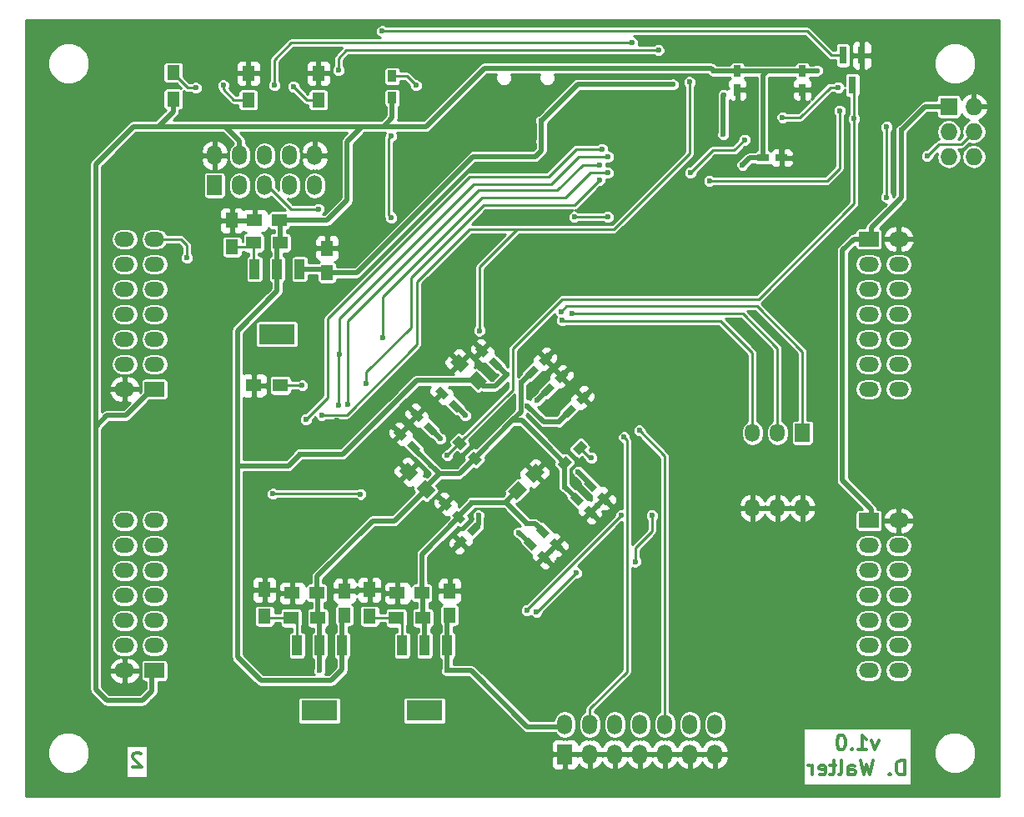
<source format=gbr>
G04 #@! TF.FileFunction,Copper,L2,Bot,Signal*
%FSLAX46Y46*%
G04 Gerber Fmt 4.6, Leading zero omitted, Abs format (unit mm)*
G04 Created by KiCad (PCBNEW 4.0.3-stable) date 09/19/16 22:30:28*
%MOMM*%
%LPD*%
G01*
G04 APERTURE LIST*
%ADD10C,0.100000*%
%ADD11C,0.300000*%
%ADD12O,1.500000X2.000000*%
%ADD13R,1.500000X2.000000*%
%ADD14R,1.500000X1.300000*%
%ADD15R,1.300000X1.500000*%
%ADD16R,3.657600X2.032000*%
%ADD17R,1.016000X2.032000*%
%ADD18R,1.250000X1.500000*%
%ADD19R,1.200000X0.750000*%
%ADD20R,0.800100X1.800860*%
%ADD21R,0.900000X1.200000*%
%ADD22R,1.524000X1.824000*%
%ADD23O,1.524000X1.824000*%
%ADD24O,2.000000X1.500000*%
%ADD25R,2.000000X1.500000*%
%ADD26R,1.500000X1.250000*%
%ADD27R,0.750000X1.200000*%
%ADD28R,1.727200X1.727200*%
%ADD29O,1.727200X1.727200*%
%ADD30C,0.600000*%
%ADD31C,0.500000*%
%ADD32C,0.250000*%
%ADD33C,0.500000*%
%ADD34C,0.254000*%
G04 APERTURE END LIST*
D10*
D11*
X175370856Y-134039571D02*
X175013713Y-135039571D01*
X174656571Y-134039571D01*
X173299428Y-135039571D02*
X174156571Y-135039571D01*
X173727999Y-135039571D02*
X173727999Y-133539571D01*
X173870856Y-133753857D01*
X174013714Y-133896714D01*
X174156571Y-133968143D01*
X172656571Y-134896714D02*
X172585143Y-134968143D01*
X172656571Y-135039571D01*
X172728000Y-134968143D01*
X172656571Y-134896714D01*
X172656571Y-135039571D01*
X171656571Y-133539571D02*
X171513714Y-133539571D01*
X171370857Y-133611000D01*
X171299428Y-133682429D01*
X171227999Y-133825286D01*
X171156571Y-134111000D01*
X171156571Y-134468143D01*
X171227999Y-134753857D01*
X171299428Y-134896714D01*
X171370857Y-134968143D01*
X171513714Y-135039571D01*
X171656571Y-135039571D01*
X171799428Y-134968143D01*
X171870857Y-134896714D01*
X171942285Y-134753857D01*
X172013714Y-134468143D01*
X172013714Y-134111000D01*
X171942285Y-133825286D01*
X171870857Y-133682429D01*
X171799428Y-133611000D01*
X171656571Y-133539571D01*
X178013714Y-137589571D02*
X178013714Y-136089571D01*
X177656571Y-136089571D01*
X177442286Y-136161000D01*
X177299428Y-136303857D01*
X177228000Y-136446714D01*
X177156571Y-136732429D01*
X177156571Y-136946714D01*
X177228000Y-137232429D01*
X177299428Y-137375286D01*
X177442286Y-137518143D01*
X177656571Y-137589571D01*
X178013714Y-137589571D01*
X176513714Y-137446714D02*
X176442286Y-137518143D01*
X176513714Y-137589571D01*
X176585143Y-137518143D01*
X176513714Y-137446714D01*
X176513714Y-137589571D01*
X174799428Y-136089571D02*
X174442285Y-137589571D01*
X174156571Y-136518143D01*
X173870857Y-137589571D01*
X173513714Y-136089571D01*
X172299428Y-137589571D02*
X172299428Y-136803857D01*
X172370857Y-136661000D01*
X172513714Y-136589571D01*
X172799428Y-136589571D01*
X172942285Y-136661000D01*
X172299428Y-137518143D02*
X172442285Y-137589571D01*
X172799428Y-137589571D01*
X172942285Y-137518143D01*
X173013714Y-137375286D01*
X173013714Y-137232429D01*
X172942285Y-137089571D01*
X172799428Y-137018143D01*
X172442285Y-137018143D01*
X172299428Y-136946714D01*
X171370856Y-137589571D02*
X171513714Y-137518143D01*
X171585142Y-137375286D01*
X171585142Y-136089571D01*
X171013714Y-136589571D02*
X170442285Y-136589571D01*
X170799428Y-136089571D02*
X170799428Y-137375286D01*
X170728000Y-137518143D01*
X170585142Y-137589571D01*
X170442285Y-137589571D01*
X169370857Y-137518143D02*
X169513714Y-137589571D01*
X169799428Y-137589571D01*
X169942285Y-137518143D01*
X170013714Y-137375286D01*
X170013714Y-136803857D01*
X169942285Y-136661000D01*
X169799428Y-136589571D01*
X169513714Y-136589571D01*
X169370857Y-136661000D01*
X169299428Y-136803857D01*
X169299428Y-136946714D01*
X170013714Y-137089571D01*
X168656571Y-137589571D02*
X168656571Y-136589571D01*
X168656571Y-136875286D02*
X168585143Y-136732429D01*
X168513714Y-136661000D01*
X168370857Y-136589571D01*
X168228000Y-136589571D01*
X100504571Y-135465429D02*
X100433142Y-135394000D01*
X100290285Y-135322571D01*
X99933142Y-135322571D01*
X99790285Y-135394000D01*
X99718856Y-135465429D01*
X99647428Y-135608286D01*
X99647428Y-135751143D01*
X99718856Y-135965429D01*
X100575999Y-136822571D01*
X99647428Y-136822571D01*
D10*
G36*
X135592272Y-97624388D02*
X134708388Y-98508272D01*
X133647728Y-97447612D01*
X134531612Y-96563728D01*
X135592272Y-97624388D01*
X135592272Y-97624388D01*
G37*
G36*
X133824506Y-95856622D02*
X132940622Y-96740506D01*
X131879962Y-95679846D01*
X132763846Y-94795962D01*
X133824506Y-95856622D01*
X133824506Y-95856622D01*
G37*
G36*
X134434850Y-111922820D02*
X134965180Y-112453150D01*
X134116652Y-113301678D01*
X133586322Y-112771348D01*
X134434850Y-111922820D01*
X134434850Y-111922820D01*
G37*
G36*
X133091348Y-113266322D02*
X133621678Y-113796652D01*
X132773150Y-114645180D01*
X132242820Y-114114850D01*
X133091348Y-113266322D01*
X133091348Y-113266322D01*
G37*
D12*
X158750000Y-135505000D03*
X158750000Y-132465000D03*
X156210000Y-132465000D03*
X156210000Y-135505000D03*
X153670000Y-135505000D03*
X153670000Y-132465000D03*
X151130000Y-132465000D03*
X151130000Y-135505000D03*
D13*
X143510000Y-135505000D03*
D12*
X143510000Y-132465000D03*
X146050000Y-135505000D03*
X146050000Y-132465000D03*
X148590000Y-135505000D03*
X148590000Y-132465000D03*
D14*
X129112000Y-121666000D03*
X126412000Y-121666000D03*
D10*
G36*
X137160931Y-95990601D02*
X136630601Y-96520931D01*
X135782073Y-95672403D01*
X136312403Y-95142073D01*
X137160931Y-95990601D01*
X137160931Y-95990601D01*
G37*
G36*
X135817429Y-94647099D02*
X135287099Y-95177429D01*
X134438571Y-94328901D01*
X134968901Y-93798571D01*
X135817429Y-94647099D01*
X135817429Y-94647099D01*
G37*
G36*
X145450820Y-108008150D02*
X145981150Y-107477820D01*
X146829678Y-108326348D01*
X146299348Y-108856678D01*
X145450820Y-108008150D01*
X145450820Y-108008150D01*
G37*
G36*
X146794322Y-109351652D02*
X147324652Y-108821322D01*
X148173180Y-109669850D01*
X147642850Y-110200180D01*
X146794322Y-109351652D01*
X146794322Y-109351652D01*
G37*
G36*
X139354820Y-113977150D02*
X139885150Y-113446820D01*
X140733678Y-114295348D01*
X140203348Y-114825678D01*
X139354820Y-113977150D01*
X139354820Y-113977150D01*
G37*
G36*
X140698322Y-115320652D02*
X141228652Y-114790322D01*
X142077180Y-115638850D01*
X141546850Y-116169180D01*
X140698322Y-115320652D01*
X140698322Y-115320652D01*
G37*
G36*
X143822150Y-101310180D02*
X143291820Y-100779850D01*
X144140348Y-99931322D01*
X144670678Y-100461652D01*
X143822150Y-101310180D01*
X143822150Y-101310180D01*
G37*
G36*
X145165652Y-99966678D02*
X144635322Y-99436348D01*
X145483850Y-98587820D01*
X146014180Y-99118150D01*
X145165652Y-99966678D01*
X145165652Y-99966678D01*
G37*
G36*
X130520180Y-102557850D02*
X129989850Y-103088180D01*
X129141322Y-102239652D01*
X129671652Y-101709322D01*
X130520180Y-102557850D01*
X130520180Y-102557850D01*
G37*
G36*
X129176678Y-101214348D02*
X128646348Y-101744678D01*
X127797820Y-100896150D01*
X128328150Y-100365820D01*
X129176678Y-101214348D01*
X129176678Y-101214348D01*
G37*
G36*
X128869180Y-104462850D02*
X128338850Y-104993180D01*
X127490322Y-104144652D01*
X128020652Y-103614322D01*
X128869180Y-104462850D01*
X128869180Y-104462850D01*
G37*
G36*
X127525678Y-103119348D02*
X126995348Y-103649678D01*
X126146820Y-102801150D01*
X126677150Y-102270820D01*
X127525678Y-103119348D01*
X127525678Y-103119348D01*
G37*
G36*
X140012150Y-97373180D02*
X139481820Y-96842850D01*
X140330348Y-95994322D01*
X140860678Y-96524652D01*
X140012150Y-97373180D01*
X140012150Y-97373180D01*
G37*
G36*
X141355652Y-96029678D02*
X140825322Y-95499348D01*
X141673850Y-94650820D01*
X142204180Y-95181150D01*
X141355652Y-96029678D01*
X141355652Y-96029678D01*
G37*
G36*
X144053820Y-109405150D02*
X144584150Y-108874820D01*
X145432678Y-109723348D01*
X144902348Y-110253678D01*
X144053820Y-109405150D01*
X144053820Y-109405150D01*
G37*
G36*
X145397322Y-110748652D02*
X145927652Y-110218322D01*
X146776180Y-111066850D01*
X146245850Y-111597180D01*
X145397322Y-110748652D01*
X145397322Y-110748652D01*
G37*
G36*
X140624820Y-112707150D02*
X141155150Y-112176820D01*
X142003678Y-113025348D01*
X141473348Y-113555678D01*
X140624820Y-112707150D01*
X140624820Y-112707150D01*
G37*
G36*
X141968322Y-114050652D02*
X142498652Y-113520322D01*
X143347180Y-114368850D01*
X142816850Y-114899180D01*
X141968322Y-114050652D01*
X141968322Y-114050652D01*
G37*
G36*
X133060180Y-100271850D02*
X132529850Y-100802180D01*
X131681322Y-99953652D01*
X132211652Y-99423322D01*
X133060180Y-100271850D01*
X133060180Y-100271850D01*
G37*
G36*
X131716678Y-98928348D02*
X131186348Y-99458678D01*
X130337820Y-98610150D01*
X130868150Y-98079820D01*
X131716678Y-98928348D01*
X131716678Y-98928348D01*
G37*
G36*
X141663150Y-99151180D02*
X141132820Y-98620850D01*
X141981348Y-97772322D01*
X142511678Y-98302652D01*
X141663150Y-99151180D01*
X141663150Y-99151180D01*
G37*
G36*
X143006652Y-97807678D02*
X142476322Y-97277348D01*
X143324850Y-96428820D01*
X143855180Y-96959150D01*
X143006652Y-97807678D01*
X143006652Y-97807678D01*
G37*
G36*
X145155883Y-103635721D02*
X145792279Y-104272117D01*
X144943751Y-105120645D01*
X144307355Y-104484249D01*
X145155883Y-103635721D01*
X145155883Y-103635721D01*
G37*
G36*
X143600249Y-105191355D02*
X144236645Y-105827751D01*
X143388117Y-106676279D01*
X142751721Y-106039883D01*
X143600249Y-105191355D01*
X143600249Y-105191355D01*
G37*
G36*
X132083721Y-103764117D02*
X132720117Y-103127721D01*
X133568645Y-103976249D01*
X132932249Y-104612645D01*
X132083721Y-103764117D01*
X132083721Y-103764117D01*
G37*
G36*
X133639355Y-105319751D02*
X134275751Y-104683355D01*
X135124279Y-105531883D01*
X134487883Y-106168279D01*
X133639355Y-105319751D01*
X133639355Y-105319751D01*
G37*
D14*
X114634000Y-83566000D03*
X111934000Y-83566000D03*
X118444000Y-121666000D03*
X115744000Y-121666000D03*
D15*
X103759000Y-68961000D03*
X103759000Y-66261000D03*
X109728000Y-83980000D03*
X109728000Y-81280000D03*
X113030000Y-121492000D03*
X113030000Y-118792000D03*
D16*
X114300000Y-92837000D03*
D17*
X114300000Y-86233000D03*
X116586000Y-86233000D03*
X112014000Y-86233000D03*
D16*
X118618000Y-131064000D03*
D17*
X118618000Y-124460000D03*
X120904000Y-124460000D03*
X116332000Y-124460000D03*
D16*
X129286000Y-131064000D03*
D17*
X129286000Y-124460000D03*
X131572000Y-124460000D03*
X127000000Y-124460000D03*
D15*
X123698000Y-121492000D03*
X123698000Y-118792000D03*
D10*
G36*
X133441180Y-111574850D02*
X132910850Y-112105180D01*
X132062322Y-111256652D01*
X132592652Y-110726322D01*
X133441180Y-111574850D01*
X133441180Y-111574850D01*
G37*
G36*
X132097678Y-110231348D02*
X131567348Y-110761678D01*
X130718820Y-109913150D01*
X131249150Y-109382820D01*
X132097678Y-110231348D01*
X132097678Y-110231348D01*
G37*
D18*
X119380000Y-86594000D03*
X119380000Y-84094000D03*
X121158000Y-121392000D03*
X121158000Y-118892000D03*
X131826000Y-121392000D03*
X131826000Y-118892000D03*
D19*
X163642000Y-74930000D03*
X165542000Y-74930000D03*
D15*
X111379000Y-69041000D03*
X111379000Y-66341000D03*
X118491000Y-69041000D03*
X118491000Y-66341000D03*
D20*
X171770000Y-64516000D03*
X173670000Y-64516000D03*
X172720000Y-67518280D03*
D21*
X125984000Y-66634000D03*
X125984000Y-68834000D03*
D14*
X111934000Y-98044000D03*
X114634000Y-98044000D03*
D22*
X167640000Y-102870000D03*
D23*
X167640000Y-110490000D03*
X165100000Y-102870000D03*
X165100000Y-110490000D03*
X162560000Y-102870000D03*
X162560000Y-110490000D03*
D12*
X118110000Y-77720000D03*
X118110000Y-74680000D03*
X115570000Y-74680000D03*
X115570000Y-77720000D03*
D13*
X107950000Y-77720000D03*
D12*
X107950000Y-74680000D03*
X110490000Y-77720000D03*
X110490000Y-74680000D03*
X113030000Y-77720000D03*
X113030000Y-74680000D03*
D24*
X101850000Y-83185000D03*
X98810000Y-83185000D03*
X98810000Y-85725000D03*
X101850000Y-85725000D03*
X101850000Y-88265000D03*
X98810000Y-88265000D03*
X98810000Y-90805000D03*
X101850000Y-90805000D03*
D25*
X101850000Y-98425000D03*
D24*
X98810000Y-98425000D03*
X101850000Y-95885000D03*
X98810000Y-95885000D03*
X101850000Y-93345000D03*
X98810000Y-93345000D03*
X101850000Y-111760000D03*
X98810000Y-111760000D03*
X98810000Y-114300000D03*
X101850000Y-114300000D03*
X101850000Y-116840000D03*
X98810000Y-116840000D03*
X98810000Y-119380000D03*
X101850000Y-119380000D03*
D25*
X101850000Y-127000000D03*
D24*
X98810000Y-127000000D03*
X101850000Y-124460000D03*
X98810000Y-124460000D03*
X101850000Y-121920000D03*
X98810000Y-121920000D03*
X174375000Y-98425000D03*
X177415000Y-98425000D03*
X177415000Y-95885000D03*
X174375000Y-95885000D03*
X174375000Y-93345000D03*
X177415000Y-93345000D03*
X177415000Y-90805000D03*
X174375000Y-90805000D03*
D25*
X174375000Y-83185000D03*
D24*
X177415000Y-83185000D03*
X174375000Y-85725000D03*
X177415000Y-85725000D03*
X174375000Y-88265000D03*
X177415000Y-88265000D03*
X174375000Y-127000000D03*
X177415000Y-127000000D03*
X177415000Y-124460000D03*
X174375000Y-124460000D03*
X174375000Y-121920000D03*
X177415000Y-121920000D03*
X177415000Y-119380000D03*
X174375000Y-119380000D03*
D25*
X174375000Y-111760000D03*
D24*
X177415000Y-111760000D03*
X174375000Y-114300000D03*
X177415000Y-114300000D03*
X174375000Y-116840000D03*
X177415000Y-116840000D03*
D10*
G36*
X130380155Y-108668271D02*
X129496271Y-109552155D01*
X128435611Y-108491495D01*
X129319495Y-107607611D01*
X130380155Y-108668271D01*
X130380155Y-108668271D01*
G37*
G36*
X128612389Y-106900505D02*
X127728505Y-107784389D01*
X126667845Y-106723729D01*
X127551729Y-105839845D01*
X128612389Y-106900505D01*
X128612389Y-106900505D01*
G37*
G36*
X138595612Y-109684272D02*
X137711728Y-108800388D01*
X138772388Y-107739728D01*
X139656272Y-108623612D01*
X138595612Y-109684272D01*
X138595612Y-109684272D01*
G37*
G36*
X140363378Y-107916506D02*
X139479494Y-107032622D01*
X140540154Y-105971962D01*
X141424038Y-106855846D01*
X140363378Y-107916506D01*
X140363378Y-107916506D01*
G37*
D26*
X114534000Y-81280000D03*
X112034000Y-81280000D03*
X118344000Y-119126000D03*
X115844000Y-119126000D03*
X129012000Y-119126000D03*
X126512000Y-119126000D03*
D27*
X167640000Y-66106000D03*
X167640000Y-68006000D03*
X161036000Y-66106000D03*
X161036000Y-68006000D03*
D28*
X182499000Y-69723000D03*
D29*
X185039000Y-69723000D03*
X182499000Y-72263000D03*
X185039000Y-72263000D03*
X182499000Y-74803000D03*
X185039000Y-74803000D03*
D30*
X151887008Y-107193139D03*
X157448000Y-103092000D03*
X155448000Y-103092000D03*
X157448000Y-101092000D03*
X135845690Y-73200910D03*
X137909690Y-73200910D03*
X135845690Y-71200910D03*
X148304000Y-86328000D03*
X146304000Y-86328000D03*
X148304000Y-84328000D03*
X146304000Y-84328000D03*
X184912000Y-127724000D03*
X184912000Y-122724000D03*
X184912000Y-117724000D03*
X184912000Y-112724000D03*
X184912000Y-107724000D03*
X184912000Y-102724000D03*
X184912000Y-97724000D03*
X184912000Y-92724000D03*
X184912000Y-87724000D03*
X184912000Y-82724000D03*
X184912000Y-77724000D03*
X92456000Y-130612000D03*
X92456000Y-125612000D03*
X92456000Y-120612000D03*
X92456000Y-115612000D03*
X92456000Y-110612000D03*
X92456000Y-105612000D03*
X92456000Y-100612000D03*
X92456000Y-95612000D03*
X92456000Y-90612000D03*
X92456000Y-85612000D03*
X92456000Y-80612000D03*
X92456000Y-75612000D03*
X92456000Y-70612000D03*
X132101988Y-108394012D03*
X129930985Y-104411989D03*
X151884843Y-109604657D03*
X153416000Y-70612000D03*
X155448000Y-101092000D03*
X179832000Y-105156000D03*
X135636000Y-99568000D03*
X137668000Y-100584000D03*
X136144000Y-102108000D03*
X136144000Y-106680000D03*
X137160000Y-105664000D03*
X139192000Y-103632000D03*
X138176000Y-104648000D03*
X122301000Y-83058000D03*
D31*
X130953709Y-112222880D03*
D30*
X126475031Y-105651473D03*
X139192000Y-105664000D03*
X165532861Y-73356446D03*
X166399281Y-67999086D03*
X162297355Y-67997101D03*
X142757896Y-116055668D03*
X138689552Y-67543627D03*
X137909690Y-71200910D03*
X131704212Y-115081303D03*
X135209850Y-116099730D03*
X141870082Y-100676111D03*
X169512456Y-76677706D03*
X162193304Y-78943976D03*
X151238102Y-71877180D03*
X120396000Y-101600000D03*
X131937226Y-102380526D03*
X148336000Y-110744000D03*
X142557500Y-108775500D03*
X146939000Y-112141000D03*
X144145000Y-95885000D03*
X146431000Y-100838000D03*
X128397000Y-67564000D03*
X151071589Y-102617744D03*
X149530030Y-103297951D03*
X106045000Y-67818000D03*
X154482905Y-67474600D03*
X141123619Y-73279000D03*
X159622675Y-68555662D03*
X159607237Y-72541335D03*
X141123619Y-71166722D03*
X150365642Y-63240952D03*
X114046000Y-67564000D03*
X108839000Y-67564000D03*
X153021406Y-63990980D03*
X120523000Y-66040000D03*
X115951000Y-67691000D03*
X121504999Y-99954071D03*
X147030158Y-75639925D03*
X117220269Y-101493242D03*
X147277988Y-74016639D03*
X120601809Y-94878797D03*
X147885171Y-74809694D03*
X120557543Y-100058043D03*
X118491000Y-80137000D03*
X124965208Y-62066783D03*
X125855599Y-72700531D03*
X125888278Y-81001008D03*
X144482474Y-80942932D03*
X147865191Y-80929862D03*
X143110423Y-90544713D03*
X144232912Y-90747510D03*
X143256000Y-91440000D03*
X139654779Y-120876758D03*
X149225000Y-111252000D03*
X140620137Y-121016199D03*
X144659441Y-117066549D03*
X156166862Y-67226957D03*
X134846536Y-92470353D03*
X118843588Y-101047803D03*
X125065834Y-93168269D03*
X161773790Y-73084525D03*
X156249431Y-76432980D03*
X147885171Y-76445372D03*
X165623796Y-70810390D03*
X171258373Y-67757413D03*
X131584023Y-105156000D03*
X172887724Y-70953822D03*
X123350818Y-97800957D03*
X171409529Y-70152939D03*
X147017767Y-77201253D03*
X158201876Y-77268612D03*
X122760380Y-109063207D03*
X113861757Y-109051877D03*
X177673000Y-72136000D03*
D31*
X126717851Y-99279869D03*
D30*
X137628813Y-96909721D03*
X116627020Y-105027134D03*
X139715020Y-100086918D03*
X110274831Y-106205246D03*
X169118480Y-66061195D03*
X158649436Y-66116587D03*
X130868792Y-103452937D03*
X144871934Y-106798415D03*
X138837676Y-112969805D03*
X161560551Y-75637869D03*
X134747000Y-111252000D03*
X142875000Y-101727000D03*
X118612390Y-126985600D03*
X131572000Y-127000000D03*
X130757339Y-106998679D03*
X143510000Y-108331000D03*
X139065000Y-97790000D03*
X134059080Y-109956566D03*
X137554043Y-109936432D03*
X139717020Y-112101975D03*
X133391295Y-101064160D03*
X140716000Y-99568000D03*
X105156000Y-85090000D03*
X180284405Y-74750088D03*
X116840000Y-98044000D03*
X150678522Y-115919989D03*
X152362551Y-111235438D03*
X176175557Y-71790223D03*
X146206132Y-105389267D03*
X176180679Y-78919883D03*
D32*
X151884843Y-107195304D02*
X151887008Y-107193139D01*
X151884843Y-109604657D02*
X151884843Y-107195304D01*
X155448000Y-101092000D02*
X157448000Y-101092000D01*
X155448000Y-103092000D02*
X155448000Y-101092000D01*
X157448000Y-103092000D02*
X155448000Y-103092000D01*
X162560000Y-106172000D02*
X159480000Y-103092000D01*
X157448000Y-103092000D02*
X159480000Y-103092000D01*
X177165000Y-83185000D02*
X179451000Y-83185000D01*
X179451000Y-83185000D02*
X184912000Y-77724000D01*
X92456000Y-75612000D02*
X92456000Y-70612000D01*
X92456000Y-80612000D02*
X92456000Y-75612000D01*
X92456000Y-85612000D02*
X92456000Y-80612000D01*
X92456000Y-90612000D02*
X92456000Y-85612000D01*
X92456000Y-95612000D02*
X92456000Y-90612000D01*
X92456000Y-100612000D02*
X92456000Y-95612000D01*
X92456000Y-105612000D02*
X92456000Y-100612000D01*
X92456000Y-110612000D02*
X92456000Y-105612000D01*
X92456000Y-115612000D02*
X92456000Y-110612000D01*
X92456000Y-120612000D02*
X92456000Y-115612000D01*
X92456000Y-125612000D02*
X92456000Y-120612000D01*
X92456000Y-130612000D02*
X92456000Y-125612000D01*
X162560000Y-110490000D02*
X162560000Y-106172000D01*
X136144000Y-102108000D02*
X137668000Y-100584000D01*
X137160000Y-105664000D02*
X136144000Y-106680000D01*
X138176000Y-104648000D02*
X139192000Y-103632000D01*
X119380000Y-84094000D02*
X121265000Y-84094000D01*
X121265000Y-84094000D02*
X122301000Y-83058000D01*
X126479473Y-105651473D02*
X126475031Y-105651473D01*
X127640117Y-106812117D02*
X126479473Y-105651473D01*
X140451766Y-106944234D02*
X140451766Y-106923766D01*
X140451766Y-106923766D02*
X139192000Y-105664000D01*
D33*
X165542000Y-73365585D02*
X165532861Y-73356446D01*
X165542000Y-74930000D02*
X165542000Y-73365585D01*
D32*
X166406195Y-68006000D02*
X166399281Y-67999086D01*
X167640000Y-68006000D02*
X166406195Y-68006000D01*
X162288456Y-68006000D02*
X162297355Y-67997101D01*
X161036000Y-68006000D02*
X162288456Y-68006000D01*
D33*
X111840000Y-81380000D02*
X111740000Y-81280000D01*
D32*
X128397000Y-67564000D02*
X127467000Y-66634000D01*
X127467000Y-66634000D02*
X125984000Y-66634000D01*
X153670000Y-105216155D02*
X151071589Y-102617744D01*
X153670000Y-132715000D02*
X153670000Y-105216155D01*
X146050000Y-132715000D02*
X146050000Y-130902277D01*
X149830029Y-127122248D02*
X149830029Y-103597950D01*
X146050000Y-130902277D02*
X149830029Y-127122248D01*
X149830029Y-103597950D02*
X149530030Y-103297951D01*
X146685000Y-132080000D02*
X146050000Y-132715000D01*
X103759000Y-66261000D02*
X103759000Y-66361000D01*
X103759000Y-66361000D02*
X105216000Y-67818000D01*
X105216000Y-67818000D02*
X106045000Y-67818000D01*
X115744000Y-121666000D02*
X113204000Y-121666000D01*
X113204000Y-121666000D02*
X113030000Y-121492000D01*
X116332000Y-124460000D02*
X116332000Y-122254000D01*
X116332000Y-122254000D02*
X115744000Y-121666000D01*
X126412000Y-121666000D02*
X123872000Y-121666000D01*
X123872000Y-121666000D02*
X123698000Y-121492000D01*
X127000000Y-124460000D02*
X127000000Y-122254000D01*
X127000000Y-122254000D02*
X126412000Y-121666000D01*
D33*
X144815741Y-67474600D02*
X154482905Y-67474600D01*
X141123619Y-71166722D02*
X144815741Y-67474600D01*
X141123619Y-74213448D02*
X141123619Y-73279000D01*
X141123619Y-73279000D02*
X141123619Y-71166722D01*
X119380000Y-86594000D02*
X122372687Y-86594000D01*
X122372687Y-86594000D02*
X134160198Y-74806489D01*
X134160198Y-74806489D02*
X137483852Y-74806489D01*
X140534067Y-74803000D02*
X141123619Y-74213448D01*
X137483852Y-74806489D02*
X137487341Y-74803000D01*
X137487341Y-74803000D02*
X140534067Y-74803000D01*
X116586000Y-86233000D02*
X119019000Y-86233000D01*
X119019000Y-86233000D02*
X119380000Y-86594000D01*
X159607237Y-68571100D02*
X159622675Y-68555662D01*
X159607237Y-72541335D02*
X159607237Y-68571100D01*
X119233000Y-86233000D02*
X119380000Y-86380000D01*
D32*
X111934000Y-83566000D02*
X111934000Y-86153000D01*
X111934000Y-86153000D02*
X112014000Y-86233000D01*
X109728000Y-83980000D02*
X111520000Y-83980000D01*
X111520000Y-83980000D02*
X111934000Y-83566000D01*
X114046000Y-67564000D02*
X114046000Y-64950642D01*
X114046000Y-64950642D02*
X115755690Y-63240952D01*
X115755690Y-63240952D02*
X150365642Y-63240952D01*
X108839000Y-67564000D02*
X108839000Y-67988264D01*
X108839000Y-67988264D02*
X109891736Y-69041000D01*
X109891736Y-69041000D02*
X111379000Y-69041000D01*
X120523000Y-66040000D02*
X120523000Y-64803082D01*
X120523000Y-64803082D02*
X121335102Y-63990980D01*
X121335102Y-63990980D02*
X153021406Y-63990980D01*
X118491000Y-69041000D02*
X117301000Y-69041000D01*
X117301000Y-69041000D02*
X115951000Y-67691000D01*
X121504999Y-91474001D02*
X121504999Y-99954071D01*
X145340075Y-75639925D02*
X142748000Y-78232000D01*
X147030158Y-75639925D02*
X145340075Y-75639925D01*
X142748000Y-78232000D02*
X134747000Y-78232000D01*
X134747000Y-78232000D02*
X121504999Y-91474001D01*
X147277988Y-74016639D02*
X144677361Y-74016639D01*
X141859000Y-76835000D02*
X133858000Y-76835000D01*
X144677361Y-74016639D02*
X141859000Y-76835000D01*
X133858000Y-76835000D02*
X119472009Y-91220991D01*
X119472009Y-91220991D02*
X119472009Y-99241502D01*
X119472009Y-99241502D02*
X117220269Y-101493242D01*
X120557543Y-100058043D02*
X120557543Y-94923063D01*
X120557543Y-94923063D02*
X120601809Y-94878797D01*
X120601809Y-91234191D02*
X120601809Y-94878797D01*
X134239000Y-77597000D02*
X120601809Y-91234191D01*
X144900306Y-74809694D02*
X142113000Y-77597000D01*
X145923000Y-74809694D02*
X144900306Y-74809694D01*
X142113000Y-77597000D02*
X134239000Y-77597000D01*
X145791089Y-74809694D02*
X145923000Y-74809694D01*
X145923000Y-74809694D02*
X147885171Y-74809694D01*
X107950000Y-77470000D02*
X107950000Y-78105000D01*
X118491000Y-80137000D02*
X115697000Y-80137000D01*
X115697000Y-80137000D02*
X113030000Y-77470000D01*
X171770000Y-64516000D02*
X170561081Y-64516000D01*
X170561081Y-64516000D02*
X168111864Y-62066783D01*
X168111864Y-62066783D02*
X124965208Y-62066783D01*
X125588279Y-72967851D02*
X125855599Y-72700531D01*
X125588279Y-80701009D02*
X125588279Y-72967851D01*
X125888278Y-81001008D02*
X125588279Y-80701009D01*
X147865191Y-80929862D02*
X144495544Y-80929862D01*
X144495544Y-80929862D02*
X144482474Y-80942932D01*
X143683592Y-89971544D02*
X143110423Y-90544713D01*
X163024698Y-89971544D02*
X143683592Y-89971544D01*
X167640000Y-94586846D02*
X163024698Y-89971544D01*
X167640000Y-102870000D02*
X167640000Y-94586846D01*
X161591891Y-90747510D02*
X144232912Y-90747510D01*
X165100000Y-94255619D02*
X161591891Y-90747510D01*
X165100000Y-102870000D02*
X165100000Y-94255619D01*
X143295300Y-91479300D02*
X143256000Y-91440000D01*
X159314228Y-91479300D02*
X143295300Y-91479300D01*
X162560000Y-94725072D02*
X159314228Y-91479300D01*
X162560000Y-102870000D02*
X162560000Y-94725072D01*
X139654779Y-120822221D02*
X139654779Y-120876758D01*
X149225000Y-111252000D02*
X139654779Y-120822221D01*
X140709791Y-121016199D02*
X140620137Y-121016199D01*
X144659441Y-117066549D02*
X140709791Y-121016199D01*
X156166862Y-74501216D02*
X156166862Y-67226957D01*
X148491840Y-82176238D02*
X156166862Y-74501216D01*
X138684000Y-82176238D02*
X148491840Y-82176238D01*
X134846536Y-92470353D02*
X134855405Y-92461484D01*
X134855405Y-92461484D02*
X134855405Y-86004833D01*
X134855405Y-86004833D02*
X138684000Y-82176238D01*
X118843588Y-101047803D02*
X121353638Y-101047803D01*
X121353638Y-101047803D02*
X128524000Y-93877441D01*
X128524000Y-93877441D02*
X128524000Y-87503000D01*
X128524000Y-87503000D02*
X133850762Y-82176238D01*
X133850762Y-82176238D02*
X138684000Y-82176238D01*
X156249431Y-76432980D02*
X158524369Y-74158042D01*
X158524369Y-74158042D02*
X160700273Y-74158042D01*
X160700273Y-74158042D02*
X161773790Y-73084525D01*
X125065834Y-89056166D02*
X125065834Y-93168269D01*
X135128000Y-78994000D02*
X125065834Y-89056166D01*
X143573062Y-78994000D02*
X135128000Y-78994000D01*
X146121690Y-76445372D02*
X143573062Y-78994000D01*
X147885171Y-76445372D02*
X146121690Y-76445372D01*
X171258373Y-67757413D02*
X170459545Y-67757413D01*
X170459545Y-67757413D02*
X167406568Y-70810390D01*
X167406568Y-70810390D02*
X165623796Y-70810390D01*
X172887724Y-79588276D02*
X172887724Y-70953822D01*
X163194390Y-89281610D02*
X172887724Y-79588276D01*
X143243903Y-89281610D02*
X163194390Y-89281610D01*
X138218140Y-98478226D02*
X138218140Y-94307373D01*
X132826183Y-103870183D02*
X138218140Y-98478226D01*
X138218140Y-94307373D02*
X143243903Y-89281610D01*
X131584023Y-105112343D02*
X131584023Y-105156000D01*
X132826183Y-103870183D02*
X131584023Y-105112343D01*
X172887724Y-70953822D02*
X172887724Y-67686004D01*
X172887724Y-67686004D02*
X172720000Y-67518280D01*
X147017767Y-77201253D02*
X144463020Y-79756000D01*
X127889000Y-87122000D02*
X127889000Y-92140753D01*
X144463020Y-79756000D02*
X135255000Y-79756000D01*
X135255000Y-79756000D02*
X127889000Y-87122000D01*
X127889000Y-92140753D02*
X123363310Y-96666443D01*
X123363310Y-96666443D02*
X123363310Y-97788465D01*
X123363310Y-97788465D02*
X123350818Y-97800957D01*
X171409529Y-70152939D02*
X171409529Y-75986471D01*
X171409529Y-75986471D02*
X170127388Y-77268612D01*
X170127388Y-77268612D02*
X158201876Y-77268612D01*
X122749050Y-109051877D02*
X122760380Y-109063207D01*
X113861757Y-109051877D02*
X122749050Y-109051877D01*
D33*
X182499000Y-69723000D02*
X180086000Y-69723000D01*
X180086000Y-69723000D02*
X177673000Y-72136000D01*
X177673000Y-72136000D02*
X177673000Y-78957327D01*
X177673000Y-78957327D02*
X174625000Y-82005327D01*
X174625000Y-82005327D02*
X174625000Y-83185000D01*
X101600000Y-127000000D02*
X101600000Y-129054260D01*
X101600000Y-129054260D02*
X100606260Y-130048000D01*
X100606260Y-130048000D02*
X97028000Y-130048000D01*
X97028000Y-130048000D02*
X95885000Y-128905000D01*
X95885000Y-128905000D02*
X95885000Y-123444000D01*
X120904000Y-124460000D02*
X120904000Y-126916479D01*
X120904000Y-126916479D02*
X119804479Y-128016000D01*
X119804479Y-128016000D02*
X112658985Y-128016000D01*
X112658985Y-128016000D02*
X110274831Y-125631846D01*
X110274831Y-125631846D02*
X110274831Y-106205246D01*
X120970586Y-105027134D02*
X126717851Y-99279869D01*
X116627020Y-105027134D02*
X120970586Y-105027134D01*
X128461720Y-97536000D02*
X126717851Y-99279869D01*
X134620000Y-97536000D02*
X128461720Y-97536000D01*
X134620000Y-97536000D02*
X135193988Y-98109988D01*
X135193988Y-98109988D02*
X136428546Y-98109988D01*
X136428546Y-98109988D02*
X137628813Y-96909721D01*
X137628813Y-96909721D02*
X137549721Y-96909721D01*
X137549721Y-96909721D02*
X136471502Y-95831502D01*
X134487883Y-97911883D02*
X134483186Y-97907186D01*
X115448908Y-106205246D02*
X116627020Y-105027134D01*
X110274831Y-106205246D02*
X115448908Y-106205246D01*
X114300000Y-86233000D02*
X114300000Y-88446748D01*
X114300000Y-88446748D02*
X110274831Y-92471917D01*
X110274831Y-92471917D02*
X110274831Y-106205246D01*
X134275751Y-112612249D02*
X134767012Y-112120988D01*
X134767012Y-112120988D02*
X134767012Y-111272012D01*
X134767012Y-111272012D02*
X134747000Y-111252000D01*
X142875000Y-101727000D02*
X141355102Y-101727000D01*
X141355102Y-101727000D02*
X139715020Y-100086918D01*
X129830751Y-102398751D02*
X129830751Y-102414896D01*
X129830751Y-102414896D02*
X130868792Y-103452937D01*
X146140249Y-108167249D02*
X146140249Y-108066730D01*
X146140249Y-108066730D02*
X144871934Y-106798415D01*
X140044249Y-114136249D02*
X140004120Y-114136249D01*
X140004120Y-114136249D02*
X138837676Y-112969805D01*
X161036000Y-66106000D02*
X164084000Y-66106000D01*
X164084000Y-66106000D02*
X167640000Y-66106000D01*
X163642000Y-74930000D02*
X163642000Y-66548000D01*
X163642000Y-66548000D02*
X164084000Y-66106000D01*
X167640000Y-66106000D02*
X169073675Y-66106000D01*
X169073675Y-66106000D02*
X169118480Y-66061195D01*
X158649436Y-66116587D02*
X161025413Y-66116587D01*
X161025413Y-66116587D02*
X161036000Y-66106000D01*
X107950000Y-71755000D02*
X122936000Y-71755000D01*
X122936000Y-71755000D02*
X125095000Y-71755000D01*
X121412000Y-79248000D02*
X121412000Y-73279000D01*
X121412000Y-73279000D02*
X122936000Y-71755000D01*
X119380000Y-81280000D02*
X121412000Y-79248000D01*
X114534000Y-81280000D02*
X119380000Y-81280000D01*
X174625000Y-83185000D02*
X172847000Y-83185000D01*
X172847000Y-83185000D02*
X171704000Y-84328000D01*
X171704000Y-107691713D02*
X174625000Y-110612713D01*
X171704000Y-84328000D02*
X171704000Y-107691713D01*
X174625000Y-110612713D02*
X174625000Y-111760000D01*
X95885000Y-104140000D02*
X95885000Y-123444000D01*
X95885000Y-123444000D02*
X95885000Y-123825000D01*
X97028000Y-101092000D02*
X98933000Y-101092000D01*
X98933000Y-101092000D02*
X101600000Y-98425000D01*
X95885000Y-102235000D02*
X97028000Y-101092000D01*
X95885000Y-102616000D02*
X95885000Y-104140000D01*
X95885000Y-102616000D02*
X95885000Y-102235000D01*
X95885000Y-75565000D02*
X95885000Y-102616000D01*
X95885000Y-103759000D02*
X95885000Y-104140000D01*
X101600000Y-98425000D02*
X101219000Y-98425000D01*
X101600000Y-98479651D02*
X101600000Y-98425000D01*
X158349437Y-65816588D02*
X158649436Y-66116587D01*
X129407901Y-71755000D02*
X135346313Y-65816588D01*
X125095000Y-71755000D02*
X129407901Y-71755000D01*
X135346313Y-65816588D02*
X158349437Y-65816588D01*
D32*
X130868792Y-103436792D02*
X130868792Y-103452937D01*
X144871934Y-106898934D02*
X144871934Y-106798415D01*
X138877805Y-112969805D02*
X138837676Y-112969805D01*
D33*
X120904000Y-124460000D02*
X120904000Y-121646000D01*
X120904000Y-121646000D02*
X121158000Y-121392000D01*
X162268420Y-74930000D02*
X161560551Y-75637869D01*
X163642000Y-74930000D02*
X162268420Y-74930000D01*
X125984000Y-68834000D02*
X125984000Y-70866000D01*
X125984000Y-70866000D02*
X125095000Y-71755000D01*
X107950000Y-71755000D02*
X101981000Y-71755000D01*
X101981000Y-71755000D02*
X99695000Y-71755000D01*
X103759000Y-68961000D02*
X103759000Y-70211000D01*
X103759000Y-70211000D02*
X102215000Y-71755000D01*
X102215000Y-71755000D02*
X101981000Y-71755000D01*
X142875000Y-101727000D02*
X143981249Y-100620751D01*
X114634000Y-83566000D02*
X114634000Y-81380000D01*
X114634000Y-81380000D02*
X114534000Y-81280000D01*
X114300000Y-86233000D02*
X114300000Y-83900000D01*
X114300000Y-83900000D02*
X114634000Y-83566000D01*
X110490000Y-74930000D02*
X110490000Y-73228724D01*
X110490000Y-73228724D02*
X109016276Y-71755000D01*
X109016276Y-71755000D02*
X107950000Y-71755000D01*
X99695000Y-71755000D02*
X95885000Y-75565000D01*
X118618000Y-126979990D02*
X118612390Y-126985600D01*
X118618000Y-124460000D02*
X118618000Y-126979990D01*
X129407883Y-108579883D02*
X126207688Y-111780078D01*
X126207688Y-111780078D02*
X124003042Y-111780078D01*
X124003042Y-111780078D02*
X118344000Y-117439120D01*
X118344000Y-117439120D02*
X118344000Y-119126000D01*
X129407883Y-108579883D02*
X129407883Y-108348135D01*
X129407883Y-108348135D02*
X130757339Y-106998679D01*
X129407883Y-108336117D02*
X129419901Y-108336117D01*
X134770725Y-105005275D02*
X138176000Y-101600000D01*
X138176000Y-101600000D02*
X139065000Y-100711000D01*
X141700366Y-104108366D02*
X139192000Y-101600000D01*
X139192000Y-101600000D02*
X138176000Y-101600000D01*
X141700366Y-104140000D02*
X141700366Y-104108366D01*
X139065000Y-100711000D02*
X139065000Y-97790000D01*
X134381817Y-105425817D02*
X134770725Y-105036909D01*
X134770725Y-105036909D02*
X134770725Y-105005275D01*
X130757339Y-106998679D02*
X132808955Y-106998679D01*
X132808955Y-106998679D02*
X134381817Y-105425817D01*
X143494183Y-105933817D02*
X143464446Y-105963554D01*
X143464446Y-105963554D02*
X143464446Y-108285446D01*
X143464446Y-108285446D02*
X143510000Y-108331000D01*
X143494183Y-105933817D02*
X141700366Y-104140000D01*
X129791038Y-106032378D02*
X130757339Y-106998679D01*
X128179751Y-104303751D02*
X128179751Y-104421091D01*
X128179751Y-104421091D02*
X130757339Y-106998679D01*
X139065000Y-97790000D02*
X140171249Y-96683751D01*
X144743249Y-109564249D02*
X143510000Y-108331000D01*
X131572000Y-127000000D02*
X134000601Y-127000000D01*
X134000601Y-127000000D02*
X139715601Y-132715000D01*
X139715601Y-132715000D02*
X143510000Y-132715000D01*
X131572000Y-124460000D02*
X131572000Y-127000000D01*
X118444000Y-121666000D02*
X118444000Y-119226000D01*
X118444000Y-119226000D02*
X118344000Y-119126000D01*
X118618000Y-124460000D02*
X118618000Y-121840000D01*
X118618000Y-121840000D02*
X118444000Y-121666000D01*
X131572000Y-124460000D02*
X131572000Y-121646000D01*
X131572000Y-121646000D02*
X131826000Y-121392000D01*
D32*
X139065000Y-97790000D02*
X138938000Y-97790000D01*
X143510000Y-132715000D02*
X143510000Y-132706208D01*
D33*
X129012000Y-118001000D02*
X129012000Y-115155502D01*
X129012000Y-115155502D02*
X132751751Y-111415751D01*
X132751751Y-111415751D02*
X132751751Y-111263895D01*
X132751751Y-111263895D02*
X134059080Y-109956566D01*
X137554043Y-109936432D02*
X137554043Y-109841957D01*
X137554043Y-109841957D02*
X138684000Y-108712000D01*
X141314249Y-112866249D02*
X141397985Y-112866249D01*
X129012000Y-119126000D02*
X129012000Y-118001000D01*
X129012000Y-118001000D02*
X129032000Y-117981000D01*
X134079214Y-109936432D02*
X134059080Y-109956566D01*
X137554043Y-109936432D02*
X134079214Y-109936432D01*
X141314249Y-112866249D02*
X141287531Y-112866249D01*
X141287531Y-112866249D02*
X140525404Y-112104122D01*
X140525404Y-112104122D02*
X139719167Y-112104122D01*
X139719167Y-112104122D02*
X139717020Y-112101975D01*
X132370751Y-100112751D02*
X132439886Y-100112751D01*
X132439886Y-100112751D02*
X133391295Y-101064160D01*
X137554043Y-109936432D02*
X137554043Y-109938998D01*
X137554043Y-109938998D02*
X139717020Y-112101975D01*
X129012000Y-119126000D02*
X129137000Y-119126000D01*
X129112000Y-121666000D02*
X129112000Y-119226000D01*
X129112000Y-119226000D02*
X129012000Y-119126000D01*
X129286000Y-124460000D02*
X129286000Y-121840000D01*
X129286000Y-121840000D02*
X129112000Y-121666000D01*
D32*
X133322160Y-101064160D02*
X133391295Y-101064160D01*
X132497751Y-100293249D02*
X132678249Y-100293249D01*
D33*
X141822249Y-98461751D02*
X140716000Y-99568000D01*
D32*
X101600000Y-83185000D02*
X104538627Y-83185000D01*
X105156000Y-83802373D02*
X105156000Y-85090000D01*
X104538627Y-83185000D02*
X105156000Y-83802373D01*
X181507560Y-73526933D02*
X180284405Y-74750088D01*
X185039000Y-72263000D02*
X183775067Y-73526933D01*
X183775067Y-73526933D02*
X181507560Y-73526933D01*
X114634000Y-98044000D02*
X116840000Y-98044000D01*
X152362551Y-111235438D02*
X152362551Y-112842249D01*
X152362551Y-112842249D02*
X150678522Y-114526278D01*
X150678522Y-114526278D02*
X150678522Y-115919989D01*
X176180679Y-71795345D02*
X176175557Y-71790223D01*
X176180679Y-78919883D02*
X176180679Y-71795345D01*
X146060901Y-105389267D02*
X146206132Y-105389267D01*
X145049817Y-104378183D02*
X146060901Y-105389267D01*
D34*
G36*
X187561220Y-139763500D02*
X88773000Y-139763500D01*
X88773000Y-135755774D01*
X91002751Y-135755774D01*
X91326502Y-136539312D01*
X91925455Y-137139311D01*
X92708426Y-137464429D01*
X93556214Y-137465169D01*
X94339752Y-137141418D01*
X94939751Y-136542465D01*
X95264869Y-135759494D01*
X95265609Y-134911706D01*
X95121527Y-134563000D01*
X98980715Y-134563000D01*
X98980715Y-137875000D01*
X101171286Y-137875000D01*
X101171286Y-135790750D01*
X142125000Y-135790750D01*
X142125000Y-136631310D01*
X142221673Y-136864699D01*
X142400302Y-137043327D01*
X142633691Y-137140000D01*
X143224250Y-137140000D01*
X143383000Y-136981250D01*
X143383000Y-135632000D01*
X143637000Y-135632000D01*
X143637000Y-136981250D01*
X143795750Y-137140000D01*
X144386309Y-137140000D01*
X144619698Y-137043327D01*
X144798327Y-136864699D01*
X144895000Y-136631310D01*
X144895000Y-136499611D01*
X145133106Y-136807736D01*
X145605765Y-137078481D01*
X145708815Y-137097318D01*
X145923000Y-136974656D01*
X145923000Y-135632000D01*
X146177000Y-135632000D01*
X146177000Y-136974656D01*
X146391185Y-137097318D01*
X146494235Y-137078481D01*
X146966894Y-136807736D01*
X147299964Y-136376721D01*
X147320000Y-136302953D01*
X147340036Y-136376721D01*
X147673106Y-136807736D01*
X148145765Y-137078481D01*
X148248815Y-137097318D01*
X148463000Y-136974656D01*
X148463000Y-135632000D01*
X148717000Y-135632000D01*
X148717000Y-136974656D01*
X148931185Y-137097318D01*
X149034235Y-137078481D01*
X149506894Y-136807736D01*
X149839964Y-136376721D01*
X149860000Y-136302953D01*
X149880036Y-136376721D01*
X150213106Y-136807736D01*
X150685765Y-137078481D01*
X150788815Y-137097318D01*
X151003000Y-136974656D01*
X151003000Y-135632000D01*
X151257000Y-135632000D01*
X151257000Y-136974656D01*
X151471185Y-137097318D01*
X151574235Y-137078481D01*
X152046894Y-136807736D01*
X152379964Y-136376721D01*
X152400000Y-136302953D01*
X152420036Y-136376721D01*
X152753106Y-136807736D01*
X153225765Y-137078481D01*
X153328815Y-137097318D01*
X153543000Y-136974656D01*
X153543000Y-135632000D01*
X153797000Y-135632000D01*
X153797000Y-136974656D01*
X154011185Y-137097318D01*
X154114235Y-137078481D01*
X154586894Y-136807736D01*
X154919964Y-136376721D01*
X154940000Y-136302953D01*
X154960036Y-136376721D01*
X155293106Y-136807736D01*
X155765765Y-137078481D01*
X155868815Y-137097318D01*
X156083000Y-136974656D01*
X156083000Y-135632000D01*
X156337000Y-135632000D01*
X156337000Y-136974656D01*
X156551185Y-137097318D01*
X156654235Y-137078481D01*
X157126894Y-136807736D01*
X157459964Y-136376721D01*
X157480000Y-136302953D01*
X157500036Y-136376721D01*
X157833106Y-136807736D01*
X158305765Y-137078481D01*
X158408815Y-137097318D01*
X158623000Y-136974656D01*
X158623000Y-135632000D01*
X158877000Y-135632000D01*
X158877000Y-136974656D01*
X159091185Y-137097318D01*
X159194235Y-137078481D01*
X159666894Y-136807736D01*
X159999964Y-136376721D01*
X160142739Y-135851055D01*
X159981868Y-135632000D01*
X158877000Y-135632000D01*
X158623000Y-135632000D01*
X157518132Y-135632000D01*
X157480000Y-135683924D01*
X157441868Y-135632000D01*
X156337000Y-135632000D01*
X156083000Y-135632000D01*
X154978132Y-135632000D01*
X154940000Y-135683924D01*
X154901868Y-135632000D01*
X153797000Y-135632000D01*
X153543000Y-135632000D01*
X152438132Y-135632000D01*
X152400000Y-135683924D01*
X152361868Y-135632000D01*
X151257000Y-135632000D01*
X151003000Y-135632000D01*
X149898132Y-135632000D01*
X149860000Y-135683924D01*
X149821868Y-135632000D01*
X148717000Y-135632000D01*
X148463000Y-135632000D01*
X147358132Y-135632000D01*
X147320000Y-135683924D01*
X147281868Y-135632000D01*
X146177000Y-135632000D01*
X145923000Y-135632000D01*
X144818132Y-135632000D01*
X144783461Y-135679211D01*
X144736250Y-135632000D01*
X143637000Y-135632000D01*
X143383000Y-135632000D01*
X142283750Y-135632000D01*
X142125000Y-135790750D01*
X101171286Y-135790750D01*
X101171286Y-134563000D01*
X98980715Y-134563000D01*
X95121527Y-134563000D01*
X94941858Y-134128168D01*
X94342905Y-133528169D01*
X93559934Y-133203051D01*
X92712146Y-133202311D01*
X91928608Y-133526062D01*
X91328609Y-134125015D01*
X91003491Y-134907986D01*
X91002751Y-135755774D01*
X88773000Y-135755774D01*
X88773000Y-75565000D01*
X95254000Y-75565000D01*
X95254000Y-128905000D01*
X95283690Y-129054260D01*
X95302032Y-129146473D01*
X95438816Y-129351184D01*
X96581816Y-130494184D01*
X96786526Y-130630968D01*
X96826589Y-130638937D01*
X97028000Y-130679000D01*
X100606260Y-130679000D01*
X100847733Y-130630968D01*
X101052444Y-130494184D01*
X101498628Y-130048000D01*
X116400736Y-130048000D01*
X116400736Y-132080000D01*
X116427303Y-132221190D01*
X116510746Y-132350865D01*
X116638066Y-132437859D01*
X116789200Y-132468464D01*
X120446800Y-132468464D01*
X120587990Y-132441897D01*
X120717665Y-132358454D01*
X120804659Y-132231134D01*
X120835264Y-132080000D01*
X120835264Y-130048000D01*
X127068736Y-130048000D01*
X127068736Y-132080000D01*
X127095303Y-132221190D01*
X127178746Y-132350865D01*
X127306066Y-132437859D01*
X127457200Y-132468464D01*
X131114800Y-132468464D01*
X131255990Y-132441897D01*
X131385665Y-132358454D01*
X131472659Y-132231134D01*
X131503264Y-132080000D01*
X131503264Y-130048000D01*
X131476697Y-129906810D01*
X131393254Y-129777135D01*
X131265934Y-129690141D01*
X131114800Y-129659536D01*
X127457200Y-129659536D01*
X127316010Y-129686103D01*
X127186335Y-129769546D01*
X127099341Y-129896866D01*
X127068736Y-130048000D01*
X120835264Y-130048000D01*
X120808697Y-129906810D01*
X120725254Y-129777135D01*
X120597934Y-129690141D01*
X120446800Y-129659536D01*
X116789200Y-129659536D01*
X116648010Y-129686103D01*
X116518335Y-129769546D01*
X116431341Y-129896866D01*
X116400736Y-130048000D01*
X101498628Y-130048000D01*
X102046185Y-129500444D01*
X102182968Y-129295733D01*
X102231000Y-129054260D01*
X102231000Y-128138464D01*
X102850000Y-128138464D01*
X102991190Y-128111897D01*
X103120865Y-128028454D01*
X103207859Y-127901134D01*
X103238464Y-127750000D01*
X103238464Y-126250000D01*
X103211897Y-126108810D01*
X103128454Y-125979135D01*
X103001134Y-125892141D01*
X102850000Y-125861536D01*
X100850000Y-125861536D01*
X100708810Y-125888103D01*
X100579135Y-125971546D01*
X100492141Y-126098866D01*
X100461536Y-126250000D01*
X100461536Y-127750000D01*
X100488103Y-127891190D01*
X100571546Y-128020865D01*
X100698866Y-128107859D01*
X100850000Y-128138464D01*
X100969000Y-128138464D01*
X100969000Y-128792891D01*
X100344892Y-129417000D01*
X97289368Y-129417000D01*
X96516000Y-128643632D01*
X96516000Y-127341185D01*
X97217682Y-127341185D01*
X97236519Y-127444235D01*
X97507264Y-127916894D01*
X97938279Y-128249964D01*
X98463945Y-128392739D01*
X98683000Y-128231868D01*
X98683000Y-127127000D01*
X98937000Y-127127000D01*
X98937000Y-128231868D01*
X99156055Y-128392739D01*
X99681721Y-128249964D01*
X100112736Y-127916894D01*
X100383481Y-127444235D01*
X100402318Y-127341185D01*
X100279656Y-127127000D01*
X98937000Y-127127000D01*
X98683000Y-127127000D01*
X97340344Y-127127000D01*
X97217682Y-127341185D01*
X96516000Y-127341185D01*
X96516000Y-126658815D01*
X97217682Y-126658815D01*
X97340344Y-126873000D01*
X98683000Y-126873000D01*
X98683000Y-125768132D01*
X98937000Y-125768132D01*
X98937000Y-126873000D01*
X100279656Y-126873000D01*
X100402318Y-126658815D01*
X100383481Y-126555765D01*
X100112736Y-126083106D01*
X99681721Y-125750036D01*
X99156055Y-125607261D01*
X98937000Y-125768132D01*
X98683000Y-125768132D01*
X98463945Y-125607261D01*
X97938279Y-125750036D01*
X97507264Y-126083106D01*
X97236519Y-126555765D01*
X97217682Y-126658815D01*
X96516000Y-126658815D01*
X96516000Y-124460000D01*
X97401945Y-124460000D01*
X97488037Y-124892815D01*
X97733207Y-125259738D01*
X98100130Y-125504908D01*
X98532945Y-125591000D01*
X99087055Y-125591000D01*
X99519870Y-125504908D01*
X99886793Y-125259738D01*
X100131963Y-124892815D01*
X100218055Y-124460000D01*
X100441945Y-124460000D01*
X100528037Y-124892815D01*
X100773207Y-125259738D01*
X101140130Y-125504908D01*
X101572945Y-125591000D01*
X102127055Y-125591000D01*
X102559870Y-125504908D01*
X102926793Y-125259738D01*
X103171963Y-124892815D01*
X103258055Y-124460000D01*
X103171963Y-124027185D01*
X102926793Y-123660262D01*
X102559870Y-123415092D01*
X102127055Y-123329000D01*
X101572945Y-123329000D01*
X101140130Y-123415092D01*
X100773207Y-123660262D01*
X100528037Y-124027185D01*
X100441945Y-124460000D01*
X100218055Y-124460000D01*
X100131963Y-124027185D01*
X99886793Y-123660262D01*
X99519870Y-123415092D01*
X99087055Y-123329000D01*
X98532945Y-123329000D01*
X98100130Y-123415092D01*
X97733207Y-123660262D01*
X97488037Y-124027185D01*
X97401945Y-124460000D01*
X96516000Y-124460000D01*
X96516000Y-121920000D01*
X97401945Y-121920000D01*
X97488037Y-122352815D01*
X97733207Y-122719738D01*
X98100130Y-122964908D01*
X98532945Y-123051000D01*
X99087055Y-123051000D01*
X99519870Y-122964908D01*
X99886793Y-122719738D01*
X100131963Y-122352815D01*
X100218055Y-121920000D01*
X100441945Y-121920000D01*
X100528037Y-122352815D01*
X100773207Y-122719738D01*
X101140130Y-122964908D01*
X101572945Y-123051000D01*
X102127055Y-123051000D01*
X102559870Y-122964908D01*
X102926793Y-122719738D01*
X103171963Y-122352815D01*
X103258055Y-121920000D01*
X103171963Y-121487185D01*
X102926793Y-121120262D01*
X102559870Y-120875092D01*
X102127055Y-120789000D01*
X101572945Y-120789000D01*
X101140130Y-120875092D01*
X100773207Y-121120262D01*
X100528037Y-121487185D01*
X100441945Y-121920000D01*
X100218055Y-121920000D01*
X100131963Y-121487185D01*
X99886793Y-121120262D01*
X99519870Y-120875092D01*
X99087055Y-120789000D01*
X98532945Y-120789000D01*
X98100130Y-120875092D01*
X97733207Y-121120262D01*
X97488037Y-121487185D01*
X97401945Y-121920000D01*
X96516000Y-121920000D01*
X96516000Y-119380000D01*
X97401945Y-119380000D01*
X97488037Y-119812815D01*
X97733207Y-120179738D01*
X98100130Y-120424908D01*
X98532945Y-120511000D01*
X99087055Y-120511000D01*
X99519870Y-120424908D01*
X99886793Y-120179738D01*
X100131963Y-119812815D01*
X100218055Y-119380000D01*
X100441945Y-119380000D01*
X100528037Y-119812815D01*
X100773207Y-120179738D01*
X101140130Y-120424908D01*
X101572945Y-120511000D01*
X102127055Y-120511000D01*
X102559870Y-120424908D01*
X102926793Y-120179738D01*
X103171963Y-119812815D01*
X103258055Y-119380000D01*
X103171963Y-118947185D01*
X102926793Y-118580262D01*
X102559870Y-118335092D01*
X102127055Y-118249000D01*
X101572945Y-118249000D01*
X101140130Y-118335092D01*
X100773207Y-118580262D01*
X100528037Y-118947185D01*
X100441945Y-119380000D01*
X100218055Y-119380000D01*
X100131963Y-118947185D01*
X99886793Y-118580262D01*
X99519870Y-118335092D01*
X99087055Y-118249000D01*
X98532945Y-118249000D01*
X98100130Y-118335092D01*
X97733207Y-118580262D01*
X97488037Y-118947185D01*
X97401945Y-119380000D01*
X96516000Y-119380000D01*
X96516000Y-116840000D01*
X97401945Y-116840000D01*
X97488037Y-117272815D01*
X97733207Y-117639738D01*
X98100130Y-117884908D01*
X98532945Y-117971000D01*
X99087055Y-117971000D01*
X99519870Y-117884908D01*
X99886793Y-117639738D01*
X100131963Y-117272815D01*
X100218055Y-116840000D01*
X100441945Y-116840000D01*
X100528037Y-117272815D01*
X100773207Y-117639738D01*
X101140130Y-117884908D01*
X101572945Y-117971000D01*
X102127055Y-117971000D01*
X102559870Y-117884908D01*
X102926793Y-117639738D01*
X103171963Y-117272815D01*
X103258055Y-116840000D01*
X103171963Y-116407185D01*
X102926793Y-116040262D01*
X102559870Y-115795092D01*
X102127055Y-115709000D01*
X101572945Y-115709000D01*
X101140130Y-115795092D01*
X100773207Y-116040262D01*
X100528037Y-116407185D01*
X100441945Y-116840000D01*
X100218055Y-116840000D01*
X100131963Y-116407185D01*
X99886793Y-116040262D01*
X99519870Y-115795092D01*
X99087055Y-115709000D01*
X98532945Y-115709000D01*
X98100130Y-115795092D01*
X97733207Y-116040262D01*
X97488037Y-116407185D01*
X97401945Y-116840000D01*
X96516000Y-116840000D01*
X96516000Y-114300000D01*
X97401945Y-114300000D01*
X97488037Y-114732815D01*
X97733207Y-115099738D01*
X98100130Y-115344908D01*
X98532945Y-115431000D01*
X99087055Y-115431000D01*
X99519870Y-115344908D01*
X99886793Y-115099738D01*
X100131963Y-114732815D01*
X100218055Y-114300000D01*
X100441945Y-114300000D01*
X100528037Y-114732815D01*
X100773207Y-115099738D01*
X101140130Y-115344908D01*
X101572945Y-115431000D01*
X102127055Y-115431000D01*
X102559870Y-115344908D01*
X102926793Y-115099738D01*
X103171963Y-114732815D01*
X103258055Y-114300000D01*
X103171963Y-113867185D01*
X102926793Y-113500262D01*
X102559870Y-113255092D01*
X102127055Y-113169000D01*
X101572945Y-113169000D01*
X101140130Y-113255092D01*
X100773207Y-113500262D01*
X100528037Y-113867185D01*
X100441945Y-114300000D01*
X100218055Y-114300000D01*
X100131963Y-113867185D01*
X99886793Y-113500262D01*
X99519870Y-113255092D01*
X99087055Y-113169000D01*
X98532945Y-113169000D01*
X98100130Y-113255092D01*
X97733207Y-113500262D01*
X97488037Y-113867185D01*
X97401945Y-114300000D01*
X96516000Y-114300000D01*
X96516000Y-111760000D01*
X97401945Y-111760000D01*
X97488037Y-112192815D01*
X97733207Y-112559738D01*
X98100130Y-112804908D01*
X98532945Y-112891000D01*
X99087055Y-112891000D01*
X99519870Y-112804908D01*
X99886793Y-112559738D01*
X100131963Y-112192815D01*
X100218055Y-111760000D01*
X100441945Y-111760000D01*
X100528037Y-112192815D01*
X100773207Y-112559738D01*
X101140130Y-112804908D01*
X101572945Y-112891000D01*
X102127055Y-112891000D01*
X102559870Y-112804908D01*
X102926793Y-112559738D01*
X103171963Y-112192815D01*
X103258055Y-111760000D01*
X103171963Y-111327185D01*
X102926793Y-110960262D01*
X102559870Y-110715092D01*
X102127055Y-110629000D01*
X101572945Y-110629000D01*
X101140130Y-110715092D01*
X100773207Y-110960262D01*
X100528037Y-111327185D01*
X100441945Y-111760000D01*
X100218055Y-111760000D01*
X100131963Y-111327185D01*
X99886793Y-110960262D01*
X99519870Y-110715092D01*
X99087055Y-110629000D01*
X98532945Y-110629000D01*
X98100130Y-110715092D01*
X97733207Y-110960262D01*
X97488037Y-111327185D01*
X97401945Y-111760000D01*
X96516000Y-111760000D01*
X96516000Y-102496368D01*
X97289368Y-101723000D01*
X98933000Y-101723000D01*
X99174473Y-101674968D01*
X99379184Y-101538184D01*
X101353905Y-99563464D01*
X102850000Y-99563464D01*
X102991190Y-99536897D01*
X103120865Y-99453454D01*
X103207859Y-99326134D01*
X103238464Y-99175000D01*
X103238464Y-97675000D01*
X103211897Y-97533810D01*
X103128454Y-97404135D01*
X103001134Y-97317141D01*
X102850000Y-97286536D01*
X100850000Y-97286536D01*
X100708810Y-97313103D01*
X100579135Y-97396546D01*
X100492141Y-97523866D01*
X100461536Y-97675000D01*
X100461536Y-98671095D01*
X100389255Y-98743376D01*
X100279656Y-98552000D01*
X98937000Y-98552000D01*
X98937000Y-99656868D01*
X99156055Y-99817739D01*
X99374121Y-99758511D01*
X98671632Y-100461000D01*
X97028000Y-100461000D01*
X96826589Y-100501063D01*
X96786526Y-100509032D01*
X96581816Y-100645816D01*
X96516000Y-100711632D01*
X96516000Y-98766185D01*
X97217682Y-98766185D01*
X97236519Y-98869235D01*
X97507264Y-99341894D01*
X97938279Y-99674964D01*
X98463945Y-99817739D01*
X98683000Y-99656868D01*
X98683000Y-98552000D01*
X97340344Y-98552000D01*
X97217682Y-98766185D01*
X96516000Y-98766185D01*
X96516000Y-98083815D01*
X97217682Y-98083815D01*
X97340344Y-98298000D01*
X98683000Y-98298000D01*
X98683000Y-97193132D01*
X98937000Y-97193132D01*
X98937000Y-98298000D01*
X100279656Y-98298000D01*
X100402318Y-98083815D01*
X100383481Y-97980765D01*
X100112736Y-97508106D01*
X99681721Y-97175036D01*
X99156055Y-97032261D01*
X98937000Y-97193132D01*
X98683000Y-97193132D01*
X98463945Y-97032261D01*
X97938279Y-97175036D01*
X97507264Y-97508106D01*
X97236519Y-97980765D01*
X97217682Y-98083815D01*
X96516000Y-98083815D01*
X96516000Y-95885000D01*
X97401945Y-95885000D01*
X97488037Y-96317815D01*
X97733207Y-96684738D01*
X98100130Y-96929908D01*
X98532945Y-97016000D01*
X99087055Y-97016000D01*
X99519870Y-96929908D01*
X99886793Y-96684738D01*
X100131963Y-96317815D01*
X100218055Y-95885000D01*
X100441945Y-95885000D01*
X100528037Y-96317815D01*
X100773207Y-96684738D01*
X101140130Y-96929908D01*
X101572945Y-97016000D01*
X102127055Y-97016000D01*
X102559870Y-96929908D01*
X102926793Y-96684738D01*
X103171963Y-96317815D01*
X103258055Y-95885000D01*
X103171963Y-95452185D01*
X102926793Y-95085262D01*
X102559870Y-94840092D01*
X102127055Y-94754000D01*
X101572945Y-94754000D01*
X101140130Y-94840092D01*
X100773207Y-95085262D01*
X100528037Y-95452185D01*
X100441945Y-95885000D01*
X100218055Y-95885000D01*
X100131963Y-95452185D01*
X99886793Y-95085262D01*
X99519870Y-94840092D01*
X99087055Y-94754000D01*
X98532945Y-94754000D01*
X98100130Y-94840092D01*
X97733207Y-95085262D01*
X97488037Y-95452185D01*
X97401945Y-95885000D01*
X96516000Y-95885000D01*
X96516000Y-93345000D01*
X97401945Y-93345000D01*
X97488037Y-93777815D01*
X97733207Y-94144738D01*
X98100130Y-94389908D01*
X98532945Y-94476000D01*
X99087055Y-94476000D01*
X99519870Y-94389908D01*
X99886793Y-94144738D01*
X100131963Y-93777815D01*
X100218055Y-93345000D01*
X100441945Y-93345000D01*
X100528037Y-93777815D01*
X100773207Y-94144738D01*
X101140130Y-94389908D01*
X101572945Y-94476000D01*
X102127055Y-94476000D01*
X102559870Y-94389908D01*
X102926793Y-94144738D01*
X103171963Y-93777815D01*
X103258055Y-93345000D01*
X103171963Y-92912185D01*
X102926793Y-92545262D01*
X102559870Y-92300092D01*
X102127055Y-92214000D01*
X101572945Y-92214000D01*
X101140130Y-92300092D01*
X100773207Y-92545262D01*
X100528037Y-92912185D01*
X100441945Y-93345000D01*
X100218055Y-93345000D01*
X100131963Y-92912185D01*
X99886793Y-92545262D01*
X99519870Y-92300092D01*
X99087055Y-92214000D01*
X98532945Y-92214000D01*
X98100130Y-92300092D01*
X97733207Y-92545262D01*
X97488037Y-92912185D01*
X97401945Y-93345000D01*
X96516000Y-93345000D01*
X96516000Y-90805000D01*
X97401945Y-90805000D01*
X97488037Y-91237815D01*
X97733207Y-91604738D01*
X98100130Y-91849908D01*
X98532945Y-91936000D01*
X99087055Y-91936000D01*
X99519870Y-91849908D01*
X99886793Y-91604738D01*
X100131963Y-91237815D01*
X100218055Y-90805000D01*
X100441945Y-90805000D01*
X100528037Y-91237815D01*
X100773207Y-91604738D01*
X101140130Y-91849908D01*
X101572945Y-91936000D01*
X102127055Y-91936000D01*
X102559870Y-91849908D01*
X102926793Y-91604738D01*
X103171963Y-91237815D01*
X103258055Y-90805000D01*
X103171963Y-90372185D01*
X102926793Y-90005262D01*
X102559870Y-89760092D01*
X102127055Y-89674000D01*
X101572945Y-89674000D01*
X101140130Y-89760092D01*
X100773207Y-90005262D01*
X100528037Y-90372185D01*
X100441945Y-90805000D01*
X100218055Y-90805000D01*
X100131963Y-90372185D01*
X99886793Y-90005262D01*
X99519870Y-89760092D01*
X99087055Y-89674000D01*
X98532945Y-89674000D01*
X98100130Y-89760092D01*
X97733207Y-90005262D01*
X97488037Y-90372185D01*
X97401945Y-90805000D01*
X96516000Y-90805000D01*
X96516000Y-88265000D01*
X97401945Y-88265000D01*
X97488037Y-88697815D01*
X97733207Y-89064738D01*
X98100130Y-89309908D01*
X98532945Y-89396000D01*
X99087055Y-89396000D01*
X99519870Y-89309908D01*
X99886793Y-89064738D01*
X100131963Y-88697815D01*
X100218055Y-88265000D01*
X100441945Y-88265000D01*
X100528037Y-88697815D01*
X100773207Y-89064738D01*
X101140130Y-89309908D01*
X101572945Y-89396000D01*
X102127055Y-89396000D01*
X102559870Y-89309908D01*
X102926793Y-89064738D01*
X103171963Y-88697815D01*
X103258055Y-88265000D01*
X103171963Y-87832185D01*
X102926793Y-87465262D01*
X102559870Y-87220092D01*
X102127055Y-87134000D01*
X101572945Y-87134000D01*
X101140130Y-87220092D01*
X100773207Y-87465262D01*
X100528037Y-87832185D01*
X100441945Y-88265000D01*
X100218055Y-88265000D01*
X100131963Y-87832185D01*
X99886793Y-87465262D01*
X99519870Y-87220092D01*
X99087055Y-87134000D01*
X98532945Y-87134000D01*
X98100130Y-87220092D01*
X97733207Y-87465262D01*
X97488037Y-87832185D01*
X97401945Y-88265000D01*
X96516000Y-88265000D01*
X96516000Y-85725000D01*
X97401945Y-85725000D01*
X97488037Y-86157815D01*
X97733207Y-86524738D01*
X98100130Y-86769908D01*
X98532945Y-86856000D01*
X99087055Y-86856000D01*
X99519870Y-86769908D01*
X99886793Y-86524738D01*
X100131963Y-86157815D01*
X100218055Y-85725000D01*
X100441945Y-85725000D01*
X100528037Y-86157815D01*
X100773207Y-86524738D01*
X101140130Y-86769908D01*
X101572945Y-86856000D01*
X102127055Y-86856000D01*
X102559870Y-86769908D01*
X102926793Y-86524738D01*
X103171963Y-86157815D01*
X103258055Y-85725000D01*
X103171963Y-85292185D01*
X102926793Y-84925262D01*
X102559870Y-84680092D01*
X102127055Y-84594000D01*
X101572945Y-84594000D01*
X101140130Y-84680092D01*
X100773207Y-84925262D01*
X100528037Y-85292185D01*
X100441945Y-85725000D01*
X100218055Y-85725000D01*
X100131963Y-85292185D01*
X99886793Y-84925262D01*
X99519870Y-84680092D01*
X99087055Y-84594000D01*
X98532945Y-84594000D01*
X98100130Y-84680092D01*
X97733207Y-84925262D01*
X97488037Y-85292185D01*
X97401945Y-85725000D01*
X96516000Y-85725000D01*
X96516000Y-83185000D01*
X97401945Y-83185000D01*
X97488037Y-83617815D01*
X97733207Y-83984738D01*
X98100130Y-84229908D01*
X98532945Y-84316000D01*
X99087055Y-84316000D01*
X99519870Y-84229908D01*
X99886793Y-83984738D01*
X100131963Y-83617815D01*
X100218055Y-83185000D01*
X100441945Y-83185000D01*
X100528037Y-83617815D01*
X100773207Y-83984738D01*
X101140130Y-84229908D01*
X101572945Y-84316000D01*
X102127055Y-84316000D01*
X102559870Y-84229908D01*
X102926793Y-83984738D01*
X103123062Y-83691000D01*
X104329035Y-83691000D01*
X104650000Y-84011965D01*
X104650000Y-84632877D01*
X104579013Y-84703741D01*
X104475118Y-84953946D01*
X104474882Y-85224865D01*
X104578339Y-85475252D01*
X104769741Y-85666987D01*
X105019946Y-85770882D01*
X105290865Y-85771118D01*
X105541252Y-85667661D01*
X105732987Y-85476259D01*
X105836882Y-85226054D01*
X105837118Y-84955135D01*
X105733661Y-84704748D01*
X105662000Y-84632962D01*
X105662000Y-83802373D01*
X105623483Y-83608735D01*
X105513796Y-83444577D01*
X104896423Y-82827204D01*
X104732265Y-82717517D01*
X104538627Y-82679000D01*
X103123062Y-82679000D01*
X102926793Y-82385262D01*
X102559870Y-82140092D01*
X102127055Y-82054000D01*
X101572945Y-82054000D01*
X101140130Y-82140092D01*
X100773207Y-82385262D01*
X100528037Y-82752185D01*
X100441945Y-83185000D01*
X100218055Y-83185000D01*
X100131963Y-82752185D01*
X99886793Y-82385262D01*
X99519870Y-82140092D01*
X99087055Y-82054000D01*
X98532945Y-82054000D01*
X98100130Y-82140092D01*
X97733207Y-82385262D01*
X97488037Y-82752185D01*
X97401945Y-83185000D01*
X96516000Y-83185000D01*
X96516000Y-81565750D01*
X108443000Y-81565750D01*
X108443000Y-82156309D01*
X108539673Y-82389698D01*
X108718301Y-82568327D01*
X108951690Y-82665000D01*
X109442250Y-82665000D01*
X109601000Y-82506250D01*
X109601000Y-81407000D01*
X108601750Y-81407000D01*
X108443000Y-81565750D01*
X96516000Y-81565750D01*
X96516000Y-80403691D01*
X108443000Y-80403691D01*
X108443000Y-80994250D01*
X108601750Y-81153000D01*
X109601000Y-81153000D01*
X109601000Y-80053750D01*
X109855000Y-80053750D01*
X109855000Y-81153000D01*
X111907000Y-81153000D01*
X111907000Y-80178750D01*
X111748250Y-80020000D01*
X111157691Y-80020000D01*
X110924302Y-80116673D01*
X110893500Y-80147475D01*
X110737699Y-79991673D01*
X110504310Y-79895000D01*
X110013750Y-79895000D01*
X109855000Y-80053750D01*
X109601000Y-80053750D01*
X109442250Y-79895000D01*
X108951690Y-79895000D01*
X108718301Y-79991673D01*
X108539673Y-80170302D01*
X108443000Y-80403691D01*
X96516000Y-80403691D01*
X96516000Y-76720000D01*
X106811536Y-76720000D01*
X106811536Y-78720000D01*
X106838103Y-78861190D01*
X106921546Y-78990865D01*
X107048866Y-79077859D01*
X107200000Y-79108464D01*
X108700000Y-79108464D01*
X108841190Y-79081897D01*
X108970865Y-78998454D01*
X109057859Y-78871134D01*
X109088464Y-78720000D01*
X109088464Y-77442945D01*
X109359000Y-77442945D01*
X109359000Y-77997055D01*
X109445092Y-78429870D01*
X109690262Y-78796793D01*
X110057185Y-79041963D01*
X110490000Y-79128055D01*
X110922815Y-79041963D01*
X111289738Y-78796793D01*
X111534908Y-78429870D01*
X111621000Y-77997055D01*
X111621000Y-77442945D01*
X111534908Y-77010130D01*
X111289738Y-76643207D01*
X110922815Y-76398037D01*
X110490000Y-76311945D01*
X110057185Y-76398037D01*
X109690262Y-76643207D01*
X109445092Y-77010130D01*
X109359000Y-77442945D01*
X109088464Y-77442945D01*
X109088464Y-76720000D01*
X109061897Y-76578810D01*
X108978454Y-76449135D01*
X108851134Y-76362141D01*
X108700000Y-76331536D01*
X107200000Y-76331536D01*
X107058810Y-76358103D01*
X106929135Y-76441546D01*
X106842141Y-76568866D01*
X106811536Y-76720000D01*
X96516000Y-76720000D01*
X96516000Y-75826368D01*
X97316313Y-75026055D01*
X106557261Y-75026055D01*
X106700036Y-75551721D01*
X107033106Y-75982736D01*
X107505765Y-76253481D01*
X107608815Y-76272318D01*
X107823000Y-76149656D01*
X107823000Y-74807000D01*
X108077000Y-74807000D01*
X108077000Y-76149656D01*
X108291185Y-76272318D01*
X108394235Y-76253481D01*
X108866894Y-75982736D01*
X109199964Y-75551721D01*
X109342739Y-75026055D01*
X109181868Y-74807000D01*
X108077000Y-74807000D01*
X107823000Y-74807000D01*
X106718132Y-74807000D01*
X106557261Y-75026055D01*
X97316313Y-75026055D01*
X98008423Y-74333945D01*
X106557261Y-74333945D01*
X106718132Y-74553000D01*
X107823000Y-74553000D01*
X107823000Y-73210344D01*
X108077000Y-73210344D01*
X108077000Y-74553000D01*
X109181868Y-74553000D01*
X109342739Y-74333945D01*
X109199964Y-73808279D01*
X108866894Y-73377264D01*
X108394235Y-73106519D01*
X108291185Y-73087682D01*
X108077000Y-73210344D01*
X107823000Y-73210344D01*
X107608815Y-73087682D01*
X107505765Y-73106519D01*
X107033106Y-73377264D01*
X106700036Y-73808279D01*
X106557261Y-74333945D01*
X98008423Y-74333945D01*
X99956369Y-72386000D01*
X108754908Y-72386000D01*
X109859000Y-73490093D01*
X109859000Y-73490460D01*
X109690262Y-73603207D01*
X109445092Y-73970130D01*
X109359000Y-74402945D01*
X109359000Y-74957055D01*
X109445092Y-75389870D01*
X109690262Y-75756793D01*
X110057185Y-76001963D01*
X110490000Y-76088055D01*
X110922815Y-76001963D01*
X111289738Y-75756793D01*
X111534908Y-75389870D01*
X111621000Y-74957055D01*
X111621000Y-74402945D01*
X111899000Y-74402945D01*
X111899000Y-74957055D01*
X111985092Y-75389870D01*
X112230262Y-75756793D01*
X112597185Y-76001963D01*
X113030000Y-76088055D01*
X113462815Y-76001963D01*
X113829738Y-75756793D01*
X114074908Y-75389870D01*
X114161000Y-74957055D01*
X114161000Y-74402945D01*
X114439000Y-74402945D01*
X114439000Y-74957055D01*
X114525092Y-75389870D01*
X114770262Y-75756793D01*
X115137185Y-76001963D01*
X115570000Y-76088055D01*
X116002815Y-76001963D01*
X116369738Y-75756793D01*
X116614908Y-75389870D01*
X116687275Y-75026055D01*
X116717261Y-75026055D01*
X116860036Y-75551721D01*
X117193106Y-75982736D01*
X117665765Y-76253481D01*
X117768815Y-76272318D01*
X117982998Y-76149657D01*
X117982998Y-76315000D01*
X118094641Y-76315000D01*
X117677185Y-76398037D01*
X117310262Y-76643207D01*
X117065092Y-77010130D01*
X116979000Y-77442945D01*
X116979000Y-77997055D01*
X117065092Y-78429870D01*
X117310262Y-78796793D01*
X117677185Y-79041963D01*
X118110000Y-79128055D01*
X118542815Y-79041963D01*
X118909738Y-78796793D01*
X119154908Y-78429870D01*
X119241000Y-77997055D01*
X119241000Y-77442945D01*
X119154908Y-77010130D01*
X118909738Y-76643207D01*
X118542815Y-76398037D01*
X118125359Y-76315000D01*
X118237002Y-76315000D01*
X118237002Y-76149657D01*
X118451185Y-76272318D01*
X118554235Y-76253481D01*
X119026894Y-75982736D01*
X119359964Y-75551721D01*
X119502739Y-75026055D01*
X119341868Y-74807000D01*
X118237000Y-74807000D01*
X118237000Y-74827000D01*
X117983000Y-74827000D01*
X117983000Y-74807000D01*
X116878132Y-74807000D01*
X116717261Y-75026055D01*
X116687275Y-75026055D01*
X116701000Y-74957055D01*
X116701000Y-74402945D01*
X116687276Y-74333945D01*
X116717261Y-74333945D01*
X116878132Y-74553000D01*
X117983000Y-74553000D01*
X117983000Y-73210344D01*
X118237000Y-73210344D01*
X118237000Y-74553000D01*
X119341868Y-74553000D01*
X119502739Y-74333945D01*
X119359964Y-73808279D01*
X119026894Y-73377264D01*
X118554235Y-73106519D01*
X118451185Y-73087682D01*
X118237000Y-73210344D01*
X117983000Y-73210344D01*
X117768815Y-73087682D01*
X117665765Y-73106519D01*
X117193106Y-73377264D01*
X116860036Y-73808279D01*
X116717261Y-74333945D01*
X116687276Y-74333945D01*
X116614908Y-73970130D01*
X116369738Y-73603207D01*
X116002815Y-73358037D01*
X115570000Y-73271945D01*
X115137185Y-73358037D01*
X114770262Y-73603207D01*
X114525092Y-73970130D01*
X114439000Y-74402945D01*
X114161000Y-74402945D01*
X114074908Y-73970130D01*
X113829738Y-73603207D01*
X113462815Y-73358037D01*
X113030000Y-73271945D01*
X112597185Y-73358037D01*
X112230262Y-73603207D01*
X111985092Y-73970130D01*
X111899000Y-74402945D01*
X111621000Y-74402945D01*
X111534908Y-73970130D01*
X111289738Y-73603207D01*
X111121000Y-73490460D01*
X111121000Y-73228724D01*
X111072968Y-72987251D01*
X110972296Y-72836585D01*
X110936184Y-72782539D01*
X110539645Y-72386000D01*
X121412632Y-72386000D01*
X120965816Y-72832816D01*
X120829032Y-73037527D01*
X120781000Y-73279000D01*
X120781000Y-78986632D01*
X119118632Y-80649000D01*
X118942027Y-80649000D01*
X119067987Y-80523259D01*
X119171882Y-80273054D01*
X119172118Y-80002135D01*
X119068661Y-79751748D01*
X118877259Y-79560013D01*
X118627054Y-79456118D01*
X118356135Y-79455882D01*
X118105748Y-79559339D01*
X118033962Y-79631000D01*
X115906592Y-79631000D01*
X115362341Y-79086749D01*
X115570000Y-79128055D01*
X116002815Y-79041963D01*
X116369738Y-78796793D01*
X116614908Y-78429870D01*
X116701000Y-77997055D01*
X116701000Y-77442945D01*
X116614908Y-77010130D01*
X116369738Y-76643207D01*
X116002815Y-76398037D01*
X115570000Y-76311945D01*
X115137185Y-76398037D01*
X114770262Y-76643207D01*
X114525092Y-77010130D01*
X114439000Y-77442945D01*
X114439000Y-77997055D01*
X114480306Y-78204714D01*
X114161000Y-77885408D01*
X114161000Y-77442945D01*
X114074908Y-77010130D01*
X113829738Y-76643207D01*
X113462815Y-76398037D01*
X113030000Y-76311945D01*
X112597185Y-76398037D01*
X112230262Y-76643207D01*
X111985092Y-77010130D01*
X111899000Y-77442945D01*
X111899000Y-77997055D01*
X111985092Y-78429870D01*
X112230262Y-78796793D01*
X112597185Y-79041963D01*
X113030000Y-79128055D01*
X113462815Y-79041963D01*
X113716718Y-78872310D01*
X115110944Y-80266536D01*
X113784000Y-80266536D01*
X113642810Y-80293103D01*
X113513135Y-80376546D01*
X113426141Y-80503866D01*
X113419000Y-80539130D01*
X113419000Y-80528690D01*
X113322327Y-80295301D01*
X113143698Y-80116673D01*
X112910309Y-80020000D01*
X112319750Y-80020000D01*
X112161000Y-80178750D01*
X112161000Y-81153000D01*
X112181000Y-81153000D01*
X112181000Y-81407000D01*
X112161000Y-81407000D01*
X112161000Y-81427000D01*
X111907000Y-81427000D01*
X111907000Y-81407000D01*
X109855000Y-81407000D01*
X109855000Y-82506250D01*
X110013750Y-82665000D01*
X110504310Y-82665000D01*
X110737699Y-82568327D01*
X110893500Y-82412525D01*
X110924302Y-82443327D01*
X111145218Y-82534833D01*
X111042810Y-82554103D01*
X110913135Y-82637546D01*
X110826141Y-82764866D01*
X110795536Y-82916000D01*
X110795536Y-83474000D01*
X110766464Y-83474000D01*
X110766464Y-83230000D01*
X110739897Y-83088810D01*
X110656454Y-82959135D01*
X110529134Y-82872141D01*
X110378000Y-82841536D01*
X109078000Y-82841536D01*
X108936810Y-82868103D01*
X108807135Y-82951546D01*
X108720141Y-83078866D01*
X108689536Y-83230000D01*
X108689536Y-84730000D01*
X108716103Y-84871190D01*
X108799546Y-85000865D01*
X108926866Y-85087859D01*
X109078000Y-85118464D01*
X110378000Y-85118464D01*
X110519190Y-85091897D01*
X110648865Y-85008454D01*
X110735859Y-84881134D01*
X110766464Y-84730000D01*
X110766464Y-84486000D01*
X110904989Y-84486000D01*
X110905546Y-84486865D01*
X111032866Y-84573859D01*
X111184000Y-84604464D01*
X111428000Y-84604464D01*
X111428000Y-84843213D01*
X111364810Y-84855103D01*
X111235135Y-84938546D01*
X111148141Y-85065866D01*
X111117536Y-85217000D01*
X111117536Y-87249000D01*
X111144103Y-87390190D01*
X111227546Y-87519865D01*
X111354866Y-87606859D01*
X111506000Y-87637464D01*
X112522000Y-87637464D01*
X112663190Y-87610897D01*
X112792865Y-87527454D01*
X112879859Y-87400134D01*
X112910464Y-87249000D01*
X112910464Y-85217000D01*
X112883897Y-85075810D01*
X112800454Y-84946135D01*
X112673134Y-84859141D01*
X112522000Y-84828536D01*
X112440000Y-84828536D01*
X112440000Y-84604464D01*
X112684000Y-84604464D01*
X112825190Y-84577897D01*
X112954865Y-84494454D01*
X113041859Y-84367134D01*
X113072464Y-84216000D01*
X113072464Y-82916000D01*
X113045897Y-82774810D01*
X112962454Y-82645135D01*
X112835134Y-82558141D01*
X112745550Y-82540000D01*
X112910309Y-82540000D01*
X113143698Y-82443327D01*
X113322327Y-82264699D01*
X113419000Y-82031310D01*
X113419000Y-82029699D01*
X113422103Y-82046190D01*
X113505546Y-82175865D01*
X113632866Y-82262859D01*
X113784000Y-82293464D01*
X114003000Y-82293464D01*
X114003000Y-82527536D01*
X113884000Y-82527536D01*
X113742810Y-82554103D01*
X113613135Y-82637546D01*
X113526141Y-82764866D01*
X113495536Y-82916000D01*
X113495536Y-84216000D01*
X113522103Y-84357190D01*
X113605546Y-84486865D01*
X113669000Y-84530221D01*
X113669000Y-84851680D01*
X113650810Y-84855103D01*
X113521135Y-84938546D01*
X113434141Y-85065866D01*
X113403536Y-85217000D01*
X113403536Y-87249000D01*
X113430103Y-87390190D01*
X113513546Y-87519865D01*
X113640866Y-87606859D01*
X113669000Y-87612556D01*
X113669000Y-88185379D01*
X109828647Y-92025733D01*
X109691863Y-92230444D01*
X109643831Y-92471917D01*
X109643831Y-105949064D01*
X109593949Y-106069192D01*
X109593713Y-106340111D01*
X109643831Y-106461407D01*
X109643831Y-125631846D01*
X109670940Y-125768132D01*
X109691863Y-125873319D01*
X109828647Y-126078030D01*
X112212801Y-128462184D01*
X112417512Y-128598968D01*
X112658985Y-128647000D01*
X119804479Y-128647000D01*
X120045952Y-128598968D01*
X120250663Y-128462184D01*
X121350185Y-127362663D01*
X121486968Y-127157952D01*
X121535000Y-126916479D01*
X121535000Y-125841320D01*
X121553190Y-125837897D01*
X121682865Y-125754454D01*
X121769859Y-125627134D01*
X121800464Y-125476000D01*
X121800464Y-123444000D01*
X121773897Y-123302810D01*
X121690454Y-123173135D01*
X121563134Y-123086141D01*
X121535000Y-123080444D01*
X121535000Y-122530464D01*
X121783000Y-122530464D01*
X121924190Y-122503897D01*
X122053865Y-122420454D01*
X122140859Y-122293134D01*
X122171464Y-122142000D01*
X122171464Y-120742000D01*
X122659536Y-120742000D01*
X122659536Y-122242000D01*
X122686103Y-122383190D01*
X122769546Y-122512865D01*
X122896866Y-122599859D01*
X123048000Y-122630464D01*
X124348000Y-122630464D01*
X124489190Y-122603897D01*
X124618865Y-122520454D01*
X124705859Y-122393134D01*
X124736464Y-122242000D01*
X124736464Y-122172000D01*
X125273536Y-122172000D01*
X125273536Y-122316000D01*
X125300103Y-122457190D01*
X125383546Y-122586865D01*
X125510866Y-122673859D01*
X125662000Y-122704464D01*
X126494000Y-122704464D01*
X126494000Y-123055536D01*
X126492000Y-123055536D01*
X126350810Y-123082103D01*
X126221135Y-123165546D01*
X126134141Y-123292866D01*
X126103536Y-123444000D01*
X126103536Y-125476000D01*
X126130103Y-125617190D01*
X126213546Y-125746865D01*
X126340866Y-125833859D01*
X126492000Y-125864464D01*
X127508000Y-125864464D01*
X127649190Y-125837897D01*
X127778865Y-125754454D01*
X127865859Y-125627134D01*
X127896464Y-125476000D01*
X127896464Y-123444000D01*
X127869897Y-123302810D01*
X127786454Y-123173135D01*
X127659134Y-123086141D01*
X127508000Y-123055536D01*
X127506000Y-123055536D01*
X127506000Y-122487417D01*
X127519859Y-122467134D01*
X127550464Y-122316000D01*
X127550464Y-121016000D01*
X127523897Y-120874810D01*
X127440454Y-120745135D01*
X127313134Y-120658141D01*
X127162000Y-120627536D01*
X125662000Y-120627536D01*
X125520810Y-120654103D01*
X125391135Y-120737546D01*
X125304141Y-120864866D01*
X125273536Y-121016000D01*
X125273536Y-121160000D01*
X124736464Y-121160000D01*
X124736464Y-120742000D01*
X124709897Y-120600810D01*
X124626454Y-120471135D01*
X124499134Y-120384141D01*
X124348000Y-120353536D01*
X123048000Y-120353536D01*
X122906810Y-120380103D01*
X122777135Y-120463546D01*
X122690141Y-120590866D01*
X122659536Y-120742000D01*
X122171464Y-120742000D01*
X122171464Y-120642000D01*
X122144897Y-120500810D01*
X122061454Y-120371135D01*
X121934134Y-120284141D01*
X121898870Y-120277000D01*
X121909310Y-120277000D01*
X122142699Y-120180327D01*
X122321327Y-120001698D01*
X122418000Y-119768309D01*
X122418000Y-119680380D01*
X122509673Y-119901698D01*
X122688301Y-120080327D01*
X122921690Y-120177000D01*
X123412250Y-120177000D01*
X123571000Y-120018250D01*
X123571000Y-118919000D01*
X123825000Y-118919000D01*
X123825000Y-120018250D01*
X123983750Y-120177000D01*
X124474310Y-120177000D01*
X124707699Y-120080327D01*
X124886327Y-119901698D01*
X124983000Y-119668309D01*
X124983000Y-119411750D01*
X125127000Y-119411750D01*
X125127000Y-119877310D01*
X125223673Y-120110699D01*
X125402302Y-120289327D01*
X125635691Y-120386000D01*
X126226250Y-120386000D01*
X126385000Y-120227250D01*
X126385000Y-119253000D01*
X125285750Y-119253000D01*
X125127000Y-119411750D01*
X124983000Y-119411750D01*
X124983000Y-119077750D01*
X124824250Y-118919000D01*
X123825000Y-118919000D01*
X123571000Y-118919000D01*
X122571750Y-118919000D01*
X122413000Y-119077750D01*
X122413000Y-119172750D01*
X122259250Y-119019000D01*
X121285000Y-119019000D01*
X121285000Y-119039000D01*
X121031000Y-119039000D01*
X121031000Y-119019000D01*
X120056750Y-119019000D01*
X119898000Y-119177750D01*
X119898000Y-119768309D01*
X119994673Y-120001698D01*
X120173301Y-120180327D01*
X120406690Y-120277000D01*
X120408301Y-120277000D01*
X120391810Y-120280103D01*
X120262135Y-120363546D01*
X120175141Y-120490866D01*
X120144536Y-120642000D01*
X120144536Y-122142000D01*
X120171103Y-122283190D01*
X120254546Y-122412865D01*
X120273000Y-122425474D01*
X120273000Y-123078680D01*
X120254810Y-123082103D01*
X120125135Y-123165546D01*
X120038141Y-123292866D01*
X120007536Y-123444000D01*
X120007536Y-125476000D01*
X120034103Y-125617190D01*
X120117546Y-125746865D01*
X120244866Y-125833859D01*
X120273000Y-125839556D01*
X120273000Y-126655110D01*
X119543111Y-127385000D01*
X119176213Y-127385000D01*
X119189377Y-127371859D01*
X119293272Y-127121654D01*
X119293508Y-126850735D01*
X119249000Y-126743017D01*
X119249000Y-125841320D01*
X119267190Y-125837897D01*
X119396865Y-125754454D01*
X119483859Y-125627134D01*
X119514464Y-125476000D01*
X119514464Y-123444000D01*
X119487897Y-123302810D01*
X119404454Y-123173135D01*
X119277134Y-123086141D01*
X119249000Y-123080444D01*
X119249000Y-122694115D01*
X119335190Y-122677897D01*
X119464865Y-122594454D01*
X119551859Y-122467134D01*
X119582464Y-122316000D01*
X119582464Y-121016000D01*
X119555897Y-120874810D01*
X119472454Y-120745135D01*
X119345134Y-120658141D01*
X119194000Y-120627536D01*
X119075000Y-120627536D01*
X119075000Y-120139464D01*
X119094000Y-120139464D01*
X119235190Y-120112897D01*
X119364865Y-120029454D01*
X119451859Y-119902134D01*
X119482464Y-119751000D01*
X119482464Y-118501000D01*
X119455897Y-118359810D01*
X119372454Y-118230135D01*
X119245134Y-118143141D01*
X119094000Y-118112536D01*
X118975000Y-118112536D01*
X118975000Y-118015691D01*
X119898000Y-118015691D01*
X119898000Y-118606250D01*
X120056750Y-118765000D01*
X121031000Y-118765000D01*
X121031000Y-117665750D01*
X121285000Y-117665750D01*
X121285000Y-118765000D01*
X122259250Y-118765000D01*
X122418000Y-118606250D01*
X122418000Y-118511250D01*
X122571750Y-118665000D01*
X123571000Y-118665000D01*
X123571000Y-117565750D01*
X123825000Y-117565750D01*
X123825000Y-118665000D01*
X124824250Y-118665000D01*
X124983000Y-118506250D01*
X124983000Y-118374690D01*
X125127000Y-118374690D01*
X125127000Y-118840250D01*
X125285750Y-118999000D01*
X126385000Y-118999000D01*
X126385000Y-118024750D01*
X126639000Y-118024750D01*
X126639000Y-118999000D01*
X126659000Y-118999000D01*
X126659000Y-119253000D01*
X126639000Y-119253000D01*
X126639000Y-120227250D01*
X126797750Y-120386000D01*
X127388309Y-120386000D01*
X127621698Y-120289327D01*
X127800327Y-120110699D01*
X127897000Y-119877310D01*
X127897000Y-119875699D01*
X127900103Y-119892190D01*
X127983546Y-120021865D01*
X128110866Y-120108859D01*
X128262000Y-120139464D01*
X128481000Y-120139464D01*
X128481000Y-120627536D01*
X128362000Y-120627536D01*
X128220810Y-120654103D01*
X128091135Y-120737546D01*
X128004141Y-120864866D01*
X127973536Y-121016000D01*
X127973536Y-122316000D01*
X128000103Y-122457190D01*
X128083546Y-122586865D01*
X128210866Y-122673859D01*
X128362000Y-122704464D01*
X128655000Y-122704464D01*
X128655000Y-123078680D01*
X128636810Y-123082103D01*
X128507135Y-123165546D01*
X128420141Y-123292866D01*
X128389536Y-123444000D01*
X128389536Y-125476000D01*
X128416103Y-125617190D01*
X128499546Y-125746865D01*
X128626866Y-125833859D01*
X128778000Y-125864464D01*
X129794000Y-125864464D01*
X129935190Y-125837897D01*
X130064865Y-125754454D01*
X130151859Y-125627134D01*
X130182464Y-125476000D01*
X130182464Y-123444000D01*
X130155897Y-123302810D01*
X130072454Y-123173135D01*
X129945134Y-123086141D01*
X129917000Y-123080444D01*
X129917000Y-122694115D01*
X130003190Y-122677897D01*
X130132865Y-122594454D01*
X130219859Y-122467134D01*
X130250464Y-122316000D01*
X130250464Y-121016000D01*
X130223897Y-120874810D01*
X130140454Y-120745135D01*
X130013134Y-120658141D01*
X129862000Y-120627536D01*
X129743000Y-120627536D01*
X129743000Y-120139464D01*
X129762000Y-120139464D01*
X129903190Y-120112897D01*
X130032865Y-120029454D01*
X130119859Y-119902134D01*
X130150464Y-119751000D01*
X130150464Y-119177750D01*
X130566000Y-119177750D01*
X130566000Y-119768309D01*
X130662673Y-120001698D01*
X130841301Y-120180327D01*
X131074690Y-120277000D01*
X131076301Y-120277000D01*
X131059810Y-120280103D01*
X130930135Y-120363546D01*
X130843141Y-120490866D01*
X130812536Y-120642000D01*
X130812536Y-122142000D01*
X130839103Y-122283190D01*
X130922546Y-122412865D01*
X130941000Y-122425474D01*
X130941000Y-123078680D01*
X130922810Y-123082103D01*
X130793135Y-123165546D01*
X130706141Y-123292866D01*
X130675536Y-123444000D01*
X130675536Y-125476000D01*
X130702103Y-125617190D01*
X130785546Y-125746865D01*
X130912866Y-125833859D01*
X130941000Y-125839556D01*
X130941000Y-126743818D01*
X130891118Y-126863946D01*
X130890882Y-127134865D01*
X130994339Y-127385252D01*
X131185741Y-127576987D01*
X131435946Y-127680882D01*
X131706865Y-127681118D01*
X131828161Y-127631000D01*
X133739233Y-127631000D01*
X139269417Y-133161185D01*
X139474128Y-133297968D01*
X139715601Y-133346000D01*
X142579437Y-133346000D01*
X142710262Y-133541793D01*
X143077185Y-133786963D01*
X143494641Y-133870000D01*
X143382998Y-133870000D01*
X143382998Y-134028748D01*
X143224250Y-133870000D01*
X142633691Y-133870000D01*
X142400302Y-133966673D01*
X142221673Y-134145301D01*
X142125000Y-134378690D01*
X142125000Y-135219250D01*
X142283750Y-135378000D01*
X143383000Y-135378000D01*
X143383000Y-135358000D01*
X143637000Y-135358000D01*
X143637000Y-135378000D01*
X144736250Y-135378000D01*
X144783461Y-135330789D01*
X144818132Y-135378000D01*
X145923000Y-135378000D01*
X145923000Y-135358000D01*
X146177000Y-135358000D01*
X146177000Y-135378000D01*
X147281868Y-135378000D01*
X147320000Y-135326076D01*
X147358132Y-135378000D01*
X148463000Y-135378000D01*
X148463000Y-135358000D01*
X148717000Y-135358000D01*
X148717000Y-135378000D01*
X149821868Y-135378000D01*
X149860000Y-135326076D01*
X149898132Y-135378000D01*
X151003000Y-135378000D01*
X151003000Y-135358000D01*
X151257000Y-135358000D01*
X151257000Y-135378000D01*
X152361868Y-135378000D01*
X152400000Y-135326076D01*
X152438132Y-135378000D01*
X153543000Y-135378000D01*
X153543000Y-135358000D01*
X153797000Y-135358000D01*
X153797000Y-135378000D01*
X154901868Y-135378000D01*
X154940000Y-135326076D01*
X154978132Y-135378000D01*
X156083000Y-135378000D01*
X156083000Y-135358000D01*
X156337000Y-135358000D01*
X156337000Y-135378000D01*
X157441868Y-135378000D01*
X157480000Y-135326076D01*
X157518132Y-135378000D01*
X158623000Y-135378000D01*
X158623000Y-135358000D01*
X158877000Y-135358000D01*
X158877000Y-135378000D01*
X159981868Y-135378000D01*
X160142739Y-135158945D01*
X159999964Y-134633279D01*
X159666894Y-134202264D01*
X159194235Y-133931519D01*
X159091185Y-133912682D01*
X158877002Y-134035343D01*
X158877002Y-133870000D01*
X158765359Y-133870000D01*
X159182815Y-133786963D01*
X159549738Y-133541793D01*
X159794908Y-133174870D01*
X159873452Y-132780000D01*
X167704143Y-132780000D01*
X167704143Y-138642000D01*
X178751857Y-138642000D01*
X178751857Y-135755774D01*
X181002571Y-135755774D01*
X181326322Y-136539312D01*
X181925275Y-137139311D01*
X182708246Y-137464429D01*
X183556034Y-137465169D01*
X184339572Y-137141418D01*
X184939571Y-136542465D01*
X185264689Y-135759494D01*
X185265429Y-134911706D01*
X184941678Y-134128168D01*
X184342725Y-133528169D01*
X183559754Y-133203051D01*
X182711966Y-133202311D01*
X181928428Y-133526062D01*
X181328429Y-134125015D01*
X181003311Y-134907986D01*
X181002571Y-135755774D01*
X178751857Y-135755774D01*
X178751857Y-132780000D01*
X167704143Y-132780000D01*
X159873452Y-132780000D01*
X159881000Y-132742055D01*
X159881000Y-132187945D01*
X159794908Y-131755130D01*
X159549738Y-131388207D01*
X159182815Y-131143037D01*
X158750000Y-131056945D01*
X158317185Y-131143037D01*
X157950262Y-131388207D01*
X157705092Y-131755130D01*
X157619000Y-132187945D01*
X157619000Y-132742055D01*
X157705092Y-133174870D01*
X157950262Y-133541793D01*
X158317185Y-133786963D01*
X158734641Y-133870000D01*
X158622998Y-133870000D01*
X158622998Y-134035343D01*
X158408815Y-133912682D01*
X158305765Y-133931519D01*
X157833106Y-134202264D01*
X157500036Y-134633279D01*
X157480000Y-134707047D01*
X157459964Y-134633279D01*
X157126894Y-134202264D01*
X156654235Y-133931519D01*
X156551185Y-133912682D01*
X156337002Y-134035343D01*
X156337002Y-133870000D01*
X156225359Y-133870000D01*
X156642815Y-133786963D01*
X157009738Y-133541793D01*
X157254908Y-133174870D01*
X157341000Y-132742055D01*
X157341000Y-132187945D01*
X157254908Y-131755130D01*
X157009738Y-131388207D01*
X156642815Y-131143037D01*
X156210000Y-131056945D01*
X155777185Y-131143037D01*
X155410262Y-131388207D01*
X155165092Y-131755130D01*
X155079000Y-132187945D01*
X155079000Y-132742055D01*
X155165092Y-133174870D01*
X155410262Y-133541793D01*
X155777185Y-133786963D01*
X156194641Y-133870000D01*
X156082998Y-133870000D01*
X156082998Y-134035343D01*
X155868815Y-133912682D01*
X155765765Y-133931519D01*
X155293106Y-134202264D01*
X154960036Y-134633279D01*
X154940000Y-134707047D01*
X154919964Y-134633279D01*
X154586894Y-134202264D01*
X154114235Y-133931519D01*
X154011185Y-133912682D01*
X153797002Y-134035343D01*
X153797002Y-133870000D01*
X153685359Y-133870000D01*
X154102815Y-133786963D01*
X154469738Y-133541793D01*
X154714908Y-133174870D01*
X154801000Y-132742055D01*
X154801000Y-132187945D01*
X154714908Y-131755130D01*
X154469738Y-131388207D01*
X154176000Y-131191938D01*
X154176000Y-127000000D01*
X172966945Y-127000000D01*
X173053037Y-127432815D01*
X173298207Y-127799738D01*
X173665130Y-128044908D01*
X174097945Y-128131000D01*
X174652055Y-128131000D01*
X175084870Y-128044908D01*
X175451793Y-127799738D01*
X175696963Y-127432815D01*
X175783055Y-127000000D01*
X176006945Y-127000000D01*
X176093037Y-127432815D01*
X176338207Y-127799738D01*
X176705130Y-128044908D01*
X177137945Y-128131000D01*
X177692055Y-128131000D01*
X178124870Y-128044908D01*
X178491793Y-127799738D01*
X178736963Y-127432815D01*
X178823055Y-127000000D01*
X178736963Y-126567185D01*
X178491793Y-126200262D01*
X178124870Y-125955092D01*
X177692055Y-125869000D01*
X177137945Y-125869000D01*
X176705130Y-125955092D01*
X176338207Y-126200262D01*
X176093037Y-126567185D01*
X176006945Y-127000000D01*
X175783055Y-127000000D01*
X175696963Y-126567185D01*
X175451793Y-126200262D01*
X175084870Y-125955092D01*
X174652055Y-125869000D01*
X174097945Y-125869000D01*
X173665130Y-125955092D01*
X173298207Y-126200262D01*
X173053037Y-126567185D01*
X172966945Y-127000000D01*
X154176000Y-127000000D01*
X154176000Y-124460000D01*
X172966945Y-124460000D01*
X173053037Y-124892815D01*
X173298207Y-125259738D01*
X173665130Y-125504908D01*
X174097945Y-125591000D01*
X174652055Y-125591000D01*
X175084870Y-125504908D01*
X175451793Y-125259738D01*
X175696963Y-124892815D01*
X175783055Y-124460000D01*
X176006945Y-124460000D01*
X176093037Y-124892815D01*
X176338207Y-125259738D01*
X176705130Y-125504908D01*
X177137945Y-125591000D01*
X177692055Y-125591000D01*
X178124870Y-125504908D01*
X178491793Y-125259738D01*
X178736963Y-124892815D01*
X178823055Y-124460000D01*
X178736963Y-124027185D01*
X178491793Y-123660262D01*
X178124870Y-123415092D01*
X177692055Y-123329000D01*
X177137945Y-123329000D01*
X176705130Y-123415092D01*
X176338207Y-123660262D01*
X176093037Y-124027185D01*
X176006945Y-124460000D01*
X175783055Y-124460000D01*
X175696963Y-124027185D01*
X175451793Y-123660262D01*
X175084870Y-123415092D01*
X174652055Y-123329000D01*
X174097945Y-123329000D01*
X173665130Y-123415092D01*
X173298207Y-123660262D01*
X173053037Y-124027185D01*
X172966945Y-124460000D01*
X154176000Y-124460000D01*
X154176000Y-121920000D01*
X172966945Y-121920000D01*
X173053037Y-122352815D01*
X173298207Y-122719738D01*
X173665130Y-122964908D01*
X174097945Y-123051000D01*
X174652055Y-123051000D01*
X175084870Y-122964908D01*
X175451793Y-122719738D01*
X175696963Y-122352815D01*
X175783055Y-121920000D01*
X176006945Y-121920000D01*
X176093037Y-122352815D01*
X176338207Y-122719738D01*
X176705130Y-122964908D01*
X177137945Y-123051000D01*
X177692055Y-123051000D01*
X178124870Y-122964908D01*
X178491793Y-122719738D01*
X178736963Y-122352815D01*
X178823055Y-121920000D01*
X178736963Y-121487185D01*
X178491793Y-121120262D01*
X178124870Y-120875092D01*
X177692055Y-120789000D01*
X177137945Y-120789000D01*
X176705130Y-120875092D01*
X176338207Y-121120262D01*
X176093037Y-121487185D01*
X176006945Y-121920000D01*
X175783055Y-121920000D01*
X175696963Y-121487185D01*
X175451793Y-121120262D01*
X175084870Y-120875092D01*
X174652055Y-120789000D01*
X174097945Y-120789000D01*
X173665130Y-120875092D01*
X173298207Y-121120262D01*
X173053037Y-121487185D01*
X172966945Y-121920000D01*
X154176000Y-121920000D01*
X154176000Y-119380000D01*
X172966945Y-119380000D01*
X173053037Y-119812815D01*
X173298207Y-120179738D01*
X173665130Y-120424908D01*
X174097945Y-120511000D01*
X174652055Y-120511000D01*
X175084870Y-120424908D01*
X175451793Y-120179738D01*
X175696963Y-119812815D01*
X175783055Y-119380000D01*
X176006945Y-119380000D01*
X176093037Y-119812815D01*
X176338207Y-120179738D01*
X176705130Y-120424908D01*
X177137945Y-120511000D01*
X177692055Y-120511000D01*
X178124870Y-120424908D01*
X178491793Y-120179738D01*
X178736963Y-119812815D01*
X178823055Y-119380000D01*
X178736963Y-118947185D01*
X178491793Y-118580262D01*
X178124870Y-118335092D01*
X177692055Y-118249000D01*
X177137945Y-118249000D01*
X176705130Y-118335092D01*
X176338207Y-118580262D01*
X176093037Y-118947185D01*
X176006945Y-119380000D01*
X175783055Y-119380000D01*
X175696963Y-118947185D01*
X175451793Y-118580262D01*
X175084870Y-118335092D01*
X174652055Y-118249000D01*
X174097945Y-118249000D01*
X173665130Y-118335092D01*
X173298207Y-118580262D01*
X173053037Y-118947185D01*
X172966945Y-119380000D01*
X154176000Y-119380000D01*
X154176000Y-116840000D01*
X172966945Y-116840000D01*
X173053037Y-117272815D01*
X173298207Y-117639738D01*
X173665130Y-117884908D01*
X174097945Y-117971000D01*
X174652055Y-117971000D01*
X175084870Y-117884908D01*
X175451793Y-117639738D01*
X175696963Y-117272815D01*
X175783055Y-116840000D01*
X176006945Y-116840000D01*
X176093037Y-117272815D01*
X176338207Y-117639738D01*
X176705130Y-117884908D01*
X177137945Y-117971000D01*
X177692055Y-117971000D01*
X178124870Y-117884908D01*
X178491793Y-117639738D01*
X178736963Y-117272815D01*
X178823055Y-116840000D01*
X178736963Y-116407185D01*
X178491793Y-116040262D01*
X178124870Y-115795092D01*
X177692055Y-115709000D01*
X177137945Y-115709000D01*
X176705130Y-115795092D01*
X176338207Y-116040262D01*
X176093037Y-116407185D01*
X176006945Y-116840000D01*
X175783055Y-116840000D01*
X175696963Y-116407185D01*
X175451793Y-116040262D01*
X175084870Y-115795092D01*
X174652055Y-115709000D01*
X174097945Y-115709000D01*
X173665130Y-115795092D01*
X173298207Y-116040262D01*
X173053037Y-116407185D01*
X172966945Y-116840000D01*
X154176000Y-116840000D01*
X154176000Y-114300000D01*
X172966945Y-114300000D01*
X173053037Y-114732815D01*
X173298207Y-115099738D01*
X173665130Y-115344908D01*
X174097945Y-115431000D01*
X174652055Y-115431000D01*
X175084870Y-115344908D01*
X175451793Y-115099738D01*
X175696963Y-114732815D01*
X175783055Y-114300000D01*
X176006945Y-114300000D01*
X176093037Y-114732815D01*
X176338207Y-115099738D01*
X176705130Y-115344908D01*
X177137945Y-115431000D01*
X177692055Y-115431000D01*
X178124870Y-115344908D01*
X178491793Y-115099738D01*
X178736963Y-114732815D01*
X178823055Y-114300000D01*
X178736963Y-113867185D01*
X178491793Y-113500262D01*
X178124870Y-113255092D01*
X177692055Y-113169000D01*
X177137945Y-113169000D01*
X176705130Y-113255092D01*
X176338207Y-113500262D01*
X176093037Y-113867185D01*
X176006945Y-114300000D01*
X175783055Y-114300000D01*
X175696963Y-113867185D01*
X175451793Y-113500262D01*
X175084870Y-113255092D01*
X174652055Y-113169000D01*
X174097945Y-113169000D01*
X173665130Y-113255092D01*
X173298207Y-113500262D01*
X173053037Y-113867185D01*
X172966945Y-114300000D01*
X154176000Y-114300000D01*
X154176000Y-110835985D01*
X161175571Y-110835985D01*
X161355955Y-111350865D01*
X161719644Y-111757522D01*
X162211269Y-111994046D01*
X162216930Y-111994220D01*
X162433000Y-111871720D01*
X162433000Y-110617000D01*
X162687000Y-110617000D01*
X162687000Y-111871720D01*
X162903070Y-111994220D01*
X162908731Y-111994046D01*
X163400356Y-111757522D01*
X163764045Y-111350865D01*
X163830000Y-111162606D01*
X163895955Y-111350865D01*
X164259644Y-111757522D01*
X164751269Y-111994046D01*
X164756930Y-111994220D01*
X164973000Y-111871720D01*
X164973000Y-110617000D01*
X165227000Y-110617000D01*
X165227000Y-111871720D01*
X165443070Y-111994220D01*
X165448731Y-111994046D01*
X165940356Y-111757522D01*
X166304045Y-111350865D01*
X166370000Y-111162606D01*
X166435955Y-111350865D01*
X166799644Y-111757522D01*
X167291269Y-111994046D01*
X167296930Y-111994220D01*
X167513000Y-111871720D01*
X167513000Y-110617000D01*
X167767000Y-110617000D01*
X167767000Y-111871720D01*
X167983070Y-111994220D01*
X167988731Y-111994046D01*
X168480356Y-111757522D01*
X168844045Y-111350865D01*
X169024429Y-110835985D01*
X168879293Y-110617000D01*
X167767000Y-110617000D01*
X167513000Y-110617000D01*
X166400707Y-110617000D01*
X166370000Y-110663332D01*
X166339293Y-110617000D01*
X165227000Y-110617000D01*
X164973000Y-110617000D01*
X163860707Y-110617000D01*
X163830000Y-110663332D01*
X163799293Y-110617000D01*
X162687000Y-110617000D01*
X162433000Y-110617000D01*
X161320707Y-110617000D01*
X161175571Y-110835985D01*
X154176000Y-110835985D01*
X154176000Y-110144015D01*
X161175571Y-110144015D01*
X161320707Y-110363000D01*
X162433000Y-110363000D01*
X162433000Y-109108280D01*
X162687000Y-109108280D01*
X162687000Y-110363000D01*
X163799293Y-110363000D01*
X163830000Y-110316668D01*
X163860707Y-110363000D01*
X164973000Y-110363000D01*
X164973000Y-109108280D01*
X165227000Y-109108280D01*
X165227000Y-110363000D01*
X166339293Y-110363000D01*
X166370000Y-110316668D01*
X166400707Y-110363000D01*
X167513000Y-110363000D01*
X167513000Y-109108280D01*
X167767000Y-109108280D01*
X167767000Y-110363000D01*
X168879293Y-110363000D01*
X169024429Y-110144015D01*
X168844045Y-109629135D01*
X168480356Y-109222478D01*
X167988731Y-108985954D01*
X167983070Y-108985780D01*
X167767000Y-109108280D01*
X167513000Y-109108280D01*
X167296930Y-108985780D01*
X167291269Y-108985954D01*
X166799644Y-109222478D01*
X166435955Y-109629135D01*
X166370000Y-109817394D01*
X166304045Y-109629135D01*
X165940356Y-109222478D01*
X165448731Y-108985954D01*
X165443070Y-108985780D01*
X165227000Y-109108280D01*
X164973000Y-109108280D01*
X164756930Y-108985780D01*
X164751269Y-108985954D01*
X164259644Y-109222478D01*
X163895955Y-109629135D01*
X163830000Y-109817394D01*
X163764045Y-109629135D01*
X163400356Y-109222478D01*
X162908731Y-108985954D01*
X162903070Y-108985780D01*
X162687000Y-109108280D01*
X162433000Y-109108280D01*
X162216930Y-108985780D01*
X162211269Y-108985954D01*
X161719644Y-109222478D01*
X161355955Y-109629135D01*
X161175571Y-110144015D01*
X154176000Y-110144015D01*
X154176000Y-105216155D01*
X154137483Y-105022517D01*
X154027796Y-104858359D01*
X151752620Y-102583183D01*
X151752707Y-102482879D01*
X151649250Y-102232492D01*
X151457848Y-102040757D01*
X151207643Y-101936862D01*
X150936724Y-101936626D01*
X150686337Y-102040083D01*
X150494602Y-102231485D01*
X150390707Y-102481690D01*
X150390471Y-102752609D01*
X150493928Y-103002996D01*
X150685330Y-103194731D01*
X150935535Y-103298626D01*
X151036967Y-103298714D01*
X153164000Y-105425747D01*
X153164000Y-131191938D01*
X152870262Y-131388207D01*
X152625092Y-131755130D01*
X152539000Y-132187945D01*
X152539000Y-132742055D01*
X152625092Y-133174870D01*
X152870262Y-133541793D01*
X153237185Y-133786963D01*
X153654641Y-133870000D01*
X153542998Y-133870000D01*
X153542998Y-134035343D01*
X153328815Y-133912682D01*
X153225765Y-133931519D01*
X152753106Y-134202264D01*
X152420036Y-134633279D01*
X152400000Y-134707047D01*
X152379964Y-134633279D01*
X152046894Y-134202264D01*
X151574235Y-133931519D01*
X151471185Y-133912682D01*
X151257002Y-134035343D01*
X151257002Y-133870000D01*
X151145359Y-133870000D01*
X151562815Y-133786963D01*
X151929738Y-133541793D01*
X152174908Y-133174870D01*
X152261000Y-132742055D01*
X152261000Y-132187945D01*
X152174908Y-131755130D01*
X151929738Y-131388207D01*
X151562815Y-131143037D01*
X151130000Y-131056945D01*
X150697185Y-131143037D01*
X150330262Y-131388207D01*
X150085092Y-131755130D01*
X149999000Y-132187945D01*
X149999000Y-132742055D01*
X150085092Y-133174870D01*
X150330262Y-133541793D01*
X150697185Y-133786963D01*
X151114641Y-133870000D01*
X151002998Y-133870000D01*
X151002998Y-134035343D01*
X150788815Y-133912682D01*
X150685765Y-133931519D01*
X150213106Y-134202264D01*
X149880036Y-134633279D01*
X149860000Y-134707047D01*
X149839964Y-134633279D01*
X149506894Y-134202264D01*
X149034235Y-133931519D01*
X148931185Y-133912682D01*
X148717002Y-134035343D01*
X148717002Y-133870000D01*
X148605359Y-133870000D01*
X149022815Y-133786963D01*
X149389738Y-133541793D01*
X149634908Y-133174870D01*
X149721000Y-132742055D01*
X149721000Y-132187945D01*
X149634908Y-131755130D01*
X149389738Y-131388207D01*
X149022815Y-131143037D01*
X148590000Y-131056945D01*
X148157185Y-131143037D01*
X147790262Y-131388207D01*
X147545092Y-131755130D01*
X147459000Y-132187945D01*
X147459000Y-132742055D01*
X147545092Y-133174870D01*
X147790262Y-133541793D01*
X148157185Y-133786963D01*
X148574641Y-133870000D01*
X148462998Y-133870000D01*
X148462998Y-134035343D01*
X148248815Y-133912682D01*
X148145765Y-133931519D01*
X147673106Y-134202264D01*
X147340036Y-134633279D01*
X147320000Y-134707047D01*
X147299964Y-134633279D01*
X146966894Y-134202264D01*
X146494235Y-133931519D01*
X146391185Y-133912682D01*
X146177002Y-134035343D01*
X146177002Y-133870000D01*
X146065359Y-133870000D01*
X146482815Y-133786963D01*
X146849738Y-133541793D01*
X147094908Y-133174870D01*
X147181000Y-132742055D01*
X147181000Y-132187945D01*
X147175264Y-132159109D01*
X147191000Y-132080000D01*
X147152483Y-131886362D01*
X147107672Y-131819297D01*
X147094908Y-131755130D01*
X146849738Y-131388207D01*
X146556000Y-131191938D01*
X146556000Y-131111869D01*
X150187825Y-127480044D01*
X150297512Y-127315886D01*
X150336029Y-127122248D01*
X150336029Y-116515149D01*
X150542468Y-116600871D01*
X150813387Y-116601107D01*
X151063774Y-116497650D01*
X151255509Y-116306248D01*
X151359404Y-116056043D01*
X151359640Y-115785124D01*
X151256183Y-115534737D01*
X151184522Y-115462951D01*
X151184522Y-114735870D01*
X152720347Y-113200045D01*
X152732797Y-113181412D01*
X152830034Y-113035887D01*
X152868551Y-112842249D01*
X152868551Y-111692561D01*
X152939538Y-111621697D01*
X153043433Y-111371492D01*
X153043669Y-111100573D01*
X152940212Y-110850186D01*
X152748810Y-110658451D01*
X152498605Y-110554556D01*
X152227686Y-110554320D01*
X151977299Y-110657777D01*
X151785564Y-110849179D01*
X151681669Y-111099384D01*
X151681433Y-111370303D01*
X151784890Y-111620690D01*
X151856551Y-111692476D01*
X151856551Y-112632657D01*
X150336029Y-114153179D01*
X150336029Y-103597950D01*
X150297512Y-103404312D01*
X150211051Y-103274914D01*
X150211148Y-103163086D01*
X150107691Y-102912699D01*
X149916289Y-102720964D01*
X149666084Y-102617069D01*
X149395165Y-102616833D01*
X149144778Y-102720290D01*
X148953043Y-102911692D01*
X148849148Y-103161897D01*
X148848912Y-103432816D01*
X148952369Y-103683203D01*
X149143771Y-103874938D01*
X149324029Y-103949788D01*
X149324029Y-110571086D01*
X149090135Y-110570882D01*
X148839748Y-110674339D01*
X148648013Y-110865741D01*
X148544118Y-111115946D01*
X148544030Y-111217378D01*
X139565728Y-120195680D01*
X139519914Y-120195640D01*
X139269527Y-120299097D01*
X139077792Y-120490499D01*
X138973897Y-120740704D01*
X138973661Y-121011623D01*
X139077118Y-121262010D01*
X139268520Y-121453745D01*
X139518725Y-121557640D01*
X139789644Y-121557876D01*
X140040031Y-121454419D01*
X140067740Y-121426759D01*
X140233878Y-121593186D01*
X140484083Y-121697081D01*
X140755002Y-121697317D01*
X141005389Y-121593860D01*
X141197124Y-121402458D01*
X141301019Y-121152253D01*
X141301029Y-121140553D01*
X144694002Y-117747580D01*
X144794306Y-117747667D01*
X145044693Y-117644210D01*
X145236428Y-117452808D01*
X145340323Y-117202603D01*
X145340559Y-116931684D01*
X145237102Y-116681297D01*
X145045700Y-116489562D01*
X144803571Y-116389021D01*
X149259561Y-111933031D01*
X149324029Y-111933087D01*
X149324029Y-126912656D01*
X145692204Y-130544481D01*
X145582517Y-130708639D01*
X145544000Y-130902277D01*
X145544000Y-131191938D01*
X145250262Y-131388207D01*
X145005092Y-131755130D01*
X144919000Y-132187945D01*
X144919000Y-132742055D01*
X145005092Y-133174870D01*
X145250262Y-133541793D01*
X145617185Y-133786963D01*
X146034641Y-133870000D01*
X145922998Y-133870000D01*
X145922998Y-134035343D01*
X145708815Y-133912682D01*
X145605765Y-133931519D01*
X145133106Y-134202264D01*
X144895000Y-134510389D01*
X144895000Y-134378690D01*
X144798327Y-134145301D01*
X144619698Y-133966673D01*
X144386309Y-133870000D01*
X143795750Y-133870000D01*
X143637002Y-134028748D01*
X143637002Y-133870000D01*
X143525359Y-133870000D01*
X143942815Y-133786963D01*
X144309738Y-133541793D01*
X144554908Y-133174870D01*
X144641000Y-132742055D01*
X144641000Y-132187945D01*
X144554908Y-131755130D01*
X144309738Y-131388207D01*
X143942815Y-131143037D01*
X143510000Y-131056945D01*
X143077185Y-131143037D01*
X142710262Y-131388207D01*
X142465092Y-131755130D01*
X142399676Y-132084000D01*
X139976970Y-132084000D01*
X134446785Y-126553816D01*
X134242074Y-126417032D01*
X134000601Y-126369000D01*
X132203000Y-126369000D01*
X132203000Y-125841320D01*
X132221190Y-125837897D01*
X132350865Y-125754454D01*
X132437859Y-125627134D01*
X132468464Y-125476000D01*
X132468464Y-123444000D01*
X132441897Y-123302810D01*
X132358454Y-123173135D01*
X132231134Y-123086141D01*
X132203000Y-123080444D01*
X132203000Y-122530464D01*
X132451000Y-122530464D01*
X132592190Y-122503897D01*
X132721865Y-122420454D01*
X132808859Y-122293134D01*
X132839464Y-122142000D01*
X132839464Y-120642000D01*
X132812897Y-120500810D01*
X132729454Y-120371135D01*
X132602134Y-120284141D01*
X132566870Y-120277000D01*
X132577310Y-120277000D01*
X132810699Y-120180327D01*
X132989327Y-120001698D01*
X133086000Y-119768309D01*
X133086000Y-119177750D01*
X132927250Y-119019000D01*
X131953000Y-119019000D01*
X131953000Y-119039000D01*
X131699000Y-119039000D01*
X131699000Y-119019000D01*
X130724750Y-119019000D01*
X130566000Y-119177750D01*
X130150464Y-119177750D01*
X130150464Y-118501000D01*
X130123897Y-118359810D01*
X130040454Y-118230135D01*
X129913134Y-118143141D01*
X129762000Y-118112536D01*
X129643000Y-118112536D01*
X129643000Y-118081544D01*
X129656098Y-118015691D01*
X130566000Y-118015691D01*
X130566000Y-118606250D01*
X130724750Y-118765000D01*
X131699000Y-118765000D01*
X131699000Y-117665750D01*
X131953000Y-117665750D01*
X131953000Y-118765000D01*
X132927250Y-118765000D01*
X133086000Y-118606250D01*
X133086000Y-118015691D01*
X132989327Y-117782302D01*
X132810699Y-117603673D01*
X132577310Y-117507000D01*
X132111750Y-117507000D01*
X131953000Y-117665750D01*
X131699000Y-117665750D01*
X131540250Y-117507000D01*
X131074690Y-117507000D01*
X130841301Y-117603673D01*
X130662673Y-117782302D01*
X130566000Y-118015691D01*
X129656098Y-118015691D01*
X129662999Y-117981000D01*
X129643000Y-117880456D01*
X129643000Y-116171478D01*
X140875629Y-116171478D01*
X140875629Y-116395985D01*
X141187151Y-116707507D01*
X141420540Y-116804180D01*
X141673159Y-116804180D01*
X141906548Y-116707508D01*
X142058972Y-116555084D01*
X142058972Y-116330577D01*
X141387751Y-115659356D01*
X140875629Y-116171478D01*
X129643000Y-116171478D01*
X129643000Y-115416870D01*
X130253293Y-114806577D01*
X132261028Y-114806577D01*
X132261028Y-115031084D01*
X132413452Y-115183508D01*
X132646841Y-115280180D01*
X132899460Y-115280180D01*
X133132849Y-115183507D01*
X133444371Y-114871985D01*
X133444371Y-114647478D01*
X132932249Y-114135356D01*
X132261028Y-114806577D01*
X130253293Y-114806577D01*
X131071330Y-113988540D01*
X131607820Y-113988540D01*
X131607820Y-114241159D01*
X131704492Y-114474548D01*
X131856916Y-114626972D01*
X132081423Y-114626972D01*
X132752644Y-113955751D01*
X132240522Y-113443629D01*
X132016015Y-113443629D01*
X131704493Y-113755151D01*
X131607820Y-113988540D01*
X131071330Y-113988540D01*
X132020353Y-113039517D01*
X132420127Y-113039517D01*
X132420127Y-113264024D01*
X132932249Y-113776146D01*
X132946392Y-113762004D01*
X133125997Y-113941609D01*
X133111854Y-113955751D01*
X133623976Y-114467873D01*
X133848483Y-114467873D01*
X134160005Y-114156351D01*
X134256678Y-113922962D01*
X134256678Y-113670343D01*
X134253759Y-113663296D01*
X134262828Y-113661590D01*
X134391338Y-113576364D01*
X135239866Y-112727836D01*
X135320916Y-112609214D01*
X135353607Y-112458517D01*
X135338707Y-112379332D01*
X135349980Y-112362461D01*
X135361017Y-112306974D01*
X135398012Y-112120988D01*
X135398012Y-111459988D01*
X135427882Y-111388054D01*
X135428118Y-111117135D01*
X135324661Y-110866748D01*
X135133259Y-110675013D01*
X134883054Y-110571118D01*
X134612135Y-110570882D01*
X134361748Y-110674339D01*
X134170013Y-110865741D01*
X134066118Y-111115946D01*
X134065882Y-111386865D01*
X134136012Y-111556594D01*
X134136012Y-111672286D01*
X133311636Y-112496662D01*
X133230586Y-112615284D01*
X133226328Y-112634914D01*
X133217657Y-112631322D01*
X132965038Y-112631322D01*
X132731649Y-112727995D01*
X132420127Y-113039517D01*
X132020353Y-113039517D01*
X132662209Y-112397662D01*
X132754786Y-112460916D01*
X132905483Y-112493607D01*
X133057026Y-112465092D01*
X133185536Y-112379866D01*
X133715866Y-111849536D01*
X133796916Y-111730914D01*
X133829607Y-111580217D01*
X133801092Y-111428674D01*
X133715866Y-111300164D01*
X133661858Y-111246156D01*
X134324116Y-110583899D01*
X134363969Y-110567432D01*
X137290109Y-110567432D01*
X139038490Y-112315814D01*
X138973730Y-112288923D01*
X138702811Y-112288687D01*
X138452424Y-112392144D01*
X138260689Y-112583546D01*
X138156794Y-112833751D01*
X138156558Y-113104670D01*
X138260015Y-113355057D01*
X138451417Y-113546792D01*
X138572626Y-113597123D01*
X138970822Y-113995319D01*
X138994908Y-114123326D01*
X139080134Y-114251836D01*
X139928662Y-115100364D01*
X140047284Y-115181414D01*
X140066914Y-115185672D01*
X140063322Y-115194343D01*
X140063322Y-115446962D01*
X140159995Y-115680351D01*
X140471517Y-115991873D01*
X140696024Y-115991873D01*
X141208146Y-115479751D01*
X141567356Y-115479751D01*
X142238577Y-116150972D01*
X142463084Y-116150972D01*
X142615508Y-115998548D01*
X142712180Y-115765159D01*
X142712180Y-115534180D01*
X142943159Y-115534180D01*
X143176548Y-115437508D01*
X143328972Y-115285084D01*
X143328972Y-115060577D01*
X142657751Y-114389356D01*
X142145629Y-114901478D01*
X142145629Y-114967629D01*
X142079478Y-114967629D01*
X141567356Y-115479751D01*
X141208146Y-115479751D01*
X141194004Y-115465609D01*
X141373609Y-115286004D01*
X141387751Y-115300146D01*
X141899873Y-114788024D01*
X141899873Y-114721873D01*
X141966024Y-114721873D01*
X142478146Y-114209751D01*
X142837356Y-114209751D01*
X143508577Y-114880972D01*
X143733084Y-114880972D01*
X143885508Y-114728548D01*
X143982180Y-114495159D01*
X143982180Y-114242540D01*
X143885507Y-114009151D01*
X143573985Y-113697629D01*
X143349478Y-113697629D01*
X142837356Y-114209751D01*
X142478146Y-114209751D01*
X142464004Y-114195609D01*
X142643609Y-114016004D01*
X142657751Y-114030146D01*
X143169873Y-113518024D01*
X143169873Y-113293517D01*
X142858351Y-112981995D01*
X142624962Y-112885322D01*
X142372343Y-112885322D01*
X142365296Y-112888241D01*
X142363590Y-112879172D01*
X142278364Y-112750662D01*
X141429836Y-111902134D01*
X141311214Y-111821084D01*
X141160517Y-111788393D01*
X141111303Y-111797653D01*
X140971588Y-111657938D01*
X140884097Y-111599478D01*
X145574629Y-111599478D01*
X145574629Y-111823985D01*
X145886151Y-112135507D01*
X146119540Y-112232180D01*
X146372159Y-112232180D01*
X146605548Y-112135508D01*
X146757972Y-111983084D01*
X146757972Y-111758577D01*
X146086751Y-111087356D01*
X145574629Y-111599478D01*
X140884097Y-111599478D01*
X140766877Y-111521154D01*
X140728322Y-111513485D01*
X140525404Y-111473122D01*
X139980536Y-111473122D01*
X138577305Y-110069892D01*
X138590245Y-110072699D01*
X138741788Y-110044184D01*
X138870298Y-109958958D01*
X139930958Y-108898298D01*
X140012008Y-108779676D01*
X140044699Y-108628979D01*
X140016184Y-108477436D01*
X139996299Y-108447452D01*
X140003680Y-108454833D01*
X140237069Y-108551506D01*
X140489687Y-108551505D01*
X140723077Y-108454833D01*
X141140665Y-108037244D01*
X141140665Y-107812738D01*
X140451766Y-107123839D01*
X140437624Y-107137982D01*
X140258019Y-106958377D01*
X140272161Y-106944234D01*
X140631371Y-106944234D01*
X141320270Y-107633133D01*
X141544776Y-107633133D01*
X141962365Y-107215545D01*
X142059037Y-106982155D01*
X142059038Y-106729537D01*
X141962365Y-106496148D01*
X141783737Y-106317519D01*
X141633165Y-106166947D01*
X141408658Y-106166947D01*
X140631371Y-106944234D01*
X140272161Y-106944234D01*
X139583262Y-106255335D01*
X139358756Y-106255335D01*
X138941167Y-106672923D01*
X138844495Y-106906313D01*
X138844494Y-107158931D01*
X138941167Y-107392320D01*
X138942303Y-107393456D01*
X138928452Y-107383992D01*
X138777755Y-107351301D01*
X138626212Y-107379816D01*
X138497702Y-107465042D01*
X137437042Y-108525702D01*
X137355992Y-108644324D01*
X137323301Y-108795021D01*
X137351816Y-108946564D01*
X137433659Y-109069973D01*
X137198200Y-109305432D01*
X134266775Y-109305432D01*
X134195134Y-109275684D01*
X133924215Y-109275448D01*
X133673828Y-109378905D01*
X133482093Y-109570307D01*
X133431763Y-109691514D01*
X132751078Y-110372200D01*
X132748716Y-110370586D01*
X132729086Y-110366328D01*
X132732678Y-110357657D01*
X132732678Y-110105038D01*
X132636005Y-109871649D01*
X132324483Y-109560127D01*
X132099976Y-109560127D01*
X131587854Y-110072249D01*
X131601997Y-110086392D01*
X131422392Y-110265997D01*
X131408249Y-110251854D01*
X130896127Y-110763976D01*
X130896127Y-110988483D01*
X131207649Y-111300005D01*
X131441038Y-111396678D01*
X131693657Y-111396678D01*
X131700704Y-111393759D01*
X131702410Y-111402828D01*
X131770155Y-111504978D01*
X128565816Y-114709318D01*
X128429032Y-114914029D01*
X128381000Y-115155502D01*
X128381000Y-118112536D01*
X128262000Y-118112536D01*
X128120810Y-118139103D01*
X127991135Y-118222546D01*
X127904141Y-118349866D01*
X127897000Y-118385130D01*
X127897000Y-118374690D01*
X127800327Y-118141301D01*
X127621698Y-117962673D01*
X127388309Y-117866000D01*
X126797750Y-117866000D01*
X126639000Y-118024750D01*
X126385000Y-118024750D01*
X126226250Y-117866000D01*
X125635691Y-117866000D01*
X125402302Y-117962673D01*
X125223673Y-118141301D01*
X125127000Y-118374690D01*
X124983000Y-118374690D01*
X124983000Y-117915691D01*
X124886327Y-117682302D01*
X124707699Y-117503673D01*
X124474310Y-117407000D01*
X123983750Y-117407000D01*
X123825000Y-117565750D01*
X123571000Y-117565750D01*
X123412250Y-117407000D01*
X122921690Y-117407000D01*
X122688301Y-117503673D01*
X122509673Y-117682302D01*
X122413000Y-117915691D01*
X122413000Y-118003620D01*
X122321327Y-117782302D01*
X122142699Y-117603673D01*
X121909310Y-117507000D01*
X121443750Y-117507000D01*
X121285000Y-117665750D01*
X121031000Y-117665750D01*
X120872250Y-117507000D01*
X120406690Y-117507000D01*
X120173301Y-117603673D01*
X119994673Y-117782302D01*
X119898000Y-118015691D01*
X118975000Y-118015691D01*
X118975000Y-117700488D01*
X124264410Y-112411078D01*
X126207688Y-112411078D01*
X126449161Y-112363046D01*
X126653872Y-112226262D01*
X129137439Y-109742695D01*
X129221585Y-109826841D01*
X129340207Y-109907891D01*
X129490904Y-109940582D01*
X129642447Y-109912067D01*
X129770957Y-109826841D01*
X129810957Y-109786841D01*
X130083820Y-109786841D01*
X130083820Y-110039460D01*
X130180493Y-110272849D01*
X130492015Y-110584371D01*
X130716522Y-110584371D01*
X131228644Y-110072249D01*
X130557423Y-109401028D01*
X130332916Y-109401028D01*
X130180492Y-109553452D01*
X130083820Y-109786841D01*
X129810957Y-109786841D01*
X130600882Y-108996916D01*
X130737028Y-108996916D01*
X130737028Y-109221423D01*
X131408249Y-109892644D01*
X131920371Y-109380522D01*
X131920371Y-109156015D01*
X131608849Y-108844493D01*
X131375460Y-108747820D01*
X131122841Y-108747820D01*
X130889452Y-108844492D01*
X130737028Y-108996916D01*
X130600882Y-108996916D01*
X130654841Y-108942957D01*
X130735891Y-108824335D01*
X130768582Y-108673638D01*
X130740067Y-108522095D01*
X130654841Y-108393585D01*
X130454821Y-108193565D01*
X131018707Y-107629679D01*
X132808955Y-107629679D01*
X133050428Y-107581647D01*
X133255139Y-107444863D01*
X134239242Y-106460761D01*
X134331819Y-106524015D01*
X134482516Y-106556706D01*
X134634059Y-106528191D01*
X134762569Y-106442965D01*
X135354310Y-105851224D01*
X139762867Y-105851224D01*
X139762867Y-106075730D01*
X140451766Y-106764629D01*
X141229053Y-105987342D01*
X141229053Y-105762835D01*
X141078481Y-105612263D01*
X140899852Y-105433635D01*
X140666463Y-105336962D01*
X140413845Y-105336963D01*
X140180455Y-105433635D01*
X139762867Y-105851224D01*
X135354310Y-105851224D01*
X135398965Y-105806569D01*
X135480015Y-105687947D01*
X135512706Y-105537250D01*
X135484191Y-105385707D01*
X135403832Y-105264536D01*
X138437368Y-102231000D01*
X138930632Y-102231000D01*
X141190483Y-104490852D01*
X141254182Y-104586184D01*
X142459239Y-105791242D01*
X142395985Y-105883819D01*
X142363294Y-106034516D01*
X142391809Y-106186059D01*
X142477035Y-106314569D01*
X142833446Y-106670980D01*
X142833446Y-108184523D01*
X142829118Y-108194946D01*
X142828882Y-108465865D01*
X142932339Y-108716252D01*
X143123741Y-108907987D01*
X143244949Y-108958317D01*
X143669140Y-109382509D01*
X143665393Y-109399783D01*
X143693908Y-109551326D01*
X143779134Y-109679836D01*
X144627662Y-110528364D01*
X144746284Y-110609414D01*
X144765914Y-110613672D01*
X144762322Y-110622343D01*
X144762322Y-110874962D01*
X144858995Y-111108351D01*
X145170517Y-111419873D01*
X145395024Y-111419873D01*
X145907146Y-110907751D01*
X146266356Y-110907751D01*
X146937577Y-111578972D01*
X147162084Y-111578972D01*
X147314508Y-111426548D01*
X147411180Y-111193159D01*
X147411180Y-110940540D01*
X147336679Y-110760679D01*
X147516540Y-110835180D01*
X147769159Y-110835180D01*
X148002548Y-110738508D01*
X148154972Y-110586084D01*
X148154972Y-110361577D01*
X147483751Y-109690356D01*
X146971629Y-110202478D01*
X146971629Y-110395629D01*
X146778478Y-110395629D01*
X146266356Y-110907751D01*
X145907146Y-110907751D01*
X145893004Y-110893609D01*
X146072609Y-110714004D01*
X146086751Y-110728146D01*
X146598873Y-110216024D01*
X146598873Y-110022873D01*
X146792024Y-110022873D01*
X147304146Y-109510751D01*
X147663356Y-109510751D01*
X148334577Y-110181972D01*
X148559084Y-110181972D01*
X148711508Y-110029548D01*
X148808180Y-109796159D01*
X148808180Y-109543540D01*
X148711507Y-109310151D01*
X148399985Y-108998629D01*
X148175478Y-108998629D01*
X147663356Y-109510751D01*
X147304146Y-109510751D01*
X147290004Y-109496609D01*
X147469609Y-109317004D01*
X147483751Y-109331146D01*
X147995873Y-108819024D01*
X147995873Y-108594517D01*
X147684351Y-108282995D01*
X147450962Y-108186322D01*
X147198343Y-108186322D01*
X147191296Y-108189241D01*
X147189590Y-108180172D01*
X147104364Y-108051662D01*
X146255836Y-107203134D01*
X146137214Y-107122084D01*
X146074330Y-107108442D01*
X145499267Y-106533380D01*
X145449595Y-106413163D01*
X145258193Y-106221428D01*
X145007988Y-106117533D01*
X144737069Y-106117297D01*
X144486682Y-106220754D01*
X144294947Y-106412156D01*
X144191052Y-106662361D01*
X144190816Y-106933280D01*
X144294273Y-107183667D01*
X144485675Y-107375402D01*
X144606883Y-107425732D01*
X145084059Y-107902908D01*
X145062393Y-108002783D01*
X145090908Y-108154326D01*
X145176134Y-108282836D01*
X146024662Y-109131364D01*
X146143284Y-109212414D01*
X146162914Y-109216672D01*
X146159322Y-109225343D01*
X146159322Y-109477962D01*
X146233823Y-109657823D01*
X146053962Y-109583322D01*
X145801343Y-109583322D01*
X145794296Y-109586241D01*
X145792590Y-109577172D01*
X145707364Y-109448662D01*
X144858836Y-108600134D01*
X144740214Y-108519084D01*
X144589517Y-108486393D01*
X144562790Y-108491422D01*
X144137333Y-108065965D01*
X144095446Y-107964589D01*
X144095446Y-106518322D01*
X144511331Y-106102437D01*
X144592381Y-105983815D01*
X144625072Y-105833118D01*
X144596557Y-105681575D01*
X144511331Y-105553065D01*
X143874935Y-104916669D01*
X143756313Y-104835619D01*
X143605616Y-104802928D01*
X143454073Y-104831443D01*
X143351922Y-104899188D01*
X142931616Y-104478882D01*
X143918928Y-104478882D01*
X143947443Y-104630425D01*
X144032669Y-104758935D01*
X144669065Y-105395331D01*
X144787687Y-105476381D01*
X144938384Y-105509072D01*
X145089927Y-105480557D01*
X145218437Y-105395331D01*
X145284905Y-105328863D01*
X145556587Y-105600545D01*
X145628471Y-105774519D01*
X145819873Y-105966254D01*
X146070078Y-106070149D01*
X146340997Y-106070385D01*
X146591384Y-105966928D01*
X146783119Y-105775526D01*
X146887014Y-105525321D01*
X146887250Y-105254402D01*
X146783793Y-105004015D01*
X146592391Y-104812280D01*
X146342186Y-104708385D01*
X146095396Y-104708170D01*
X146000497Y-104613271D01*
X146066965Y-104546803D01*
X146148015Y-104428181D01*
X146180706Y-104277484D01*
X146152191Y-104125941D01*
X146066965Y-103997431D01*
X145430569Y-103361035D01*
X145311947Y-103279985D01*
X145161250Y-103247294D01*
X145009707Y-103275809D01*
X144881197Y-103361035D01*
X144032669Y-104209563D01*
X143951619Y-104328185D01*
X143918928Y-104478882D01*
X142931616Y-104478882D01*
X142210253Y-103757519D01*
X142146550Y-103662181D01*
X139638184Y-101153816D01*
X139551940Y-101096189D01*
X139647968Y-100952473D01*
X139654644Y-100918910D01*
X140908917Y-102173184D01*
X141113628Y-102309968D01*
X141153691Y-102317937D01*
X141355102Y-102358000D01*
X142618818Y-102358000D01*
X142738946Y-102407882D01*
X143009865Y-102408118D01*
X143260252Y-102304661D01*
X143451987Y-102113259D01*
X143502317Y-101992051D01*
X143799509Y-101694860D01*
X143816783Y-101698607D01*
X143968326Y-101670092D01*
X144096836Y-101584866D01*
X144945364Y-100736338D01*
X145026414Y-100617716D01*
X145030672Y-100598086D01*
X145039343Y-100601678D01*
X145291962Y-100601678D01*
X145525351Y-100505005D01*
X145836873Y-100193483D01*
X145836873Y-99968976D01*
X145324751Y-99456854D01*
X145310609Y-99470997D01*
X145131004Y-99291392D01*
X145145146Y-99277249D01*
X145504356Y-99277249D01*
X146016478Y-99789371D01*
X146240985Y-99789371D01*
X146552507Y-99477849D01*
X146649180Y-99244460D01*
X146649180Y-98991841D01*
X146552508Y-98758452D01*
X146400084Y-98606028D01*
X146175577Y-98606028D01*
X145504356Y-99277249D01*
X145145146Y-99277249D01*
X144633024Y-98765127D01*
X144408517Y-98765127D01*
X144096995Y-99076649D01*
X144000322Y-99310038D01*
X144000322Y-99562657D01*
X144003241Y-99569704D01*
X143994172Y-99571410D01*
X143865662Y-99656636D01*
X143017134Y-100505164D01*
X142936084Y-100623786D01*
X142903393Y-100774483D01*
X142908422Y-100801210D01*
X142613632Y-101096000D01*
X141616471Y-101096000D01*
X140769518Y-100249047D01*
X140850865Y-100249118D01*
X141101252Y-100145661D01*
X141292987Y-99954259D01*
X141343317Y-99833051D01*
X141640509Y-99535860D01*
X141657783Y-99539607D01*
X141809326Y-99511092D01*
X141937836Y-99425866D01*
X142786364Y-98577338D01*
X142867414Y-98458716D01*
X142871672Y-98439086D01*
X142880343Y-98442678D01*
X143132962Y-98442678D01*
X143330113Y-98361015D01*
X144812629Y-98361015D01*
X144812629Y-98585522D01*
X145324751Y-99097644D01*
X145995972Y-98426423D01*
X145995972Y-98201916D01*
X145843548Y-98049492D01*
X145610159Y-97952820D01*
X145357540Y-97952820D01*
X145124151Y-98049493D01*
X144812629Y-98361015D01*
X143330113Y-98361015D01*
X143366351Y-98346005D01*
X143677873Y-98034483D01*
X143677873Y-97809976D01*
X143165751Y-97297854D01*
X143151609Y-97311997D01*
X142972004Y-97132392D01*
X142986146Y-97118249D01*
X143345356Y-97118249D01*
X143857478Y-97630371D01*
X144081985Y-97630371D01*
X144393507Y-97318849D01*
X144490180Y-97085460D01*
X144490180Y-96832841D01*
X144393508Y-96599452D01*
X144241084Y-96447028D01*
X144016577Y-96447028D01*
X143345356Y-97118249D01*
X142986146Y-97118249D01*
X142474024Y-96606127D01*
X142249517Y-96606127D01*
X141937995Y-96917649D01*
X141841322Y-97151038D01*
X141841322Y-97403657D01*
X141844241Y-97410704D01*
X141835172Y-97412410D01*
X141706662Y-97497636D01*
X140858134Y-98346164D01*
X140777084Y-98464786D01*
X140744393Y-98615483D01*
X140749422Y-98642210D01*
X140450965Y-98940667D01*
X140330748Y-98990339D01*
X140139013Y-99181741D01*
X140035118Y-99431946D01*
X140035074Y-99482440D01*
X139851074Y-99406036D01*
X139696000Y-99405901D01*
X139696000Y-98051368D01*
X139989509Y-97757860D01*
X140006783Y-97761607D01*
X140158326Y-97733092D01*
X140286836Y-97647866D01*
X141135364Y-96799338D01*
X141216414Y-96680716D01*
X141220672Y-96661086D01*
X141229343Y-96664678D01*
X141481962Y-96664678D01*
X141715351Y-96568005D01*
X142026873Y-96256483D01*
X142026873Y-96202015D01*
X142653629Y-96202015D01*
X142653629Y-96426522D01*
X143165751Y-96938644D01*
X143836972Y-96267423D01*
X143836972Y-96042916D01*
X143684548Y-95890492D01*
X143451159Y-95793820D01*
X143198540Y-95793820D01*
X142965151Y-95890493D01*
X142653629Y-96202015D01*
X142026873Y-96202015D01*
X142026873Y-96031976D01*
X141514751Y-95519854D01*
X141500609Y-95533997D01*
X141321004Y-95354392D01*
X141335146Y-95340249D01*
X141694356Y-95340249D01*
X142206478Y-95852371D01*
X142430985Y-95852371D01*
X142742507Y-95540849D01*
X142839180Y-95307460D01*
X142839180Y-95054841D01*
X142742508Y-94821452D01*
X142590084Y-94669028D01*
X142365577Y-94669028D01*
X141694356Y-95340249D01*
X141335146Y-95340249D01*
X140823024Y-94828127D01*
X140598517Y-94828127D01*
X140286995Y-95139649D01*
X140190322Y-95373038D01*
X140190322Y-95625657D01*
X140193241Y-95632704D01*
X140184172Y-95634410D01*
X140055662Y-95719636D01*
X139207134Y-96568164D01*
X139126084Y-96686786D01*
X139093393Y-96837483D01*
X139098422Y-96864210D01*
X138799965Y-97162667D01*
X138724140Y-97193997D01*
X138724140Y-94516965D01*
X138817090Y-94424015D01*
X141002629Y-94424015D01*
X141002629Y-94648522D01*
X141514751Y-95160644D01*
X142185972Y-94489423D01*
X142185972Y-94264916D01*
X142033548Y-94112492D01*
X141800159Y-94015820D01*
X141547540Y-94015820D01*
X141314151Y-94112493D01*
X141002629Y-94424015D01*
X138817090Y-94424015D01*
X142467964Y-90773141D01*
X142532762Y-90929965D01*
X142672347Y-91069793D01*
X142575118Y-91303946D01*
X142574882Y-91574865D01*
X142678339Y-91825252D01*
X142869741Y-92016987D01*
X143119946Y-92120882D01*
X143390865Y-92121118D01*
X143641252Y-92017661D01*
X143673669Y-91985300D01*
X159104636Y-91985300D01*
X162054000Y-94934664D01*
X162054000Y-101684507D01*
X161751777Y-101886446D01*
X161504006Y-102257262D01*
X161417000Y-102694669D01*
X161417000Y-103045331D01*
X161504006Y-103482738D01*
X161751777Y-103853554D01*
X162122593Y-104101325D01*
X162560000Y-104188331D01*
X162997407Y-104101325D01*
X163368223Y-103853554D01*
X163615994Y-103482738D01*
X163703000Y-103045331D01*
X163703000Y-102694669D01*
X163615994Y-102257262D01*
X163368223Y-101886446D01*
X163066000Y-101684507D01*
X163066000Y-94725072D01*
X163027483Y-94531434D01*
X162917796Y-94367276D01*
X159804030Y-91253510D01*
X161382299Y-91253510D01*
X164594000Y-94465211D01*
X164594000Y-101684507D01*
X164291777Y-101886446D01*
X164044006Y-102257262D01*
X163957000Y-102694669D01*
X163957000Y-103045331D01*
X164044006Y-103482738D01*
X164291777Y-103853554D01*
X164662593Y-104101325D01*
X165100000Y-104188331D01*
X165537407Y-104101325D01*
X165908223Y-103853554D01*
X166155994Y-103482738D01*
X166243000Y-103045331D01*
X166243000Y-102694669D01*
X166155994Y-102257262D01*
X165908223Y-101886446D01*
X165606000Y-101684507D01*
X165606000Y-94255619D01*
X165567483Y-94061981D01*
X165457796Y-93897823D01*
X162037517Y-90477544D01*
X162815106Y-90477544D01*
X167134000Y-94796438D01*
X167134000Y-101569536D01*
X166878000Y-101569536D01*
X166736810Y-101596103D01*
X166607135Y-101679546D01*
X166520141Y-101806866D01*
X166489536Y-101958000D01*
X166489536Y-103782000D01*
X166516103Y-103923190D01*
X166599546Y-104052865D01*
X166726866Y-104139859D01*
X166878000Y-104170464D01*
X168402000Y-104170464D01*
X168543190Y-104143897D01*
X168672865Y-104060454D01*
X168759859Y-103933134D01*
X168790464Y-103782000D01*
X168790464Y-101958000D01*
X168763897Y-101816810D01*
X168680454Y-101687135D01*
X168553134Y-101600141D01*
X168402000Y-101569536D01*
X168146000Y-101569536D01*
X168146000Y-94586846D01*
X168107483Y-94393208D01*
X167997796Y-94229050D01*
X163465844Y-89697098D01*
X163552186Y-89639406D01*
X168863592Y-84328000D01*
X171073000Y-84328000D01*
X171073000Y-107691713D01*
X171114655Y-107901126D01*
X171121032Y-107933186D01*
X171257816Y-108137897D01*
X173741454Y-110621536D01*
X173375000Y-110621536D01*
X173233810Y-110648103D01*
X173104135Y-110731546D01*
X173017141Y-110858866D01*
X172986536Y-111010000D01*
X172986536Y-112510000D01*
X173013103Y-112651190D01*
X173096546Y-112780865D01*
X173223866Y-112867859D01*
X173375000Y-112898464D01*
X175375000Y-112898464D01*
X175516190Y-112871897D01*
X175645865Y-112788454D01*
X175732859Y-112661134D01*
X175763464Y-112510000D01*
X175763464Y-112101185D01*
X175822682Y-112101185D01*
X175841519Y-112204235D01*
X176112264Y-112676894D01*
X176543279Y-113009964D01*
X177068945Y-113152739D01*
X177288000Y-112991868D01*
X177288000Y-111887000D01*
X177542000Y-111887000D01*
X177542000Y-112991868D01*
X177761055Y-113152739D01*
X178286721Y-113009964D01*
X178717736Y-112676894D01*
X178988481Y-112204235D01*
X179007318Y-112101185D01*
X178884656Y-111887000D01*
X177542000Y-111887000D01*
X177288000Y-111887000D01*
X175945344Y-111887000D01*
X175822682Y-112101185D01*
X175763464Y-112101185D01*
X175763464Y-111418815D01*
X175822682Y-111418815D01*
X175945344Y-111633000D01*
X177288000Y-111633000D01*
X177288000Y-110528132D01*
X177542000Y-110528132D01*
X177542000Y-111633000D01*
X178884656Y-111633000D01*
X179007318Y-111418815D01*
X178988481Y-111315765D01*
X178717736Y-110843106D01*
X178286721Y-110510036D01*
X177761055Y-110367261D01*
X177542000Y-110528132D01*
X177288000Y-110528132D01*
X177068945Y-110367261D01*
X176543279Y-110510036D01*
X176112264Y-110843106D01*
X175841519Y-111315765D01*
X175822682Y-111418815D01*
X175763464Y-111418815D01*
X175763464Y-111010000D01*
X175736897Y-110868810D01*
X175653454Y-110739135D01*
X175526134Y-110652141D01*
X175375000Y-110621536D01*
X175256000Y-110621536D01*
X175256000Y-110612713D01*
X175207968Y-110371240D01*
X175185688Y-110337895D01*
X175071185Y-110166529D01*
X172335000Y-107430345D01*
X172335000Y-98425000D01*
X172966945Y-98425000D01*
X173053037Y-98857815D01*
X173298207Y-99224738D01*
X173665130Y-99469908D01*
X174097945Y-99556000D01*
X174652055Y-99556000D01*
X175084870Y-99469908D01*
X175451793Y-99224738D01*
X175696963Y-98857815D01*
X175783055Y-98425000D01*
X176006945Y-98425000D01*
X176093037Y-98857815D01*
X176338207Y-99224738D01*
X176705130Y-99469908D01*
X177137945Y-99556000D01*
X177692055Y-99556000D01*
X178124870Y-99469908D01*
X178491793Y-99224738D01*
X178736963Y-98857815D01*
X178823055Y-98425000D01*
X178736963Y-97992185D01*
X178491793Y-97625262D01*
X178124870Y-97380092D01*
X177692055Y-97294000D01*
X177137945Y-97294000D01*
X176705130Y-97380092D01*
X176338207Y-97625262D01*
X176093037Y-97992185D01*
X176006945Y-98425000D01*
X175783055Y-98425000D01*
X175696963Y-97992185D01*
X175451793Y-97625262D01*
X175084870Y-97380092D01*
X174652055Y-97294000D01*
X174097945Y-97294000D01*
X173665130Y-97380092D01*
X173298207Y-97625262D01*
X173053037Y-97992185D01*
X172966945Y-98425000D01*
X172335000Y-98425000D01*
X172335000Y-95885000D01*
X172966945Y-95885000D01*
X173053037Y-96317815D01*
X173298207Y-96684738D01*
X173665130Y-96929908D01*
X174097945Y-97016000D01*
X174652055Y-97016000D01*
X175084870Y-96929908D01*
X175451793Y-96684738D01*
X175696963Y-96317815D01*
X175783055Y-95885000D01*
X176006945Y-95885000D01*
X176093037Y-96317815D01*
X176338207Y-96684738D01*
X176705130Y-96929908D01*
X177137945Y-97016000D01*
X177692055Y-97016000D01*
X178124870Y-96929908D01*
X178491793Y-96684738D01*
X178736963Y-96317815D01*
X178823055Y-95885000D01*
X178736963Y-95452185D01*
X178491793Y-95085262D01*
X178124870Y-94840092D01*
X177692055Y-94754000D01*
X177137945Y-94754000D01*
X176705130Y-94840092D01*
X176338207Y-95085262D01*
X176093037Y-95452185D01*
X176006945Y-95885000D01*
X175783055Y-95885000D01*
X175696963Y-95452185D01*
X175451793Y-95085262D01*
X175084870Y-94840092D01*
X174652055Y-94754000D01*
X174097945Y-94754000D01*
X173665130Y-94840092D01*
X173298207Y-95085262D01*
X173053037Y-95452185D01*
X172966945Y-95885000D01*
X172335000Y-95885000D01*
X172335000Y-93345000D01*
X172966945Y-93345000D01*
X173053037Y-93777815D01*
X173298207Y-94144738D01*
X173665130Y-94389908D01*
X174097945Y-94476000D01*
X174652055Y-94476000D01*
X175084870Y-94389908D01*
X175451793Y-94144738D01*
X175696963Y-93777815D01*
X175783055Y-93345000D01*
X176006945Y-93345000D01*
X176093037Y-93777815D01*
X176338207Y-94144738D01*
X176705130Y-94389908D01*
X177137945Y-94476000D01*
X177692055Y-94476000D01*
X178124870Y-94389908D01*
X178491793Y-94144738D01*
X178736963Y-93777815D01*
X178823055Y-93345000D01*
X178736963Y-92912185D01*
X178491793Y-92545262D01*
X178124870Y-92300092D01*
X177692055Y-92214000D01*
X177137945Y-92214000D01*
X176705130Y-92300092D01*
X176338207Y-92545262D01*
X176093037Y-92912185D01*
X176006945Y-93345000D01*
X175783055Y-93345000D01*
X175696963Y-92912185D01*
X175451793Y-92545262D01*
X175084870Y-92300092D01*
X174652055Y-92214000D01*
X174097945Y-92214000D01*
X173665130Y-92300092D01*
X173298207Y-92545262D01*
X173053037Y-92912185D01*
X172966945Y-93345000D01*
X172335000Y-93345000D01*
X172335000Y-90805000D01*
X172966945Y-90805000D01*
X173053037Y-91237815D01*
X173298207Y-91604738D01*
X173665130Y-91849908D01*
X174097945Y-91936000D01*
X174652055Y-91936000D01*
X175084870Y-91849908D01*
X175451793Y-91604738D01*
X175696963Y-91237815D01*
X175783055Y-90805000D01*
X176006945Y-90805000D01*
X176093037Y-91237815D01*
X176338207Y-91604738D01*
X176705130Y-91849908D01*
X177137945Y-91936000D01*
X177692055Y-91936000D01*
X178124870Y-91849908D01*
X178491793Y-91604738D01*
X178736963Y-91237815D01*
X178823055Y-90805000D01*
X178736963Y-90372185D01*
X178491793Y-90005262D01*
X178124870Y-89760092D01*
X177692055Y-89674000D01*
X177137945Y-89674000D01*
X176705130Y-89760092D01*
X176338207Y-90005262D01*
X176093037Y-90372185D01*
X176006945Y-90805000D01*
X175783055Y-90805000D01*
X175696963Y-90372185D01*
X175451793Y-90005262D01*
X175084870Y-89760092D01*
X174652055Y-89674000D01*
X174097945Y-89674000D01*
X173665130Y-89760092D01*
X173298207Y-90005262D01*
X173053037Y-90372185D01*
X172966945Y-90805000D01*
X172335000Y-90805000D01*
X172335000Y-88265000D01*
X172966945Y-88265000D01*
X173053037Y-88697815D01*
X173298207Y-89064738D01*
X173665130Y-89309908D01*
X174097945Y-89396000D01*
X174652055Y-89396000D01*
X175084870Y-89309908D01*
X175451793Y-89064738D01*
X175696963Y-88697815D01*
X175783055Y-88265000D01*
X176006945Y-88265000D01*
X176093037Y-88697815D01*
X176338207Y-89064738D01*
X176705130Y-89309908D01*
X177137945Y-89396000D01*
X177692055Y-89396000D01*
X178124870Y-89309908D01*
X178491793Y-89064738D01*
X178736963Y-88697815D01*
X178823055Y-88265000D01*
X178736963Y-87832185D01*
X178491793Y-87465262D01*
X178124870Y-87220092D01*
X177692055Y-87134000D01*
X177137945Y-87134000D01*
X176705130Y-87220092D01*
X176338207Y-87465262D01*
X176093037Y-87832185D01*
X176006945Y-88265000D01*
X175783055Y-88265000D01*
X175696963Y-87832185D01*
X175451793Y-87465262D01*
X175084870Y-87220092D01*
X174652055Y-87134000D01*
X174097945Y-87134000D01*
X173665130Y-87220092D01*
X173298207Y-87465262D01*
X173053037Y-87832185D01*
X172966945Y-88265000D01*
X172335000Y-88265000D01*
X172335000Y-85725000D01*
X172966945Y-85725000D01*
X173053037Y-86157815D01*
X173298207Y-86524738D01*
X173665130Y-86769908D01*
X174097945Y-86856000D01*
X174652055Y-86856000D01*
X175084870Y-86769908D01*
X175451793Y-86524738D01*
X175696963Y-86157815D01*
X175783055Y-85725000D01*
X176006945Y-85725000D01*
X176093037Y-86157815D01*
X176338207Y-86524738D01*
X176705130Y-86769908D01*
X177137945Y-86856000D01*
X177692055Y-86856000D01*
X178124870Y-86769908D01*
X178491793Y-86524738D01*
X178736963Y-86157815D01*
X178823055Y-85725000D01*
X178736963Y-85292185D01*
X178491793Y-84925262D01*
X178124870Y-84680092D01*
X177692055Y-84594000D01*
X177137945Y-84594000D01*
X176705130Y-84680092D01*
X176338207Y-84925262D01*
X176093037Y-85292185D01*
X176006945Y-85725000D01*
X175783055Y-85725000D01*
X175696963Y-85292185D01*
X175451793Y-84925262D01*
X175084870Y-84680092D01*
X174652055Y-84594000D01*
X174097945Y-84594000D01*
X173665130Y-84680092D01*
X173298207Y-84925262D01*
X173053037Y-85292185D01*
X172966945Y-85725000D01*
X172335000Y-85725000D01*
X172335000Y-84589368D01*
X172986984Y-83937384D01*
X173013103Y-84076190D01*
X173096546Y-84205865D01*
X173223866Y-84292859D01*
X173375000Y-84323464D01*
X175375000Y-84323464D01*
X175516190Y-84296897D01*
X175645865Y-84213454D01*
X175732859Y-84086134D01*
X175763464Y-83935000D01*
X175763464Y-83526185D01*
X175822682Y-83526185D01*
X175841519Y-83629235D01*
X176112264Y-84101894D01*
X176543279Y-84434964D01*
X177068945Y-84577739D01*
X177288000Y-84416868D01*
X177288000Y-83312000D01*
X177542000Y-83312000D01*
X177542000Y-84416868D01*
X177761055Y-84577739D01*
X178286721Y-84434964D01*
X178717736Y-84101894D01*
X178988481Y-83629235D01*
X179007318Y-83526185D01*
X178884656Y-83312000D01*
X177542000Y-83312000D01*
X177288000Y-83312000D01*
X175945344Y-83312000D01*
X175822682Y-83526185D01*
X175763464Y-83526185D01*
X175763464Y-82843815D01*
X175822682Y-82843815D01*
X175945344Y-83058000D01*
X177288000Y-83058000D01*
X177288000Y-81953132D01*
X177542000Y-81953132D01*
X177542000Y-83058000D01*
X178884656Y-83058000D01*
X179007318Y-82843815D01*
X178988481Y-82740765D01*
X178717736Y-82268106D01*
X178286721Y-81935036D01*
X177761055Y-81792261D01*
X177542000Y-81953132D01*
X177288000Y-81953132D01*
X177068945Y-81792261D01*
X176543279Y-81935036D01*
X176112264Y-82268106D01*
X175841519Y-82740765D01*
X175822682Y-82843815D01*
X175763464Y-82843815D01*
X175763464Y-82435000D01*
X175736897Y-82293810D01*
X175653454Y-82164135D01*
X175526134Y-82077141D01*
X175459124Y-82063571D01*
X178119184Y-79403511D01*
X178255968Y-79198800D01*
X178304000Y-78957327D01*
X178304000Y-72397368D01*
X180347369Y-70354000D01*
X181246936Y-70354000D01*
X181246936Y-70586600D01*
X181273503Y-70727790D01*
X181356946Y-70857465D01*
X181484266Y-70944459D01*
X181635400Y-70975064D01*
X183362600Y-70975064D01*
X183503790Y-70948497D01*
X183633465Y-70865054D01*
X183720459Y-70737734D01*
X183751064Y-70586600D01*
X183751064Y-70485276D01*
X183756312Y-70497947D01*
X184150510Y-70929821D01*
X184540662Y-71112676D01*
X184538329Y-71113140D01*
X184134552Y-71382935D01*
X183864757Y-71786712D01*
X183770017Y-72263000D01*
X183861831Y-72724577D01*
X183565475Y-73020933D01*
X183485054Y-73020933D01*
X183673243Y-72739288D01*
X183767983Y-72263000D01*
X183673243Y-71786712D01*
X183403448Y-71382935D01*
X182999671Y-71113140D01*
X182523383Y-71018400D01*
X182474617Y-71018400D01*
X181998329Y-71113140D01*
X181594552Y-71382935D01*
X181324757Y-71786712D01*
X181230017Y-72263000D01*
X181324757Y-72739288D01*
X181512946Y-73020933D01*
X181507560Y-73020933D01*
X181313922Y-73059450D01*
X181149764Y-73169137D01*
X180249844Y-74069057D01*
X180149540Y-74068970D01*
X179899153Y-74172427D01*
X179707418Y-74363829D01*
X179603523Y-74614034D01*
X179603287Y-74884953D01*
X179706744Y-75135340D01*
X179898146Y-75327075D01*
X180148351Y-75430970D01*
X180419270Y-75431206D01*
X180669657Y-75327749D01*
X180861392Y-75136347D01*
X180965287Y-74886142D01*
X180965375Y-74784710D01*
X181300270Y-74449815D01*
X181230017Y-74803000D01*
X181324757Y-75279288D01*
X181594552Y-75683065D01*
X181998329Y-75952860D01*
X182474617Y-76047600D01*
X182523383Y-76047600D01*
X182999671Y-75952860D01*
X183403448Y-75683065D01*
X183673243Y-75279288D01*
X183767983Y-74803000D01*
X183770017Y-74803000D01*
X183864757Y-75279288D01*
X184134552Y-75683065D01*
X184538329Y-75952860D01*
X185014617Y-76047600D01*
X185063383Y-76047600D01*
X185539671Y-75952860D01*
X185943448Y-75683065D01*
X186213243Y-75279288D01*
X186307983Y-74803000D01*
X186213243Y-74326712D01*
X185943448Y-73922935D01*
X185539671Y-73653140D01*
X185063383Y-73558400D01*
X185014617Y-73558400D01*
X184538329Y-73653140D01*
X184134552Y-73922935D01*
X183864757Y-74326712D01*
X183770017Y-74803000D01*
X183767983Y-74803000D01*
X183673243Y-74326712D01*
X183476946Y-74032933D01*
X183775067Y-74032933D01*
X183968705Y-73994416D01*
X184132863Y-73884729D01*
X184593715Y-73423877D01*
X185014617Y-73507600D01*
X185063383Y-73507600D01*
X185539671Y-73412860D01*
X185943448Y-73143065D01*
X186213243Y-72739288D01*
X186307983Y-72263000D01*
X186213243Y-71786712D01*
X185943448Y-71382935D01*
X185539671Y-71113140D01*
X185537338Y-71112676D01*
X185927490Y-70929821D01*
X186321688Y-70497947D01*
X186493958Y-70082026D01*
X186372817Y-69850000D01*
X185166000Y-69850000D01*
X185166000Y-69870000D01*
X184912000Y-69870000D01*
X184912000Y-69850000D01*
X184892000Y-69850000D01*
X184892000Y-69596000D01*
X184912000Y-69596000D01*
X184912000Y-68388531D01*
X185166000Y-68388531D01*
X185166000Y-69596000D01*
X186372817Y-69596000D01*
X186493958Y-69363974D01*
X186321688Y-68948053D01*
X185927490Y-68516179D01*
X185398027Y-68268032D01*
X185166000Y-68388531D01*
X184912000Y-68388531D01*
X184679973Y-68268032D01*
X184150510Y-68516179D01*
X183756312Y-68948053D01*
X183751064Y-68960724D01*
X183751064Y-68859400D01*
X183724497Y-68718210D01*
X183641054Y-68588535D01*
X183513734Y-68501541D01*
X183362600Y-68470936D01*
X181635400Y-68470936D01*
X181494210Y-68497503D01*
X181364535Y-68580946D01*
X181277541Y-68708266D01*
X181246936Y-68859400D01*
X181246936Y-69092000D01*
X180086000Y-69092000D01*
X179884589Y-69132063D01*
X179844526Y-69140032D01*
X179639815Y-69276816D01*
X177407965Y-71508667D01*
X177287748Y-71558339D01*
X177096013Y-71749741D01*
X176992118Y-71999946D01*
X176991882Y-72270865D01*
X177042000Y-72392161D01*
X177042000Y-78695959D01*
X176861718Y-78876241D01*
X176861797Y-78785018D01*
X176758340Y-78534631D01*
X176686679Y-78462845D01*
X176686679Y-72242233D01*
X176752544Y-72176482D01*
X176856439Y-71926277D01*
X176856675Y-71655358D01*
X176753218Y-71404971D01*
X176561816Y-71213236D01*
X176311611Y-71109341D01*
X176040692Y-71109105D01*
X175790305Y-71212562D01*
X175598570Y-71403964D01*
X175494675Y-71654169D01*
X175494439Y-71925088D01*
X175597896Y-72175475D01*
X175674679Y-72252392D01*
X175674679Y-78462760D01*
X175603692Y-78533624D01*
X175499797Y-78783829D01*
X175499561Y-79054748D01*
X175603018Y-79305135D01*
X175794420Y-79496870D01*
X176044625Y-79600765D01*
X176137113Y-79600846D01*
X174178816Y-81559143D01*
X174042032Y-81763854D01*
X173994000Y-82005327D01*
X173994000Y-82046536D01*
X173375000Y-82046536D01*
X173233810Y-82073103D01*
X173104135Y-82156546D01*
X173017141Y-82283866D01*
X172986536Y-82435000D01*
X172986536Y-82554000D01*
X172847000Y-82554000D01*
X172674588Y-82588295D01*
X172605526Y-82602032D01*
X172400816Y-82738816D01*
X171257816Y-83881816D01*
X171121032Y-84086527D01*
X171073000Y-84328000D01*
X168863592Y-84328000D01*
X173245520Y-79946072D01*
X173355207Y-79781914D01*
X173393724Y-79588276D01*
X173393724Y-71410945D01*
X173464711Y-71340081D01*
X173568606Y-71089876D01*
X173568842Y-70818957D01*
X173465385Y-70568570D01*
X173393724Y-70496784D01*
X173393724Y-68693053D01*
X173477909Y-68569844D01*
X173508514Y-68418710D01*
X173508514Y-66617850D01*
X173481947Y-66476660D01*
X173398504Y-66346985D01*
X173271184Y-66259991D01*
X173120050Y-66229386D01*
X172319950Y-66229386D01*
X172178760Y-66255953D01*
X172049085Y-66339396D01*
X171962091Y-66466716D01*
X171931486Y-66617850D01*
X171931486Y-67603174D01*
X171836034Y-67372161D01*
X171644632Y-67180426D01*
X171394427Y-67076531D01*
X171123508Y-67076295D01*
X170873121Y-67179752D01*
X170801335Y-67251413D01*
X170459545Y-67251413D01*
X170265907Y-67289930D01*
X170101749Y-67399617D01*
X168565814Y-68935552D01*
X168650000Y-68732309D01*
X168650000Y-68291750D01*
X168491250Y-68133000D01*
X167767000Y-68133000D01*
X167767000Y-69082250D01*
X167925750Y-69241000D01*
X168141310Y-69241000D01*
X168344551Y-69156815D01*
X167196976Y-70304390D01*
X166080919Y-70304390D01*
X166010055Y-70233403D01*
X165759850Y-70129508D01*
X165488931Y-70129272D01*
X165238544Y-70232729D01*
X165046809Y-70424131D01*
X164942914Y-70674336D01*
X164942678Y-70945255D01*
X165046135Y-71195642D01*
X165237537Y-71387377D01*
X165487742Y-71491272D01*
X165758661Y-71491508D01*
X166009048Y-71388051D01*
X166080834Y-71316390D01*
X167406568Y-71316390D01*
X167600206Y-71277873D01*
X167764364Y-71168186D01*
X170669137Y-68263413D01*
X170801250Y-68263413D01*
X170872114Y-68334400D01*
X171122319Y-68438295D01*
X171393238Y-68438531D01*
X171643625Y-68335074D01*
X171835360Y-68143672D01*
X171931486Y-67912177D01*
X171931486Y-68418710D01*
X171958053Y-68559900D01*
X172041496Y-68689575D01*
X172168816Y-68776569D01*
X172319950Y-68807174D01*
X172381724Y-68807174D01*
X172381724Y-70496699D01*
X172310737Y-70567563D01*
X172206842Y-70817768D01*
X172206606Y-71088687D01*
X172310063Y-71339074D01*
X172381724Y-71410860D01*
X172381724Y-79378684D01*
X162984798Y-88775610D01*
X143243903Y-88775610D01*
X143050265Y-88814127D01*
X142886107Y-88923814D01*
X137860344Y-93949577D01*
X137750657Y-94113735D01*
X137712140Y-94307373D01*
X137712140Y-96179772D01*
X137545611Y-96013243D01*
X137549358Y-95995968D01*
X137520843Y-95844425D01*
X137435617Y-95715915D01*
X136587089Y-94867387D01*
X136468467Y-94786337D01*
X136448837Y-94782079D01*
X136452429Y-94773408D01*
X136452429Y-94520789D01*
X136355756Y-94287400D01*
X136044234Y-93975878D01*
X135819727Y-93975878D01*
X135307605Y-94488000D01*
X135321748Y-94502143D01*
X135142143Y-94681748D01*
X135128000Y-94667605D01*
X134615878Y-95179727D01*
X134615878Y-95404234D01*
X134927400Y-95715756D01*
X135160789Y-95812429D01*
X135413408Y-95812429D01*
X135420455Y-95809510D01*
X135422161Y-95818579D01*
X135507387Y-95947089D01*
X136355915Y-96795617D01*
X136474537Y-96876667D01*
X136625234Y-96909358D01*
X136651961Y-96904329D01*
X136696899Y-96949267D01*
X136167178Y-97478988D01*
X135952330Y-97478988D01*
X135952184Y-97478212D01*
X135866958Y-97349702D01*
X134806298Y-96289042D01*
X134687676Y-96207992D01*
X134536979Y-96175301D01*
X134385436Y-96203816D01*
X134355452Y-96223701D01*
X134362833Y-96216320D01*
X134459506Y-95982931D01*
X134459505Y-95730313D01*
X134362833Y-95496923D01*
X133945244Y-95079335D01*
X133720738Y-95079335D01*
X133031839Y-95768234D01*
X133045982Y-95782377D01*
X132866377Y-95961982D01*
X132852234Y-95947839D01*
X132163335Y-96636738D01*
X132163335Y-96861244D01*
X132207091Y-96905000D01*
X128461720Y-96905000D01*
X128260309Y-96945063D01*
X128220246Y-96953032D01*
X128015535Y-97089816D01*
X126272343Y-98833009D01*
X126183227Y-98921970D01*
X126183117Y-98922235D01*
X120709218Y-104396134D01*
X116883202Y-104396134D01*
X116763074Y-104346252D01*
X116492155Y-104346016D01*
X116241768Y-104449473D01*
X116050033Y-104640875D01*
X115999702Y-104762084D01*
X115187540Y-105574246D01*
X110905831Y-105574246D01*
X110905831Y-101628107D01*
X116539151Y-101628107D01*
X116642608Y-101878494D01*
X116834010Y-102070229D01*
X117084215Y-102174124D01*
X117355134Y-102174360D01*
X117605521Y-102070903D01*
X117797256Y-101879501D01*
X117901151Y-101629296D01*
X117901239Y-101527864D01*
X118187020Y-101242083D01*
X118265927Y-101433055D01*
X118457329Y-101624790D01*
X118707534Y-101728685D01*
X118978453Y-101728921D01*
X119228840Y-101625464D01*
X119300626Y-101553803D01*
X121353638Y-101553803D01*
X121547276Y-101515286D01*
X121711434Y-101405599D01*
X127563496Y-95553537D01*
X131244962Y-95553537D01*
X131244963Y-95806155D01*
X131341635Y-96039545D01*
X131759224Y-96457133D01*
X131983730Y-96457133D01*
X132672629Y-95768234D01*
X131895342Y-94990947D01*
X131670835Y-94990947D01*
X131520263Y-95141519D01*
X131341635Y-95320148D01*
X131244962Y-95553537D01*
X127563496Y-95553537D01*
X128530198Y-94586835D01*
X132074947Y-94586835D01*
X132074947Y-94811342D01*
X132852234Y-95588629D01*
X133541133Y-94899730D01*
X133541133Y-94675224D01*
X133123545Y-94257635D01*
X132990658Y-94202592D01*
X133803571Y-94202592D01*
X133803571Y-94455211D01*
X133900244Y-94688600D01*
X134211766Y-95000122D01*
X134436273Y-95000122D01*
X134948395Y-94488000D01*
X134277174Y-93816779D01*
X134052667Y-93816779D01*
X133900243Y-93969203D01*
X133803571Y-94202592D01*
X132990658Y-94202592D01*
X132890155Y-94160963D01*
X132637537Y-94160962D01*
X132404148Y-94257635D01*
X132225519Y-94436263D01*
X132074947Y-94586835D01*
X128530198Y-94586835D01*
X128881796Y-94235237D01*
X128991483Y-94071079D01*
X129030000Y-93877441D01*
X129030000Y-93412667D01*
X134456779Y-93412667D01*
X134456779Y-93637174D01*
X135128000Y-94308395D01*
X135640122Y-93796273D01*
X135640122Y-93571766D01*
X135328600Y-93260244D01*
X135095211Y-93163571D01*
X134842592Y-93163571D01*
X134609203Y-93260243D01*
X134456779Y-93412667D01*
X129030000Y-93412667D01*
X129030000Y-87712592D01*
X134060354Y-82682238D01*
X137462408Y-82682238D01*
X134497609Y-85647037D01*
X134387922Y-85811195D01*
X134349405Y-86004833D01*
X134349405Y-92004377D01*
X134269549Y-92084094D01*
X134165654Y-92334299D01*
X134165418Y-92605218D01*
X134268875Y-92855605D01*
X134460277Y-93047340D01*
X134710482Y-93151235D01*
X134981401Y-93151471D01*
X135231788Y-93048014D01*
X135423523Y-92856612D01*
X135527418Y-92606407D01*
X135527654Y-92335488D01*
X135424197Y-92085101D01*
X135361405Y-92022200D01*
X135361405Y-86214425D01*
X138893592Y-82682238D01*
X148491840Y-82682238D01*
X148685478Y-82643721D01*
X148849636Y-82534034D01*
X153980193Y-77403477D01*
X157520758Y-77403477D01*
X157624215Y-77653864D01*
X157815617Y-77845599D01*
X158065822Y-77949494D01*
X158336741Y-77949730D01*
X158587128Y-77846273D01*
X158658914Y-77774612D01*
X170127388Y-77774612D01*
X170321026Y-77736095D01*
X170485184Y-77626408D01*
X171767325Y-76344267D01*
X171877012Y-76180109D01*
X171915529Y-75986471D01*
X171915529Y-70610062D01*
X171986516Y-70539198D01*
X172090411Y-70288993D01*
X172090647Y-70018074D01*
X171987190Y-69767687D01*
X171795788Y-69575952D01*
X171545583Y-69472057D01*
X171274664Y-69471821D01*
X171024277Y-69575278D01*
X170832542Y-69766680D01*
X170728647Y-70016885D01*
X170728411Y-70287804D01*
X170831868Y-70538191D01*
X170903529Y-70609977D01*
X170903529Y-75776879D01*
X169917796Y-76762612D01*
X158658999Y-76762612D01*
X158588135Y-76691625D01*
X158337930Y-76587730D01*
X158067011Y-76587494D01*
X157816624Y-76690951D01*
X157624889Y-76882353D01*
X157520994Y-77132558D01*
X157520758Y-77403477D01*
X153980193Y-77403477D01*
X154815825Y-76567845D01*
X155568313Y-76567845D01*
X155671770Y-76818232D01*
X155863172Y-77009967D01*
X156113377Y-77113862D01*
X156384296Y-77114098D01*
X156634683Y-77010641D01*
X156826418Y-76819239D01*
X156930313Y-76569034D01*
X156930401Y-76467602D01*
X158733961Y-74664042D01*
X160700273Y-74664042D01*
X160893911Y-74625525D01*
X161058069Y-74515838D01*
X161808351Y-73765556D01*
X161908655Y-73765643D01*
X162159042Y-73662186D01*
X162350777Y-73470784D01*
X162454672Y-73220579D01*
X162454908Y-72949660D01*
X162351451Y-72699273D01*
X162160049Y-72507538D01*
X161909844Y-72403643D01*
X161638925Y-72403407D01*
X161388538Y-72506864D01*
X161196803Y-72698266D01*
X161092908Y-72948471D01*
X161092820Y-73049903D01*
X160490681Y-73652042D01*
X158524369Y-73652042D01*
X158330731Y-73690559D01*
X158166573Y-73800246D01*
X156214870Y-75751949D01*
X156114566Y-75751862D01*
X155864179Y-75855319D01*
X155672444Y-76046721D01*
X155568549Y-76296926D01*
X155568313Y-76567845D01*
X154815825Y-76567845D01*
X156524658Y-74859012D01*
X156634345Y-74694854D01*
X156672862Y-74501216D01*
X156672862Y-67684080D01*
X156743849Y-67613216D01*
X156847744Y-67363011D01*
X156847980Y-67092092D01*
X156744523Y-66841705D01*
X156553121Y-66649970D01*
X156302916Y-66546075D01*
X156031997Y-66545839D01*
X155781610Y-66649296D01*
X155589875Y-66840698D01*
X155485980Y-67090903D01*
X155485744Y-67361822D01*
X155589201Y-67612209D01*
X155660862Y-67683995D01*
X155660862Y-74291624D01*
X148282248Y-81670238D01*
X134056354Y-81670238D01*
X135464592Y-80262000D01*
X144347159Y-80262000D01*
X144097222Y-80365271D01*
X143905487Y-80556673D01*
X143801592Y-80806878D01*
X143801356Y-81077797D01*
X143904813Y-81328184D01*
X144096215Y-81519919D01*
X144346420Y-81623814D01*
X144617339Y-81624050D01*
X144867726Y-81520593D01*
X144952604Y-81435862D01*
X147408068Y-81435862D01*
X147478932Y-81506849D01*
X147729137Y-81610744D01*
X148000056Y-81610980D01*
X148250443Y-81507523D01*
X148442178Y-81316121D01*
X148546073Y-81065916D01*
X148546309Y-80794997D01*
X148442852Y-80544610D01*
X148251450Y-80352875D01*
X148001245Y-80248980D01*
X147730326Y-80248744D01*
X147479939Y-80352201D01*
X147408153Y-80423862D01*
X144926549Y-80423862D01*
X144868733Y-80365945D01*
X144618528Y-80262050D01*
X144463448Y-80261915D01*
X144656658Y-80223483D01*
X144820816Y-80113796D01*
X147052328Y-77882284D01*
X147152632Y-77882371D01*
X147403019Y-77778914D01*
X147594754Y-77587512D01*
X147698649Y-77337307D01*
X147698851Y-77105382D01*
X147749117Y-77126254D01*
X148020036Y-77126490D01*
X148270423Y-77023033D01*
X148462158Y-76831631D01*
X148566053Y-76581426D01*
X148566289Y-76310507D01*
X148462832Y-76060120D01*
X148271430Y-75868385D01*
X148021225Y-75764490D01*
X147750306Y-75764254D01*
X147708785Y-75781410D01*
X147711040Y-75775979D01*
X147711276Y-75505060D01*
X147696215Y-75468609D01*
X147749117Y-75490576D01*
X148020036Y-75490812D01*
X148270423Y-75387355D01*
X148462158Y-75195953D01*
X148566053Y-74945748D01*
X148566289Y-74674829D01*
X148462832Y-74424442D01*
X148271430Y-74232707D01*
X148021225Y-74128812D01*
X147958891Y-74128758D01*
X147959106Y-73881774D01*
X147855649Y-73631387D01*
X147664247Y-73439652D01*
X147414042Y-73335757D01*
X147143123Y-73335521D01*
X146892736Y-73438978D01*
X146820950Y-73510639D01*
X144677361Y-73510639D01*
X144483723Y-73549156D01*
X144319565Y-73658843D01*
X141649408Y-76329000D01*
X133858000Y-76329000D01*
X133664362Y-76367517D01*
X133618686Y-76398037D01*
X133500204Y-76477204D01*
X119114213Y-90863195D01*
X119004526Y-91027353D01*
X118966009Y-91220991D01*
X118966009Y-99031910D01*
X117185708Y-100812211D01*
X117085404Y-100812124D01*
X116835017Y-100915581D01*
X116643282Y-101106983D01*
X116539387Y-101357188D01*
X116539151Y-101628107D01*
X110905831Y-101628107D01*
X110905831Y-99266097D01*
X111057691Y-99329000D01*
X111648250Y-99329000D01*
X111807000Y-99170250D01*
X111807000Y-98171000D01*
X112061000Y-98171000D01*
X112061000Y-99170250D01*
X112219750Y-99329000D01*
X112810309Y-99329000D01*
X113043698Y-99232327D01*
X113222327Y-99053699D01*
X113319000Y-98820310D01*
X113319000Y-98329750D01*
X113160250Y-98171000D01*
X112061000Y-98171000D01*
X111807000Y-98171000D01*
X111787000Y-98171000D01*
X111787000Y-97917000D01*
X111807000Y-97917000D01*
X111807000Y-96917750D01*
X112061000Y-96917750D01*
X112061000Y-97917000D01*
X113160250Y-97917000D01*
X113319000Y-97758250D01*
X113319000Y-97394000D01*
X113495536Y-97394000D01*
X113495536Y-98694000D01*
X113522103Y-98835190D01*
X113605546Y-98964865D01*
X113732866Y-99051859D01*
X113884000Y-99082464D01*
X115384000Y-99082464D01*
X115525190Y-99055897D01*
X115654865Y-98972454D01*
X115741859Y-98845134D01*
X115772464Y-98694000D01*
X115772464Y-98550000D01*
X116382877Y-98550000D01*
X116453741Y-98620987D01*
X116703946Y-98724882D01*
X116974865Y-98725118D01*
X117225252Y-98621661D01*
X117416987Y-98430259D01*
X117520882Y-98180054D01*
X117521118Y-97909135D01*
X117417661Y-97658748D01*
X117226259Y-97467013D01*
X116976054Y-97363118D01*
X116705135Y-97362882D01*
X116454748Y-97466339D01*
X116382962Y-97538000D01*
X115772464Y-97538000D01*
X115772464Y-97394000D01*
X115745897Y-97252810D01*
X115662454Y-97123135D01*
X115535134Y-97036141D01*
X115384000Y-97005536D01*
X113884000Y-97005536D01*
X113742810Y-97032103D01*
X113613135Y-97115546D01*
X113526141Y-97242866D01*
X113495536Y-97394000D01*
X113319000Y-97394000D01*
X113319000Y-97267690D01*
X113222327Y-97034301D01*
X113043698Y-96855673D01*
X112810309Y-96759000D01*
X112219750Y-96759000D01*
X112061000Y-96917750D01*
X111807000Y-96917750D01*
X111648250Y-96759000D01*
X111057691Y-96759000D01*
X110905831Y-96821903D01*
X110905831Y-92733285D01*
X111818116Y-91821000D01*
X112082736Y-91821000D01*
X112082736Y-93853000D01*
X112109303Y-93994190D01*
X112192746Y-94123865D01*
X112320066Y-94210859D01*
X112471200Y-94241464D01*
X116128800Y-94241464D01*
X116269990Y-94214897D01*
X116399665Y-94131454D01*
X116486659Y-94004134D01*
X116517264Y-93853000D01*
X116517264Y-91821000D01*
X116490697Y-91679810D01*
X116407254Y-91550135D01*
X116279934Y-91463141D01*
X116128800Y-91432536D01*
X112471200Y-91432536D01*
X112330010Y-91459103D01*
X112200335Y-91542546D01*
X112113341Y-91669866D01*
X112082736Y-91821000D01*
X111818116Y-91821000D01*
X114746185Y-88892932D01*
X114882968Y-88688221D01*
X114931000Y-88446748D01*
X114931000Y-87614320D01*
X114949190Y-87610897D01*
X115078865Y-87527454D01*
X115165859Y-87400134D01*
X115196464Y-87249000D01*
X115196464Y-85217000D01*
X115689536Y-85217000D01*
X115689536Y-87249000D01*
X115716103Y-87390190D01*
X115799546Y-87519865D01*
X115926866Y-87606859D01*
X116078000Y-87637464D01*
X117094000Y-87637464D01*
X117235190Y-87610897D01*
X117364865Y-87527454D01*
X117451859Y-87400134D01*
X117482464Y-87249000D01*
X117482464Y-86864000D01*
X118366536Y-86864000D01*
X118366536Y-87344000D01*
X118393103Y-87485190D01*
X118476546Y-87614865D01*
X118603866Y-87701859D01*
X118755000Y-87732464D01*
X120005000Y-87732464D01*
X120146190Y-87705897D01*
X120275865Y-87622454D01*
X120362859Y-87495134D01*
X120393464Y-87344000D01*
X120393464Y-87225000D01*
X122372687Y-87225000D01*
X122614160Y-87176968D01*
X122818871Y-87040184D01*
X134421566Y-75437489D01*
X137483852Y-75437489D01*
X137501392Y-75434000D01*
X140534067Y-75434000D01*
X140775540Y-75385968D01*
X140980251Y-75249184D01*
X141569803Y-74659633D01*
X141706587Y-74454922D01*
X141719045Y-74392292D01*
X141754619Y-74213448D01*
X141754619Y-73535182D01*
X141804501Y-73415054D01*
X141804737Y-73144135D01*
X141754619Y-73022839D01*
X141754619Y-71428090D01*
X145077109Y-68105600D01*
X154226723Y-68105600D01*
X154346851Y-68155482D01*
X154617770Y-68155718D01*
X154868157Y-68052261D01*
X155059892Y-67860859D01*
X155163787Y-67610654D01*
X155164023Y-67339735D01*
X155060566Y-67089348D01*
X154869164Y-66897613D01*
X154618959Y-66793718D01*
X154348040Y-66793482D01*
X154226744Y-66843600D01*
X144815741Y-66843600D01*
X144574268Y-66891632D01*
X144369557Y-67028416D01*
X140858584Y-70539389D01*
X140738367Y-70589061D01*
X140546632Y-70780463D01*
X140442737Y-71030668D01*
X140442501Y-71301587D01*
X140492619Y-71422883D01*
X140492619Y-73022818D01*
X140442737Y-73142946D01*
X140442501Y-73413865D01*
X140492619Y-73535161D01*
X140492619Y-73952079D01*
X140272699Y-74172000D01*
X137487341Y-74172000D01*
X137469801Y-74175489D01*
X134160198Y-74175489D01*
X133918725Y-74223521D01*
X133714014Y-74360305D01*
X122111319Y-85963000D01*
X120393464Y-85963000D01*
X120393464Y-85844000D01*
X120366897Y-85702810D01*
X120283454Y-85573135D01*
X120156134Y-85486141D01*
X120120870Y-85479000D01*
X120131310Y-85479000D01*
X120364699Y-85382327D01*
X120543327Y-85203698D01*
X120640000Y-84970309D01*
X120640000Y-84379750D01*
X120481250Y-84221000D01*
X119507000Y-84221000D01*
X119507000Y-84241000D01*
X119253000Y-84241000D01*
X119253000Y-84221000D01*
X118278750Y-84221000D01*
X118120000Y-84379750D01*
X118120000Y-84970309D01*
X118216673Y-85203698D01*
X118395301Y-85382327D01*
X118628690Y-85479000D01*
X118630301Y-85479000D01*
X118613810Y-85482103D01*
X118484135Y-85565546D01*
X118459227Y-85602000D01*
X117482464Y-85602000D01*
X117482464Y-85217000D01*
X117455897Y-85075810D01*
X117372454Y-84946135D01*
X117245134Y-84859141D01*
X117094000Y-84828536D01*
X116078000Y-84828536D01*
X115936810Y-84855103D01*
X115807135Y-84938546D01*
X115720141Y-85065866D01*
X115689536Y-85217000D01*
X115196464Y-85217000D01*
X115169897Y-85075810D01*
X115086454Y-84946135D01*
X114959134Y-84859141D01*
X114931000Y-84853444D01*
X114931000Y-84604464D01*
X115384000Y-84604464D01*
X115525190Y-84577897D01*
X115654865Y-84494454D01*
X115741859Y-84367134D01*
X115772464Y-84216000D01*
X115772464Y-83217691D01*
X118120000Y-83217691D01*
X118120000Y-83808250D01*
X118278750Y-83967000D01*
X119253000Y-83967000D01*
X119253000Y-82867750D01*
X119507000Y-82867750D01*
X119507000Y-83967000D01*
X120481250Y-83967000D01*
X120640000Y-83808250D01*
X120640000Y-83217691D01*
X120543327Y-82984302D01*
X120364699Y-82805673D01*
X120131310Y-82709000D01*
X119665750Y-82709000D01*
X119507000Y-82867750D01*
X119253000Y-82867750D01*
X119094250Y-82709000D01*
X118628690Y-82709000D01*
X118395301Y-82805673D01*
X118216673Y-82984302D01*
X118120000Y-83217691D01*
X115772464Y-83217691D01*
X115772464Y-82916000D01*
X115745897Y-82774810D01*
X115662454Y-82645135D01*
X115535134Y-82558141D01*
X115384000Y-82527536D01*
X115265000Y-82527536D01*
X115265000Y-82293464D01*
X115284000Y-82293464D01*
X115425190Y-82266897D01*
X115554865Y-82183454D01*
X115641859Y-82056134D01*
X115671249Y-81911000D01*
X119380000Y-81911000D01*
X119621473Y-81862968D01*
X119826184Y-81726184D01*
X121858184Y-79694184D01*
X121994968Y-79489473D01*
X122043000Y-79248000D01*
X122043000Y-73540368D01*
X123197369Y-72386000D01*
X125248828Y-72386000D01*
X125174717Y-72564477D01*
X125174604Y-72693683D01*
X125120796Y-72774213D01*
X125082279Y-72967851D01*
X125082279Y-80701009D01*
X125120796Y-80894647D01*
X125207257Y-81024045D01*
X125207160Y-81135873D01*
X125310617Y-81386260D01*
X125502019Y-81577995D01*
X125752224Y-81681890D01*
X126023143Y-81682126D01*
X126273530Y-81578669D01*
X126465265Y-81387267D01*
X126569160Y-81137062D01*
X126569396Y-80866143D01*
X126465939Y-80615756D01*
X126274537Y-80424021D01*
X126094279Y-80349171D01*
X126094279Y-73338754D01*
X126240851Y-73278192D01*
X126432586Y-73086790D01*
X126536481Y-72836585D01*
X126536717Y-72565666D01*
X126462481Y-72386000D01*
X129407901Y-72386000D01*
X129649374Y-72337968D01*
X129854085Y-72201184D01*
X135607682Y-66447588D01*
X136573120Y-66447588D01*
X136489585Y-66648763D01*
X136489296Y-66979188D01*
X136615478Y-67284571D01*
X136848920Y-67518421D01*
X137154083Y-67645135D01*
X137484508Y-67645424D01*
X137789891Y-67519242D01*
X138023741Y-67285800D01*
X138150455Y-66980637D01*
X138150744Y-66650212D01*
X138067021Y-66447588D01*
X140969860Y-66447588D01*
X140886325Y-66648763D01*
X140886036Y-66979188D01*
X141012218Y-67284571D01*
X141245660Y-67518421D01*
X141550823Y-67645135D01*
X141881248Y-67645424D01*
X142186631Y-67519242D01*
X142420481Y-67285800D01*
X142547195Y-66980637D01*
X142547484Y-66650212D01*
X142463761Y-66447588D01*
X158049359Y-66447588D01*
X158071775Y-66501839D01*
X158263177Y-66693574D01*
X158513382Y-66797469D01*
X158784301Y-66797705D01*
X158905597Y-66747587D01*
X160280361Y-66747587D01*
X160299103Y-66847190D01*
X160309972Y-66864081D01*
X160301301Y-66867673D01*
X160122673Y-67046302D01*
X160026000Y-67279691D01*
X160026000Y-67720250D01*
X160184748Y-67878998D01*
X160026000Y-67878998D01*
X160026000Y-67995771D01*
X160008934Y-67978675D01*
X159758729Y-67874780D01*
X159487810Y-67874544D01*
X159237423Y-67978001D01*
X159045688Y-68169403D01*
X158941793Y-68419608D01*
X158941557Y-68690527D01*
X158976237Y-68774460D01*
X158976237Y-72285153D01*
X158926355Y-72405281D01*
X158926119Y-72676200D01*
X159029576Y-72926587D01*
X159220978Y-73118322D01*
X159471183Y-73222217D01*
X159742102Y-73222453D01*
X159992489Y-73118996D01*
X160184224Y-72927594D01*
X160288119Y-72677389D01*
X160288355Y-72406470D01*
X160238237Y-72285174D01*
X160238237Y-69081263D01*
X160301301Y-69144327D01*
X160534690Y-69241000D01*
X160750250Y-69241000D01*
X160909000Y-69082250D01*
X160909000Y-68133000D01*
X161163000Y-68133000D01*
X161163000Y-69082250D01*
X161321750Y-69241000D01*
X161537310Y-69241000D01*
X161770699Y-69144327D01*
X161949327Y-68965698D01*
X162046000Y-68732309D01*
X162046000Y-68291750D01*
X161887250Y-68133000D01*
X161163000Y-68133000D01*
X160909000Y-68133000D01*
X160889000Y-68133000D01*
X160889000Y-67879000D01*
X160909000Y-67879000D01*
X160909000Y-67859000D01*
X161163000Y-67859000D01*
X161163000Y-67879000D01*
X161887250Y-67879000D01*
X162046000Y-67720250D01*
X162046000Y-67279691D01*
X161949327Y-67046302D01*
X161770699Y-66867673D01*
X161763652Y-66864754D01*
X161768859Y-66857134D01*
X161793186Y-66737000D01*
X163011000Y-66737000D01*
X163011000Y-74172369D01*
X162900810Y-74193103D01*
X162771135Y-74276546D01*
X162755793Y-74299000D01*
X162268420Y-74299000D01*
X162026947Y-74347032D01*
X161822236Y-74483816D01*
X161295516Y-75010536D01*
X161175299Y-75060208D01*
X160983564Y-75251610D01*
X160879669Y-75501815D01*
X160879433Y-75772734D01*
X160982890Y-76023121D01*
X161174292Y-76214856D01*
X161424497Y-76318751D01*
X161695416Y-76318987D01*
X161945803Y-76215530D01*
X162137538Y-76024128D01*
X162187869Y-75902919D01*
X162529788Y-75561000D01*
X162753981Y-75561000D01*
X162763546Y-75575865D01*
X162890866Y-75662859D01*
X163042000Y-75693464D01*
X164242000Y-75693464D01*
X164383190Y-75666897D01*
X164400081Y-75656028D01*
X164403673Y-75664699D01*
X164582302Y-75843327D01*
X164815691Y-75940000D01*
X165256250Y-75940000D01*
X165415000Y-75781250D01*
X165415000Y-75057000D01*
X165669000Y-75057000D01*
X165669000Y-75781250D01*
X165827750Y-75940000D01*
X166268309Y-75940000D01*
X166501698Y-75843327D01*
X166680327Y-75664699D01*
X166777000Y-75431310D01*
X166777000Y-75215750D01*
X166618250Y-75057000D01*
X165669000Y-75057000D01*
X165415000Y-75057000D01*
X165395000Y-75057000D01*
X165395000Y-74803000D01*
X165415000Y-74803000D01*
X165415000Y-74078750D01*
X165669000Y-74078750D01*
X165669000Y-74803000D01*
X166618250Y-74803000D01*
X166777000Y-74644250D01*
X166777000Y-74428690D01*
X166680327Y-74195301D01*
X166501698Y-74016673D01*
X166268309Y-73920000D01*
X165827750Y-73920000D01*
X165669000Y-74078750D01*
X165415000Y-74078750D01*
X165256250Y-73920000D01*
X164815691Y-73920000D01*
X164582302Y-74016673D01*
X164403673Y-74195301D01*
X164400754Y-74202348D01*
X164393134Y-74197141D01*
X164273000Y-74172814D01*
X164273000Y-68291750D01*
X166630000Y-68291750D01*
X166630000Y-68732309D01*
X166726673Y-68965698D01*
X166905301Y-69144327D01*
X167138690Y-69241000D01*
X167354250Y-69241000D01*
X167513000Y-69082250D01*
X167513000Y-68133000D01*
X166788750Y-68133000D01*
X166630000Y-68291750D01*
X164273000Y-68291750D01*
X164273000Y-66809368D01*
X164345369Y-66737000D01*
X166882369Y-66737000D01*
X166903103Y-66847190D01*
X166913972Y-66864081D01*
X166905301Y-66867673D01*
X166726673Y-67046302D01*
X166630000Y-67279691D01*
X166630000Y-67720250D01*
X166788750Y-67879000D01*
X167513000Y-67879000D01*
X167513000Y-67859000D01*
X167767000Y-67859000D01*
X167767000Y-67879000D01*
X168491250Y-67879000D01*
X168650000Y-67720250D01*
X168650000Y-67279691D01*
X168553327Y-67046302D01*
X168374699Y-66867673D01*
X168367652Y-66864754D01*
X168372859Y-66857134D01*
X168397186Y-66737000D01*
X168970199Y-66737000D01*
X168982426Y-66742077D01*
X169253345Y-66742313D01*
X169503732Y-66638856D01*
X169695467Y-66447454D01*
X169799362Y-66197249D01*
X169799598Y-65926330D01*
X169696141Y-65675943D01*
X169504739Y-65484208D01*
X169254534Y-65380313D01*
X168983615Y-65380077D01*
X168753882Y-65475000D01*
X168397631Y-65475000D01*
X168376897Y-65364810D01*
X168293454Y-65235135D01*
X168166134Y-65148141D01*
X168015000Y-65117536D01*
X167265000Y-65117536D01*
X167123810Y-65144103D01*
X166994135Y-65227546D01*
X166907141Y-65354866D01*
X166882814Y-65475000D01*
X161793631Y-65475000D01*
X161772897Y-65364810D01*
X161689454Y-65235135D01*
X161562134Y-65148141D01*
X161411000Y-65117536D01*
X160661000Y-65117536D01*
X160519810Y-65144103D01*
X160390135Y-65227546D01*
X160303141Y-65354866D01*
X160276670Y-65485587D01*
X158910804Y-65485587D01*
X158795621Y-65370404D01*
X158590910Y-65233620D01*
X158585511Y-65232546D01*
X158349437Y-65185588D01*
X135346313Y-65185588D01*
X135104840Y-65233620D01*
X134900129Y-65370403D01*
X129146533Y-71124000D01*
X126555925Y-71124000D01*
X126566968Y-71107473D01*
X126615000Y-70866000D01*
X126615000Y-69770280D01*
X126704865Y-69712454D01*
X126791859Y-69585134D01*
X126822464Y-69434000D01*
X126822464Y-68234000D01*
X126795897Y-68092810D01*
X126712454Y-67963135D01*
X126585134Y-67876141D01*
X126434000Y-67845536D01*
X125534000Y-67845536D01*
X125392810Y-67872103D01*
X125263135Y-67955546D01*
X125176141Y-68082866D01*
X125145536Y-68234000D01*
X125145536Y-69434000D01*
X125172103Y-69575190D01*
X125255546Y-69704865D01*
X125353000Y-69771452D01*
X125353000Y-70604632D01*
X124833632Y-71124000D01*
X103738369Y-71124000D01*
X104205185Y-70657184D01*
X104341968Y-70452473D01*
X104390000Y-70211000D01*
X104390000Y-70099464D01*
X104409000Y-70099464D01*
X104550190Y-70072897D01*
X104679865Y-69989454D01*
X104766859Y-69862134D01*
X104797464Y-69711000D01*
X104797464Y-68211000D01*
X104775226Y-68092818D01*
X104858204Y-68175796D01*
X105022362Y-68285483D01*
X105216000Y-68324000D01*
X105587877Y-68324000D01*
X105658741Y-68394987D01*
X105908946Y-68498882D01*
X106179865Y-68499118D01*
X106430252Y-68395661D01*
X106621987Y-68204259D01*
X106725882Y-67954054D01*
X106726104Y-67698865D01*
X108157882Y-67698865D01*
X108261339Y-67949252D01*
X108341141Y-68029193D01*
X108371517Y-68181902D01*
X108481204Y-68346060D01*
X109533940Y-69398796D01*
X109698098Y-69508483D01*
X109891736Y-69547000D01*
X110340536Y-69547000D01*
X110340536Y-69791000D01*
X110367103Y-69932190D01*
X110450546Y-70061865D01*
X110577866Y-70148859D01*
X110729000Y-70179464D01*
X112029000Y-70179464D01*
X112170190Y-70152897D01*
X112299865Y-70069454D01*
X112386859Y-69942134D01*
X112417464Y-69791000D01*
X112417464Y-68291000D01*
X112390897Y-68149810D01*
X112307454Y-68020135D01*
X112180134Y-67933141D01*
X112029000Y-67902536D01*
X110729000Y-67902536D01*
X110587810Y-67929103D01*
X110458135Y-68012546D01*
X110371141Y-68139866D01*
X110340536Y-68291000D01*
X110340536Y-68535000D01*
X110101328Y-68535000D01*
X109445504Y-67879176D01*
X109519882Y-67700054D01*
X109520118Y-67429135D01*
X109416661Y-67178748D01*
X109225259Y-66987013D01*
X108975054Y-66883118D01*
X108704135Y-66882882D01*
X108453748Y-66986339D01*
X108262013Y-67177741D01*
X108158118Y-67427946D01*
X108157882Y-67698865D01*
X106726104Y-67698865D01*
X106726118Y-67683135D01*
X106622661Y-67432748D01*
X106431259Y-67241013D01*
X106181054Y-67137118D01*
X105910135Y-67136882D01*
X105659748Y-67240339D01*
X105587962Y-67312000D01*
X105425592Y-67312000D01*
X104797464Y-66683872D01*
X104797464Y-66626750D01*
X110094000Y-66626750D01*
X110094000Y-67217309D01*
X110190673Y-67450698D01*
X110369301Y-67629327D01*
X110602690Y-67726000D01*
X111093250Y-67726000D01*
X111252000Y-67567250D01*
X111252000Y-66468000D01*
X111506000Y-66468000D01*
X111506000Y-67567250D01*
X111664750Y-67726000D01*
X112155310Y-67726000D01*
X112220819Y-67698865D01*
X113364882Y-67698865D01*
X113468339Y-67949252D01*
X113659741Y-68140987D01*
X113909946Y-68244882D01*
X114180865Y-68245118D01*
X114431252Y-68141661D01*
X114622987Y-67950259D01*
X114674640Y-67825865D01*
X115269882Y-67825865D01*
X115373339Y-68076252D01*
X115564741Y-68267987D01*
X115814946Y-68371882D01*
X115916378Y-68371970D01*
X116943204Y-69398796D01*
X117107362Y-69508483D01*
X117301000Y-69547000D01*
X117452536Y-69547000D01*
X117452536Y-69791000D01*
X117479103Y-69932190D01*
X117562546Y-70061865D01*
X117689866Y-70148859D01*
X117841000Y-70179464D01*
X119141000Y-70179464D01*
X119282190Y-70152897D01*
X119411865Y-70069454D01*
X119498859Y-69942134D01*
X119529464Y-69791000D01*
X119529464Y-68291000D01*
X119502897Y-68149810D01*
X119419454Y-68020135D01*
X119292134Y-67933141D01*
X119141000Y-67902536D01*
X117841000Y-67902536D01*
X117699810Y-67929103D01*
X117570135Y-68012546D01*
X117483141Y-68139866D01*
X117452536Y-68291000D01*
X117452536Y-68476944D01*
X116632031Y-67656439D01*
X116632118Y-67556135D01*
X116528661Y-67305748D01*
X116337259Y-67114013D01*
X116087054Y-67010118D01*
X115816135Y-67009882D01*
X115565748Y-67113339D01*
X115374013Y-67304741D01*
X115270118Y-67554946D01*
X115269882Y-67825865D01*
X114674640Y-67825865D01*
X114726882Y-67700054D01*
X114727118Y-67429135D01*
X114623661Y-67178748D01*
X114552000Y-67106962D01*
X114552000Y-66626750D01*
X117206000Y-66626750D01*
X117206000Y-67217309D01*
X117302673Y-67450698D01*
X117481301Y-67629327D01*
X117714690Y-67726000D01*
X118205250Y-67726000D01*
X118364000Y-67567250D01*
X118364000Y-66468000D01*
X118618000Y-66468000D01*
X118618000Y-67567250D01*
X118776750Y-67726000D01*
X119267310Y-67726000D01*
X119500699Y-67629327D01*
X119679327Y-67450698D01*
X119776000Y-67217309D01*
X119776000Y-66626750D01*
X119617250Y-66468000D01*
X118618000Y-66468000D01*
X118364000Y-66468000D01*
X117364750Y-66468000D01*
X117206000Y-66626750D01*
X114552000Y-66626750D01*
X114552000Y-65464691D01*
X117206000Y-65464691D01*
X117206000Y-66055250D01*
X117364750Y-66214000D01*
X118364000Y-66214000D01*
X118364000Y-65114750D01*
X118618000Y-65114750D01*
X118618000Y-66214000D01*
X119617250Y-66214000D01*
X119776000Y-66055250D01*
X119776000Y-65464691D01*
X119679327Y-65231302D01*
X119500699Y-65052673D01*
X119267310Y-64956000D01*
X118776750Y-64956000D01*
X118618000Y-65114750D01*
X118364000Y-65114750D01*
X118205250Y-64956000D01*
X117714690Y-64956000D01*
X117481301Y-65052673D01*
X117302673Y-65231302D01*
X117206000Y-65464691D01*
X114552000Y-65464691D01*
X114552000Y-65160234D01*
X115965282Y-63746952D01*
X120863538Y-63746952D01*
X120165204Y-64445286D01*
X120055517Y-64609444D01*
X120017000Y-64803082D01*
X120017000Y-65582877D01*
X119946013Y-65653741D01*
X119842118Y-65903946D01*
X119841882Y-66174865D01*
X119945339Y-66425252D01*
X120136741Y-66616987D01*
X120386946Y-66720882D01*
X120657865Y-66721118D01*
X120908252Y-66617661D01*
X121099987Y-66426259D01*
X121203882Y-66176054D01*
X121204005Y-66034000D01*
X125145536Y-66034000D01*
X125145536Y-67234000D01*
X125172103Y-67375190D01*
X125255546Y-67504865D01*
X125382866Y-67591859D01*
X125534000Y-67622464D01*
X126434000Y-67622464D01*
X126575190Y-67595897D01*
X126704865Y-67512454D01*
X126791859Y-67385134D01*
X126822464Y-67234000D01*
X126822464Y-67140000D01*
X127257408Y-67140000D01*
X127715969Y-67598561D01*
X127715882Y-67698865D01*
X127819339Y-67949252D01*
X128010741Y-68140987D01*
X128260946Y-68244882D01*
X128531865Y-68245118D01*
X128782252Y-68141661D01*
X128973987Y-67950259D01*
X129077882Y-67700054D01*
X129078118Y-67429135D01*
X128974661Y-67178748D01*
X128783259Y-66987013D01*
X128533054Y-66883118D01*
X128431622Y-66883030D01*
X127824796Y-66276204D01*
X127660638Y-66166517D01*
X127467000Y-66128000D01*
X126822464Y-66128000D01*
X126822464Y-66034000D01*
X126795897Y-65892810D01*
X126712454Y-65763135D01*
X126585134Y-65676141D01*
X126434000Y-65645536D01*
X125534000Y-65645536D01*
X125392810Y-65672103D01*
X125263135Y-65755546D01*
X125176141Y-65882866D01*
X125145536Y-66034000D01*
X121204005Y-66034000D01*
X121204118Y-65905135D01*
X121100661Y-65654748D01*
X121029000Y-65582962D01*
X121029000Y-65012674D01*
X121544694Y-64496980D01*
X152564283Y-64496980D01*
X152635147Y-64567967D01*
X152885352Y-64671862D01*
X153156271Y-64672098D01*
X153406658Y-64568641D01*
X153598393Y-64377239D01*
X153702288Y-64127034D01*
X153702524Y-63856115D01*
X153599067Y-63605728D01*
X153407665Y-63413993D01*
X153157460Y-63310098D01*
X152886541Y-63309862D01*
X152636154Y-63413319D01*
X152564368Y-63484980D01*
X151001689Y-63484980D01*
X151046524Y-63377006D01*
X151046760Y-63106087D01*
X150943303Y-62855700D01*
X150751901Y-62663965D01*
X150532312Y-62572783D01*
X167902272Y-62572783D01*
X170203285Y-64873796D01*
X170367443Y-64983483D01*
X170561081Y-65022000D01*
X170981486Y-65022000D01*
X170981486Y-65416430D01*
X171008053Y-65557620D01*
X171091496Y-65687295D01*
X171218816Y-65774289D01*
X171369950Y-65804894D01*
X172170050Y-65804894D01*
X172311240Y-65778327D01*
X172440915Y-65694884D01*
X172527909Y-65567564D01*
X172558514Y-65416430D01*
X172558514Y-64801750D01*
X172634950Y-64801750D01*
X172634950Y-65542740D01*
X172731623Y-65776129D01*
X172910252Y-65954757D01*
X173143641Y-66051430D01*
X173384250Y-66051430D01*
X173543000Y-65892680D01*
X173543000Y-64643000D01*
X173797000Y-64643000D01*
X173797000Y-65892680D01*
X173955750Y-66051430D01*
X174196359Y-66051430D01*
X174429748Y-65954757D01*
X174608377Y-65776129D01*
X174616750Y-65755914D01*
X181002571Y-65755914D01*
X181326322Y-66539452D01*
X181925275Y-67139451D01*
X182708246Y-67464569D01*
X183556034Y-67465309D01*
X184339572Y-67141558D01*
X184939571Y-66542605D01*
X185264689Y-65759634D01*
X185265429Y-64911846D01*
X184941678Y-64128308D01*
X184342725Y-63528309D01*
X183559754Y-63203191D01*
X182711966Y-63202451D01*
X181928428Y-63526202D01*
X181328429Y-64125155D01*
X181003311Y-64908126D01*
X181002571Y-65755914D01*
X174616750Y-65755914D01*
X174705050Y-65542740D01*
X174705050Y-64801750D01*
X174546300Y-64643000D01*
X173797000Y-64643000D01*
X173543000Y-64643000D01*
X172793700Y-64643000D01*
X172634950Y-64801750D01*
X172558514Y-64801750D01*
X172558514Y-63615570D01*
X172534747Y-63489260D01*
X172634950Y-63489260D01*
X172634950Y-64230250D01*
X172793700Y-64389000D01*
X173543000Y-64389000D01*
X173543000Y-63139320D01*
X173797000Y-63139320D01*
X173797000Y-64389000D01*
X174546300Y-64389000D01*
X174705050Y-64230250D01*
X174705050Y-63489260D01*
X174608377Y-63255871D01*
X174429748Y-63077243D01*
X174196359Y-62980570D01*
X173955750Y-62980570D01*
X173797000Y-63139320D01*
X173543000Y-63139320D01*
X173384250Y-62980570D01*
X173143641Y-62980570D01*
X172910252Y-63077243D01*
X172731623Y-63255871D01*
X172634950Y-63489260D01*
X172534747Y-63489260D01*
X172531947Y-63474380D01*
X172448504Y-63344705D01*
X172321184Y-63257711D01*
X172170050Y-63227106D01*
X171369950Y-63227106D01*
X171228760Y-63253673D01*
X171099085Y-63337116D01*
X171012091Y-63464436D01*
X170981486Y-63615570D01*
X170981486Y-64010000D01*
X170770673Y-64010000D01*
X168469660Y-61708987D01*
X168305502Y-61599300D01*
X168111864Y-61560783D01*
X125422331Y-61560783D01*
X125351467Y-61489796D01*
X125101262Y-61385901D01*
X124830343Y-61385665D01*
X124579956Y-61489122D01*
X124388221Y-61680524D01*
X124284326Y-61930729D01*
X124284090Y-62201648D01*
X124387547Y-62452035D01*
X124578949Y-62643770D01*
X124798538Y-62734952D01*
X115755690Y-62734952D01*
X115562052Y-62773469D01*
X115397894Y-62883156D01*
X113688204Y-64592846D01*
X113578517Y-64757004D01*
X113540000Y-64950642D01*
X113540000Y-67106877D01*
X113469013Y-67177741D01*
X113365118Y-67427946D01*
X113364882Y-67698865D01*
X112220819Y-67698865D01*
X112388699Y-67629327D01*
X112567327Y-67450698D01*
X112664000Y-67217309D01*
X112664000Y-66626750D01*
X112505250Y-66468000D01*
X111506000Y-66468000D01*
X111252000Y-66468000D01*
X110252750Y-66468000D01*
X110094000Y-66626750D01*
X104797464Y-66626750D01*
X104797464Y-65511000D01*
X104788751Y-65464691D01*
X110094000Y-65464691D01*
X110094000Y-66055250D01*
X110252750Y-66214000D01*
X111252000Y-66214000D01*
X111252000Y-65114750D01*
X111506000Y-65114750D01*
X111506000Y-66214000D01*
X112505250Y-66214000D01*
X112664000Y-66055250D01*
X112664000Y-65464691D01*
X112567327Y-65231302D01*
X112388699Y-65052673D01*
X112155310Y-64956000D01*
X111664750Y-64956000D01*
X111506000Y-65114750D01*
X111252000Y-65114750D01*
X111093250Y-64956000D01*
X110602690Y-64956000D01*
X110369301Y-65052673D01*
X110190673Y-65231302D01*
X110094000Y-65464691D01*
X104788751Y-65464691D01*
X104770897Y-65369810D01*
X104687454Y-65240135D01*
X104560134Y-65153141D01*
X104409000Y-65122536D01*
X103109000Y-65122536D01*
X102967810Y-65149103D01*
X102838135Y-65232546D01*
X102751141Y-65359866D01*
X102720536Y-65511000D01*
X102720536Y-67011000D01*
X102747103Y-67152190D01*
X102830546Y-67281865D01*
X102957866Y-67368859D01*
X103109000Y-67399464D01*
X104081872Y-67399464D01*
X104529306Y-67846898D01*
X104409000Y-67822536D01*
X103109000Y-67822536D01*
X102967810Y-67849103D01*
X102838135Y-67932546D01*
X102751141Y-68059866D01*
X102720536Y-68211000D01*
X102720536Y-69711000D01*
X102747103Y-69852190D01*
X102830546Y-69981865D01*
X102957866Y-70068859D01*
X103000200Y-70077432D01*
X101953632Y-71124000D01*
X99695000Y-71124000D01*
X99453527Y-71172032D01*
X99248816Y-71308815D01*
X95438816Y-75118816D01*
X95302032Y-75323527D01*
X95254000Y-75565000D01*
X88773000Y-75565000D01*
X88773000Y-65755914D01*
X91002751Y-65755914D01*
X91326502Y-66539452D01*
X91925455Y-67139451D01*
X92708426Y-67464569D01*
X93556214Y-67465309D01*
X94339752Y-67141558D01*
X94939751Y-66542605D01*
X95264869Y-65759634D01*
X95265609Y-64911846D01*
X94941858Y-64128308D01*
X94342905Y-63528309D01*
X93559934Y-63203191D01*
X92712146Y-63202451D01*
X91928608Y-63526202D01*
X91328609Y-64125155D01*
X91003491Y-64908126D01*
X91002751Y-65755914D01*
X88773000Y-65755914D01*
X88773000Y-60960000D01*
X187561220Y-60960000D01*
X187561220Y-139763500D01*
X187561220Y-139763500D01*
G37*
X187561220Y-139763500D02*
X88773000Y-139763500D01*
X88773000Y-135755774D01*
X91002751Y-135755774D01*
X91326502Y-136539312D01*
X91925455Y-137139311D01*
X92708426Y-137464429D01*
X93556214Y-137465169D01*
X94339752Y-137141418D01*
X94939751Y-136542465D01*
X95264869Y-135759494D01*
X95265609Y-134911706D01*
X95121527Y-134563000D01*
X98980715Y-134563000D01*
X98980715Y-137875000D01*
X101171286Y-137875000D01*
X101171286Y-135790750D01*
X142125000Y-135790750D01*
X142125000Y-136631310D01*
X142221673Y-136864699D01*
X142400302Y-137043327D01*
X142633691Y-137140000D01*
X143224250Y-137140000D01*
X143383000Y-136981250D01*
X143383000Y-135632000D01*
X143637000Y-135632000D01*
X143637000Y-136981250D01*
X143795750Y-137140000D01*
X144386309Y-137140000D01*
X144619698Y-137043327D01*
X144798327Y-136864699D01*
X144895000Y-136631310D01*
X144895000Y-136499611D01*
X145133106Y-136807736D01*
X145605765Y-137078481D01*
X145708815Y-137097318D01*
X145923000Y-136974656D01*
X145923000Y-135632000D01*
X146177000Y-135632000D01*
X146177000Y-136974656D01*
X146391185Y-137097318D01*
X146494235Y-137078481D01*
X146966894Y-136807736D01*
X147299964Y-136376721D01*
X147320000Y-136302953D01*
X147340036Y-136376721D01*
X147673106Y-136807736D01*
X148145765Y-137078481D01*
X148248815Y-137097318D01*
X148463000Y-136974656D01*
X148463000Y-135632000D01*
X148717000Y-135632000D01*
X148717000Y-136974656D01*
X148931185Y-137097318D01*
X149034235Y-137078481D01*
X149506894Y-136807736D01*
X149839964Y-136376721D01*
X149860000Y-136302953D01*
X149880036Y-136376721D01*
X150213106Y-136807736D01*
X150685765Y-137078481D01*
X150788815Y-137097318D01*
X151003000Y-136974656D01*
X151003000Y-135632000D01*
X151257000Y-135632000D01*
X151257000Y-136974656D01*
X151471185Y-137097318D01*
X151574235Y-137078481D01*
X152046894Y-136807736D01*
X152379964Y-136376721D01*
X152400000Y-136302953D01*
X152420036Y-136376721D01*
X152753106Y-136807736D01*
X153225765Y-137078481D01*
X153328815Y-137097318D01*
X153543000Y-136974656D01*
X153543000Y-135632000D01*
X153797000Y-135632000D01*
X153797000Y-136974656D01*
X154011185Y-137097318D01*
X154114235Y-137078481D01*
X154586894Y-136807736D01*
X154919964Y-136376721D01*
X154940000Y-136302953D01*
X154960036Y-136376721D01*
X155293106Y-136807736D01*
X155765765Y-137078481D01*
X155868815Y-137097318D01*
X156083000Y-136974656D01*
X156083000Y-135632000D01*
X156337000Y-135632000D01*
X156337000Y-136974656D01*
X156551185Y-137097318D01*
X156654235Y-137078481D01*
X157126894Y-136807736D01*
X157459964Y-136376721D01*
X157480000Y-136302953D01*
X157500036Y-136376721D01*
X157833106Y-136807736D01*
X158305765Y-137078481D01*
X158408815Y-137097318D01*
X158623000Y-136974656D01*
X158623000Y-135632000D01*
X158877000Y-135632000D01*
X158877000Y-136974656D01*
X159091185Y-137097318D01*
X159194235Y-137078481D01*
X159666894Y-136807736D01*
X159999964Y-136376721D01*
X160142739Y-135851055D01*
X159981868Y-135632000D01*
X158877000Y-135632000D01*
X158623000Y-135632000D01*
X157518132Y-135632000D01*
X157480000Y-135683924D01*
X157441868Y-135632000D01*
X156337000Y-135632000D01*
X156083000Y-135632000D01*
X154978132Y-135632000D01*
X154940000Y-135683924D01*
X154901868Y-135632000D01*
X153797000Y-135632000D01*
X153543000Y-135632000D01*
X152438132Y-135632000D01*
X152400000Y-135683924D01*
X152361868Y-135632000D01*
X151257000Y-135632000D01*
X151003000Y-135632000D01*
X149898132Y-135632000D01*
X149860000Y-135683924D01*
X149821868Y-135632000D01*
X148717000Y-135632000D01*
X148463000Y-135632000D01*
X147358132Y-135632000D01*
X147320000Y-135683924D01*
X147281868Y-135632000D01*
X146177000Y-135632000D01*
X145923000Y-135632000D01*
X144818132Y-135632000D01*
X144783461Y-135679211D01*
X144736250Y-135632000D01*
X143637000Y-135632000D01*
X143383000Y-135632000D01*
X142283750Y-135632000D01*
X142125000Y-135790750D01*
X101171286Y-135790750D01*
X101171286Y-134563000D01*
X98980715Y-134563000D01*
X95121527Y-134563000D01*
X94941858Y-134128168D01*
X94342905Y-133528169D01*
X93559934Y-133203051D01*
X92712146Y-133202311D01*
X91928608Y-133526062D01*
X91328609Y-134125015D01*
X91003491Y-134907986D01*
X91002751Y-135755774D01*
X88773000Y-135755774D01*
X88773000Y-75565000D01*
X95254000Y-75565000D01*
X95254000Y-128905000D01*
X95283690Y-129054260D01*
X95302032Y-129146473D01*
X95438816Y-129351184D01*
X96581816Y-130494184D01*
X96786526Y-130630968D01*
X96826589Y-130638937D01*
X97028000Y-130679000D01*
X100606260Y-130679000D01*
X100847733Y-130630968D01*
X101052444Y-130494184D01*
X101498628Y-130048000D01*
X116400736Y-130048000D01*
X116400736Y-132080000D01*
X116427303Y-132221190D01*
X116510746Y-132350865D01*
X116638066Y-132437859D01*
X116789200Y-132468464D01*
X120446800Y-132468464D01*
X120587990Y-132441897D01*
X120717665Y-132358454D01*
X120804659Y-132231134D01*
X120835264Y-132080000D01*
X120835264Y-130048000D01*
X127068736Y-130048000D01*
X127068736Y-132080000D01*
X127095303Y-132221190D01*
X127178746Y-132350865D01*
X127306066Y-132437859D01*
X127457200Y-132468464D01*
X131114800Y-132468464D01*
X131255990Y-132441897D01*
X131385665Y-132358454D01*
X131472659Y-132231134D01*
X131503264Y-132080000D01*
X131503264Y-130048000D01*
X131476697Y-129906810D01*
X131393254Y-129777135D01*
X131265934Y-129690141D01*
X131114800Y-129659536D01*
X127457200Y-129659536D01*
X127316010Y-129686103D01*
X127186335Y-129769546D01*
X127099341Y-129896866D01*
X127068736Y-130048000D01*
X120835264Y-130048000D01*
X120808697Y-129906810D01*
X120725254Y-129777135D01*
X120597934Y-129690141D01*
X120446800Y-129659536D01*
X116789200Y-129659536D01*
X116648010Y-129686103D01*
X116518335Y-129769546D01*
X116431341Y-129896866D01*
X116400736Y-130048000D01*
X101498628Y-130048000D01*
X102046185Y-129500444D01*
X102182968Y-129295733D01*
X102231000Y-129054260D01*
X102231000Y-128138464D01*
X102850000Y-128138464D01*
X102991190Y-128111897D01*
X103120865Y-128028454D01*
X103207859Y-127901134D01*
X103238464Y-127750000D01*
X103238464Y-126250000D01*
X103211897Y-126108810D01*
X103128454Y-125979135D01*
X103001134Y-125892141D01*
X102850000Y-125861536D01*
X100850000Y-125861536D01*
X100708810Y-125888103D01*
X100579135Y-125971546D01*
X100492141Y-126098866D01*
X100461536Y-126250000D01*
X100461536Y-127750000D01*
X100488103Y-127891190D01*
X100571546Y-128020865D01*
X100698866Y-128107859D01*
X100850000Y-128138464D01*
X100969000Y-128138464D01*
X100969000Y-128792891D01*
X100344892Y-129417000D01*
X97289368Y-129417000D01*
X96516000Y-128643632D01*
X96516000Y-127341185D01*
X97217682Y-127341185D01*
X97236519Y-127444235D01*
X97507264Y-127916894D01*
X97938279Y-128249964D01*
X98463945Y-128392739D01*
X98683000Y-128231868D01*
X98683000Y-127127000D01*
X98937000Y-127127000D01*
X98937000Y-128231868D01*
X99156055Y-128392739D01*
X99681721Y-128249964D01*
X100112736Y-127916894D01*
X100383481Y-127444235D01*
X100402318Y-127341185D01*
X100279656Y-127127000D01*
X98937000Y-127127000D01*
X98683000Y-127127000D01*
X97340344Y-127127000D01*
X97217682Y-127341185D01*
X96516000Y-127341185D01*
X96516000Y-126658815D01*
X97217682Y-126658815D01*
X97340344Y-126873000D01*
X98683000Y-126873000D01*
X98683000Y-125768132D01*
X98937000Y-125768132D01*
X98937000Y-126873000D01*
X100279656Y-126873000D01*
X100402318Y-126658815D01*
X100383481Y-126555765D01*
X100112736Y-126083106D01*
X99681721Y-125750036D01*
X99156055Y-125607261D01*
X98937000Y-125768132D01*
X98683000Y-125768132D01*
X98463945Y-125607261D01*
X97938279Y-125750036D01*
X97507264Y-126083106D01*
X97236519Y-126555765D01*
X97217682Y-126658815D01*
X96516000Y-126658815D01*
X96516000Y-124460000D01*
X97401945Y-124460000D01*
X97488037Y-124892815D01*
X97733207Y-125259738D01*
X98100130Y-125504908D01*
X98532945Y-125591000D01*
X99087055Y-125591000D01*
X99519870Y-125504908D01*
X99886793Y-125259738D01*
X100131963Y-124892815D01*
X100218055Y-124460000D01*
X100441945Y-124460000D01*
X100528037Y-124892815D01*
X100773207Y-125259738D01*
X101140130Y-125504908D01*
X101572945Y-125591000D01*
X102127055Y-125591000D01*
X102559870Y-125504908D01*
X102926793Y-125259738D01*
X103171963Y-124892815D01*
X103258055Y-124460000D01*
X103171963Y-124027185D01*
X102926793Y-123660262D01*
X102559870Y-123415092D01*
X102127055Y-123329000D01*
X101572945Y-123329000D01*
X101140130Y-123415092D01*
X100773207Y-123660262D01*
X100528037Y-124027185D01*
X100441945Y-124460000D01*
X100218055Y-124460000D01*
X100131963Y-124027185D01*
X99886793Y-123660262D01*
X99519870Y-123415092D01*
X99087055Y-123329000D01*
X98532945Y-123329000D01*
X98100130Y-123415092D01*
X97733207Y-123660262D01*
X97488037Y-124027185D01*
X97401945Y-124460000D01*
X96516000Y-124460000D01*
X96516000Y-121920000D01*
X97401945Y-121920000D01*
X97488037Y-122352815D01*
X97733207Y-122719738D01*
X98100130Y-122964908D01*
X98532945Y-123051000D01*
X99087055Y-123051000D01*
X99519870Y-122964908D01*
X99886793Y-122719738D01*
X100131963Y-122352815D01*
X100218055Y-121920000D01*
X100441945Y-121920000D01*
X100528037Y-122352815D01*
X100773207Y-122719738D01*
X101140130Y-122964908D01*
X101572945Y-123051000D01*
X102127055Y-123051000D01*
X102559870Y-122964908D01*
X102926793Y-122719738D01*
X103171963Y-122352815D01*
X103258055Y-121920000D01*
X103171963Y-121487185D01*
X102926793Y-121120262D01*
X102559870Y-120875092D01*
X102127055Y-120789000D01*
X101572945Y-120789000D01*
X101140130Y-120875092D01*
X100773207Y-121120262D01*
X100528037Y-121487185D01*
X100441945Y-121920000D01*
X100218055Y-121920000D01*
X100131963Y-121487185D01*
X99886793Y-121120262D01*
X99519870Y-120875092D01*
X99087055Y-120789000D01*
X98532945Y-120789000D01*
X98100130Y-120875092D01*
X97733207Y-121120262D01*
X97488037Y-121487185D01*
X97401945Y-121920000D01*
X96516000Y-121920000D01*
X96516000Y-119380000D01*
X97401945Y-119380000D01*
X97488037Y-119812815D01*
X97733207Y-120179738D01*
X98100130Y-120424908D01*
X98532945Y-120511000D01*
X99087055Y-120511000D01*
X99519870Y-120424908D01*
X99886793Y-120179738D01*
X100131963Y-119812815D01*
X100218055Y-119380000D01*
X100441945Y-119380000D01*
X100528037Y-119812815D01*
X100773207Y-120179738D01*
X101140130Y-120424908D01*
X101572945Y-120511000D01*
X102127055Y-120511000D01*
X102559870Y-120424908D01*
X102926793Y-120179738D01*
X103171963Y-119812815D01*
X103258055Y-119380000D01*
X103171963Y-118947185D01*
X102926793Y-118580262D01*
X102559870Y-118335092D01*
X102127055Y-118249000D01*
X101572945Y-118249000D01*
X101140130Y-118335092D01*
X100773207Y-118580262D01*
X100528037Y-118947185D01*
X100441945Y-119380000D01*
X100218055Y-119380000D01*
X100131963Y-118947185D01*
X99886793Y-118580262D01*
X99519870Y-118335092D01*
X99087055Y-118249000D01*
X98532945Y-118249000D01*
X98100130Y-118335092D01*
X97733207Y-118580262D01*
X97488037Y-118947185D01*
X97401945Y-119380000D01*
X96516000Y-119380000D01*
X96516000Y-116840000D01*
X97401945Y-116840000D01*
X97488037Y-117272815D01*
X97733207Y-117639738D01*
X98100130Y-117884908D01*
X98532945Y-117971000D01*
X99087055Y-117971000D01*
X99519870Y-117884908D01*
X99886793Y-117639738D01*
X100131963Y-117272815D01*
X100218055Y-116840000D01*
X100441945Y-116840000D01*
X100528037Y-117272815D01*
X100773207Y-117639738D01*
X101140130Y-117884908D01*
X101572945Y-117971000D01*
X102127055Y-117971000D01*
X102559870Y-117884908D01*
X102926793Y-117639738D01*
X103171963Y-117272815D01*
X103258055Y-116840000D01*
X103171963Y-116407185D01*
X102926793Y-116040262D01*
X102559870Y-115795092D01*
X102127055Y-115709000D01*
X101572945Y-115709000D01*
X101140130Y-115795092D01*
X100773207Y-116040262D01*
X100528037Y-116407185D01*
X100441945Y-116840000D01*
X100218055Y-116840000D01*
X100131963Y-116407185D01*
X99886793Y-116040262D01*
X99519870Y-115795092D01*
X99087055Y-115709000D01*
X98532945Y-115709000D01*
X98100130Y-115795092D01*
X97733207Y-116040262D01*
X97488037Y-116407185D01*
X97401945Y-116840000D01*
X96516000Y-116840000D01*
X96516000Y-114300000D01*
X97401945Y-114300000D01*
X97488037Y-114732815D01*
X97733207Y-115099738D01*
X98100130Y-115344908D01*
X98532945Y-115431000D01*
X99087055Y-115431000D01*
X99519870Y-115344908D01*
X99886793Y-115099738D01*
X100131963Y-114732815D01*
X100218055Y-114300000D01*
X100441945Y-114300000D01*
X100528037Y-114732815D01*
X100773207Y-115099738D01*
X101140130Y-115344908D01*
X101572945Y-115431000D01*
X102127055Y-115431000D01*
X102559870Y-115344908D01*
X102926793Y-115099738D01*
X103171963Y-114732815D01*
X103258055Y-114300000D01*
X103171963Y-113867185D01*
X102926793Y-113500262D01*
X102559870Y-113255092D01*
X102127055Y-113169000D01*
X101572945Y-113169000D01*
X101140130Y-113255092D01*
X100773207Y-113500262D01*
X100528037Y-113867185D01*
X100441945Y-114300000D01*
X100218055Y-114300000D01*
X100131963Y-113867185D01*
X99886793Y-113500262D01*
X99519870Y-113255092D01*
X99087055Y-113169000D01*
X98532945Y-113169000D01*
X98100130Y-113255092D01*
X97733207Y-113500262D01*
X97488037Y-113867185D01*
X97401945Y-114300000D01*
X96516000Y-114300000D01*
X96516000Y-111760000D01*
X97401945Y-111760000D01*
X97488037Y-112192815D01*
X97733207Y-112559738D01*
X98100130Y-112804908D01*
X98532945Y-112891000D01*
X99087055Y-112891000D01*
X99519870Y-112804908D01*
X99886793Y-112559738D01*
X100131963Y-112192815D01*
X100218055Y-111760000D01*
X100441945Y-111760000D01*
X100528037Y-112192815D01*
X100773207Y-112559738D01*
X101140130Y-112804908D01*
X101572945Y-112891000D01*
X102127055Y-112891000D01*
X102559870Y-112804908D01*
X102926793Y-112559738D01*
X103171963Y-112192815D01*
X103258055Y-111760000D01*
X103171963Y-111327185D01*
X102926793Y-110960262D01*
X102559870Y-110715092D01*
X102127055Y-110629000D01*
X101572945Y-110629000D01*
X101140130Y-110715092D01*
X100773207Y-110960262D01*
X100528037Y-111327185D01*
X100441945Y-111760000D01*
X100218055Y-111760000D01*
X100131963Y-111327185D01*
X99886793Y-110960262D01*
X99519870Y-110715092D01*
X99087055Y-110629000D01*
X98532945Y-110629000D01*
X98100130Y-110715092D01*
X97733207Y-110960262D01*
X97488037Y-111327185D01*
X97401945Y-111760000D01*
X96516000Y-111760000D01*
X96516000Y-102496368D01*
X97289368Y-101723000D01*
X98933000Y-101723000D01*
X99174473Y-101674968D01*
X99379184Y-101538184D01*
X101353905Y-99563464D01*
X102850000Y-99563464D01*
X102991190Y-99536897D01*
X103120865Y-99453454D01*
X103207859Y-99326134D01*
X103238464Y-99175000D01*
X103238464Y-97675000D01*
X103211897Y-97533810D01*
X103128454Y-97404135D01*
X103001134Y-97317141D01*
X102850000Y-97286536D01*
X100850000Y-97286536D01*
X100708810Y-97313103D01*
X100579135Y-97396546D01*
X100492141Y-97523866D01*
X100461536Y-97675000D01*
X100461536Y-98671095D01*
X100389255Y-98743376D01*
X100279656Y-98552000D01*
X98937000Y-98552000D01*
X98937000Y-99656868D01*
X99156055Y-99817739D01*
X99374121Y-99758511D01*
X98671632Y-100461000D01*
X97028000Y-100461000D01*
X96826589Y-100501063D01*
X96786526Y-100509032D01*
X96581816Y-100645816D01*
X96516000Y-100711632D01*
X96516000Y-98766185D01*
X97217682Y-98766185D01*
X97236519Y-98869235D01*
X97507264Y-99341894D01*
X97938279Y-99674964D01*
X98463945Y-99817739D01*
X98683000Y-99656868D01*
X98683000Y-98552000D01*
X97340344Y-98552000D01*
X97217682Y-98766185D01*
X96516000Y-98766185D01*
X96516000Y-98083815D01*
X97217682Y-98083815D01*
X97340344Y-98298000D01*
X98683000Y-98298000D01*
X98683000Y-97193132D01*
X98937000Y-97193132D01*
X98937000Y-98298000D01*
X100279656Y-98298000D01*
X100402318Y-98083815D01*
X100383481Y-97980765D01*
X100112736Y-97508106D01*
X99681721Y-97175036D01*
X99156055Y-97032261D01*
X98937000Y-97193132D01*
X98683000Y-97193132D01*
X98463945Y-97032261D01*
X97938279Y-97175036D01*
X97507264Y-97508106D01*
X97236519Y-97980765D01*
X97217682Y-98083815D01*
X96516000Y-98083815D01*
X96516000Y-95885000D01*
X97401945Y-95885000D01*
X97488037Y-96317815D01*
X97733207Y-96684738D01*
X98100130Y-96929908D01*
X98532945Y-97016000D01*
X99087055Y-97016000D01*
X99519870Y-96929908D01*
X99886793Y-96684738D01*
X100131963Y-96317815D01*
X100218055Y-95885000D01*
X100441945Y-95885000D01*
X100528037Y-96317815D01*
X100773207Y-96684738D01*
X101140130Y-96929908D01*
X101572945Y-97016000D01*
X102127055Y-97016000D01*
X102559870Y-96929908D01*
X102926793Y-96684738D01*
X103171963Y-96317815D01*
X103258055Y-95885000D01*
X103171963Y-95452185D01*
X102926793Y-95085262D01*
X102559870Y-94840092D01*
X102127055Y-94754000D01*
X101572945Y-94754000D01*
X101140130Y-94840092D01*
X100773207Y-95085262D01*
X100528037Y-95452185D01*
X100441945Y-95885000D01*
X100218055Y-95885000D01*
X100131963Y-95452185D01*
X99886793Y-95085262D01*
X99519870Y-94840092D01*
X99087055Y-94754000D01*
X98532945Y-94754000D01*
X98100130Y-94840092D01*
X97733207Y-95085262D01*
X97488037Y-95452185D01*
X97401945Y-95885000D01*
X96516000Y-95885000D01*
X96516000Y-93345000D01*
X97401945Y-93345000D01*
X97488037Y-93777815D01*
X97733207Y-94144738D01*
X98100130Y-94389908D01*
X98532945Y-94476000D01*
X99087055Y-94476000D01*
X99519870Y-94389908D01*
X99886793Y-94144738D01*
X100131963Y-93777815D01*
X100218055Y-93345000D01*
X100441945Y-93345000D01*
X100528037Y-93777815D01*
X100773207Y-94144738D01*
X101140130Y-94389908D01*
X101572945Y-94476000D01*
X102127055Y-94476000D01*
X102559870Y-94389908D01*
X102926793Y-94144738D01*
X103171963Y-93777815D01*
X103258055Y-93345000D01*
X103171963Y-92912185D01*
X102926793Y-92545262D01*
X102559870Y-92300092D01*
X102127055Y-92214000D01*
X101572945Y-92214000D01*
X101140130Y-92300092D01*
X100773207Y-92545262D01*
X100528037Y-92912185D01*
X100441945Y-93345000D01*
X100218055Y-93345000D01*
X100131963Y-92912185D01*
X99886793Y-92545262D01*
X99519870Y-92300092D01*
X99087055Y-92214000D01*
X98532945Y-92214000D01*
X98100130Y-92300092D01*
X97733207Y-92545262D01*
X97488037Y-92912185D01*
X97401945Y-93345000D01*
X96516000Y-93345000D01*
X96516000Y-90805000D01*
X97401945Y-90805000D01*
X97488037Y-91237815D01*
X97733207Y-91604738D01*
X98100130Y-91849908D01*
X98532945Y-91936000D01*
X99087055Y-91936000D01*
X99519870Y-91849908D01*
X99886793Y-91604738D01*
X100131963Y-91237815D01*
X100218055Y-90805000D01*
X100441945Y-90805000D01*
X100528037Y-91237815D01*
X100773207Y-91604738D01*
X101140130Y-91849908D01*
X101572945Y-91936000D01*
X102127055Y-91936000D01*
X102559870Y-91849908D01*
X102926793Y-91604738D01*
X103171963Y-91237815D01*
X103258055Y-90805000D01*
X103171963Y-90372185D01*
X102926793Y-90005262D01*
X102559870Y-89760092D01*
X102127055Y-89674000D01*
X101572945Y-89674000D01*
X101140130Y-89760092D01*
X100773207Y-90005262D01*
X100528037Y-90372185D01*
X100441945Y-90805000D01*
X100218055Y-90805000D01*
X100131963Y-90372185D01*
X99886793Y-90005262D01*
X99519870Y-89760092D01*
X99087055Y-89674000D01*
X98532945Y-89674000D01*
X98100130Y-89760092D01*
X97733207Y-90005262D01*
X97488037Y-90372185D01*
X97401945Y-90805000D01*
X96516000Y-90805000D01*
X96516000Y-88265000D01*
X97401945Y-88265000D01*
X97488037Y-88697815D01*
X97733207Y-89064738D01*
X98100130Y-89309908D01*
X98532945Y-89396000D01*
X99087055Y-89396000D01*
X99519870Y-89309908D01*
X99886793Y-89064738D01*
X100131963Y-88697815D01*
X100218055Y-88265000D01*
X100441945Y-88265000D01*
X100528037Y-88697815D01*
X100773207Y-89064738D01*
X101140130Y-89309908D01*
X101572945Y-89396000D01*
X102127055Y-89396000D01*
X102559870Y-89309908D01*
X102926793Y-89064738D01*
X103171963Y-88697815D01*
X103258055Y-88265000D01*
X103171963Y-87832185D01*
X102926793Y-87465262D01*
X102559870Y-87220092D01*
X102127055Y-87134000D01*
X101572945Y-87134000D01*
X101140130Y-87220092D01*
X100773207Y-87465262D01*
X100528037Y-87832185D01*
X100441945Y-88265000D01*
X100218055Y-88265000D01*
X100131963Y-87832185D01*
X99886793Y-87465262D01*
X99519870Y-87220092D01*
X99087055Y-87134000D01*
X98532945Y-87134000D01*
X98100130Y-87220092D01*
X97733207Y-87465262D01*
X97488037Y-87832185D01*
X97401945Y-88265000D01*
X96516000Y-88265000D01*
X96516000Y-85725000D01*
X97401945Y-85725000D01*
X97488037Y-86157815D01*
X97733207Y-86524738D01*
X98100130Y-86769908D01*
X98532945Y-86856000D01*
X99087055Y-86856000D01*
X99519870Y-86769908D01*
X99886793Y-86524738D01*
X100131963Y-86157815D01*
X100218055Y-85725000D01*
X100441945Y-85725000D01*
X100528037Y-86157815D01*
X100773207Y-86524738D01*
X101140130Y-86769908D01*
X101572945Y-86856000D01*
X102127055Y-86856000D01*
X102559870Y-86769908D01*
X102926793Y-86524738D01*
X103171963Y-86157815D01*
X103258055Y-85725000D01*
X103171963Y-85292185D01*
X102926793Y-84925262D01*
X102559870Y-84680092D01*
X102127055Y-84594000D01*
X101572945Y-84594000D01*
X101140130Y-84680092D01*
X100773207Y-84925262D01*
X100528037Y-85292185D01*
X100441945Y-85725000D01*
X100218055Y-85725000D01*
X100131963Y-85292185D01*
X99886793Y-84925262D01*
X99519870Y-84680092D01*
X99087055Y-84594000D01*
X98532945Y-84594000D01*
X98100130Y-84680092D01*
X97733207Y-84925262D01*
X97488037Y-85292185D01*
X97401945Y-85725000D01*
X96516000Y-85725000D01*
X96516000Y-83185000D01*
X97401945Y-83185000D01*
X97488037Y-83617815D01*
X97733207Y-83984738D01*
X98100130Y-84229908D01*
X98532945Y-84316000D01*
X99087055Y-84316000D01*
X99519870Y-84229908D01*
X99886793Y-83984738D01*
X100131963Y-83617815D01*
X100218055Y-83185000D01*
X100441945Y-83185000D01*
X100528037Y-83617815D01*
X100773207Y-83984738D01*
X101140130Y-84229908D01*
X101572945Y-84316000D01*
X102127055Y-84316000D01*
X102559870Y-84229908D01*
X102926793Y-83984738D01*
X103123062Y-83691000D01*
X104329035Y-83691000D01*
X104650000Y-84011965D01*
X104650000Y-84632877D01*
X104579013Y-84703741D01*
X10
... [147814 chars truncated]
</source>
